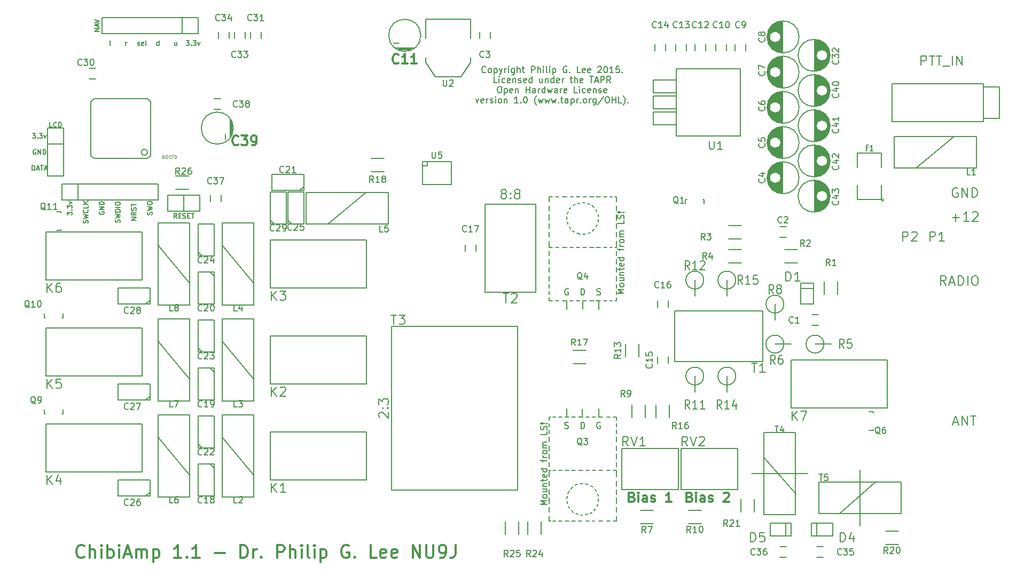
<source format=gto>
G04 #@! TF.FileFunction,Legend,Top*
%FSLAX46Y46*%
G04 Gerber Fmt 4.6, Leading zero omitted, Abs format (unit mm)*
G04 Created by KiCad (PCBNEW (2014-11-29 BZR 5307)-product) date Sat 04 Jul 2015 02:05:10 PM CDT*
%MOMM*%
G01*
G04 APERTURE LIST*
%ADD10C,0.100000*%
%ADD11C,0.300000*%
%ADD12C,0.200000*%
%ADD13C,0.152400*%
%ADD14C,0.101600*%
%ADD15C,0.355600*%
%ADD16C,0.150000*%
%ADD17C,0.304800*%
%ADD18C,0.203200*%
%ADD19C,0.127000*%
G04 APERTURE END LIST*
D10*
D11*
X188440572Y-120796857D02*
X188654858Y-120868286D01*
X188726286Y-120939714D01*
X188797715Y-121082571D01*
X188797715Y-121296857D01*
X188726286Y-121439714D01*
X188654858Y-121511143D01*
X188512000Y-121582571D01*
X187940572Y-121582571D01*
X187940572Y-120082571D01*
X188440572Y-120082571D01*
X188583429Y-120154000D01*
X188654858Y-120225429D01*
X188726286Y-120368286D01*
X188726286Y-120511143D01*
X188654858Y-120654000D01*
X188583429Y-120725429D01*
X188440572Y-120796857D01*
X187940572Y-120796857D01*
X189440572Y-121582571D02*
X189440572Y-120582571D01*
X189440572Y-120082571D02*
X189369143Y-120154000D01*
X189440572Y-120225429D01*
X189512000Y-120154000D01*
X189440572Y-120082571D01*
X189440572Y-120225429D01*
X190797715Y-121582571D02*
X190797715Y-120796857D01*
X190726286Y-120654000D01*
X190583429Y-120582571D01*
X190297715Y-120582571D01*
X190154858Y-120654000D01*
X190797715Y-121511143D02*
X190654858Y-121582571D01*
X190297715Y-121582571D01*
X190154858Y-121511143D01*
X190083429Y-121368286D01*
X190083429Y-121225429D01*
X190154858Y-121082571D01*
X190297715Y-121011143D01*
X190654858Y-121011143D01*
X190797715Y-120939714D01*
X191440572Y-121511143D02*
X191583429Y-121582571D01*
X191869144Y-121582571D01*
X192012001Y-121511143D01*
X192083429Y-121368286D01*
X192083429Y-121296857D01*
X192012001Y-121154000D01*
X191869144Y-121082571D01*
X191654858Y-121082571D01*
X191512001Y-121011143D01*
X191440572Y-120868286D01*
X191440572Y-120796857D01*
X191512001Y-120654000D01*
X191654858Y-120582571D01*
X191869144Y-120582571D01*
X192012001Y-120654000D01*
X193797715Y-120225429D02*
X193869144Y-120154000D01*
X194012001Y-120082571D01*
X194369144Y-120082571D01*
X194512001Y-120154000D01*
X194583430Y-120225429D01*
X194654858Y-120368286D01*
X194654858Y-120511143D01*
X194583430Y-120725429D01*
X193726287Y-121582571D01*
X194654858Y-121582571D01*
X179296572Y-120796857D02*
X179510858Y-120868286D01*
X179582286Y-120939714D01*
X179653715Y-121082571D01*
X179653715Y-121296857D01*
X179582286Y-121439714D01*
X179510858Y-121511143D01*
X179368000Y-121582571D01*
X178796572Y-121582571D01*
X178796572Y-120082571D01*
X179296572Y-120082571D01*
X179439429Y-120154000D01*
X179510858Y-120225429D01*
X179582286Y-120368286D01*
X179582286Y-120511143D01*
X179510858Y-120654000D01*
X179439429Y-120725429D01*
X179296572Y-120796857D01*
X178796572Y-120796857D01*
X180296572Y-121582571D02*
X180296572Y-120582571D01*
X180296572Y-120082571D02*
X180225143Y-120154000D01*
X180296572Y-120225429D01*
X180368000Y-120154000D01*
X180296572Y-120082571D01*
X180296572Y-120225429D01*
X181653715Y-121582571D02*
X181653715Y-120796857D01*
X181582286Y-120654000D01*
X181439429Y-120582571D01*
X181153715Y-120582571D01*
X181010858Y-120654000D01*
X181653715Y-121511143D02*
X181510858Y-121582571D01*
X181153715Y-121582571D01*
X181010858Y-121511143D01*
X180939429Y-121368286D01*
X180939429Y-121225429D01*
X181010858Y-121082571D01*
X181153715Y-121011143D01*
X181510858Y-121011143D01*
X181653715Y-120939714D01*
X182296572Y-121511143D02*
X182439429Y-121582571D01*
X182725144Y-121582571D01*
X182868001Y-121511143D01*
X182939429Y-121368286D01*
X182939429Y-121296857D01*
X182868001Y-121154000D01*
X182725144Y-121082571D01*
X182510858Y-121082571D01*
X182368001Y-121011143D01*
X182296572Y-120868286D01*
X182296572Y-120796857D01*
X182368001Y-120654000D01*
X182510858Y-120582571D01*
X182725144Y-120582571D01*
X182868001Y-120654000D01*
X185510858Y-121582571D02*
X184653715Y-121582571D01*
X185082287Y-121582571D02*
X185082287Y-120082571D01*
X184939430Y-120296857D01*
X184796572Y-120439714D01*
X184653715Y-120511143D01*
D12*
X156100190Y-53329143D02*
X156052571Y-53376762D01*
X155909714Y-53424381D01*
X155814476Y-53424381D01*
X155671618Y-53376762D01*
X155576380Y-53281524D01*
X155528761Y-53186286D01*
X155481142Y-52995810D01*
X155481142Y-52852952D01*
X155528761Y-52662476D01*
X155576380Y-52567238D01*
X155671618Y-52472000D01*
X155814476Y-52424381D01*
X155909714Y-52424381D01*
X156052571Y-52472000D01*
X156100190Y-52519619D01*
X156671618Y-53424381D02*
X156576380Y-53376762D01*
X156528761Y-53329143D01*
X156481142Y-53233905D01*
X156481142Y-52948190D01*
X156528761Y-52852952D01*
X156576380Y-52805333D01*
X156671618Y-52757714D01*
X156814476Y-52757714D01*
X156909714Y-52805333D01*
X156957333Y-52852952D01*
X157004952Y-52948190D01*
X157004952Y-53233905D01*
X156957333Y-53329143D01*
X156909714Y-53376762D01*
X156814476Y-53424381D01*
X156671618Y-53424381D01*
X157433523Y-52757714D02*
X157433523Y-53757714D01*
X157433523Y-52805333D02*
X157528761Y-52757714D01*
X157719238Y-52757714D01*
X157814476Y-52805333D01*
X157862095Y-52852952D01*
X157909714Y-52948190D01*
X157909714Y-53233905D01*
X157862095Y-53329143D01*
X157814476Y-53376762D01*
X157719238Y-53424381D01*
X157528761Y-53424381D01*
X157433523Y-53376762D01*
X158243047Y-52757714D02*
X158481142Y-53424381D01*
X158719238Y-52757714D02*
X158481142Y-53424381D01*
X158385904Y-53662476D01*
X158338285Y-53710095D01*
X158243047Y-53757714D01*
X159100190Y-53424381D02*
X159100190Y-52757714D01*
X159100190Y-52948190D02*
X159147809Y-52852952D01*
X159195428Y-52805333D01*
X159290666Y-52757714D01*
X159385905Y-52757714D01*
X159719238Y-53424381D02*
X159719238Y-52757714D01*
X159719238Y-52424381D02*
X159671619Y-52472000D01*
X159719238Y-52519619D01*
X159766857Y-52472000D01*
X159719238Y-52424381D01*
X159719238Y-52519619D01*
X160624000Y-52757714D02*
X160624000Y-53567238D01*
X160576381Y-53662476D01*
X160528762Y-53710095D01*
X160433523Y-53757714D01*
X160290666Y-53757714D01*
X160195428Y-53710095D01*
X160624000Y-53376762D02*
X160528762Y-53424381D01*
X160338285Y-53424381D01*
X160243047Y-53376762D01*
X160195428Y-53329143D01*
X160147809Y-53233905D01*
X160147809Y-52948190D01*
X160195428Y-52852952D01*
X160243047Y-52805333D01*
X160338285Y-52757714D01*
X160528762Y-52757714D01*
X160624000Y-52805333D01*
X161100190Y-53424381D02*
X161100190Y-52424381D01*
X161528762Y-53424381D02*
X161528762Y-52900571D01*
X161481143Y-52805333D01*
X161385905Y-52757714D01*
X161243047Y-52757714D01*
X161147809Y-52805333D01*
X161100190Y-52852952D01*
X161862095Y-52757714D02*
X162243047Y-52757714D01*
X162004952Y-52424381D02*
X162004952Y-53281524D01*
X162052571Y-53376762D01*
X162147809Y-53424381D01*
X162243047Y-53424381D01*
X163338286Y-53424381D02*
X163338286Y-52424381D01*
X163719239Y-52424381D01*
X163814477Y-52472000D01*
X163862096Y-52519619D01*
X163909715Y-52614857D01*
X163909715Y-52757714D01*
X163862096Y-52852952D01*
X163814477Y-52900571D01*
X163719239Y-52948190D01*
X163338286Y-52948190D01*
X164338286Y-53424381D02*
X164338286Y-52424381D01*
X164766858Y-53424381D02*
X164766858Y-52900571D01*
X164719239Y-52805333D01*
X164624001Y-52757714D01*
X164481143Y-52757714D01*
X164385905Y-52805333D01*
X164338286Y-52852952D01*
X165243048Y-53424381D02*
X165243048Y-52757714D01*
X165243048Y-52424381D02*
X165195429Y-52472000D01*
X165243048Y-52519619D01*
X165290667Y-52472000D01*
X165243048Y-52424381D01*
X165243048Y-52519619D01*
X165862095Y-53424381D02*
X165766857Y-53376762D01*
X165719238Y-53281524D01*
X165719238Y-52424381D01*
X166243048Y-53424381D02*
X166243048Y-52757714D01*
X166243048Y-52424381D02*
X166195429Y-52472000D01*
X166243048Y-52519619D01*
X166290667Y-52472000D01*
X166243048Y-52424381D01*
X166243048Y-52519619D01*
X166719238Y-52757714D02*
X166719238Y-53757714D01*
X166719238Y-52805333D02*
X166814476Y-52757714D01*
X167004953Y-52757714D01*
X167100191Y-52805333D01*
X167147810Y-52852952D01*
X167195429Y-52948190D01*
X167195429Y-53233905D01*
X167147810Y-53329143D01*
X167100191Y-53376762D01*
X167004953Y-53424381D01*
X166814476Y-53424381D01*
X166719238Y-53376762D01*
X168909715Y-52472000D02*
X168814477Y-52424381D01*
X168671620Y-52424381D01*
X168528762Y-52472000D01*
X168433524Y-52567238D01*
X168385905Y-52662476D01*
X168338286Y-52852952D01*
X168338286Y-52995810D01*
X168385905Y-53186286D01*
X168433524Y-53281524D01*
X168528762Y-53376762D01*
X168671620Y-53424381D01*
X168766858Y-53424381D01*
X168909715Y-53376762D01*
X168957334Y-53329143D01*
X168957334Y-52995810D01*
X168766858Y-52995810D01*
X169385905Y-53329143D02*
X169433524Y-53376762D01*
X169385905Y-53424381D01*
X169338286Y-53376762D01*
X169385905Y-53329143D01*
X169385905Y-53424381D01*
X171100191Y-53424381D02*
X170624000Y-53424381D01*
X170624000Y-52424381D01*
X171814477Y-53376762D02*
X171719239Y-53424381D01*
X171528762Y-53424381D01*
X171433524Y-53376762D01*
X171385905Y-53281524D01*
X171385905Y-52900571D01*
X171433524Y-52805333D01*
X171528762Y-52757714D01*
X171719239Y-52757714D01*
X171814477Y-52805333D01*
X171862096Y-52900571D01*
X171862096Y-52995810D01*
X171385905Y-53091048D01*
X172671620Y-53376762D02*
X172576382Y-53424381D01*
X172385905Y-53424381D01*
X172290667Y-53376762D01*
X172243048Y-53281524D01*
X172243048Y-52900571D01*
X172290667Y-52805333D01*
X172385905Y-52757714D01*
X172576382Y-52757714D01*
X172671620Y-52805333D01*
X172719239Y-52900571D01*
X172719239Y-52995810D01*
X172243048Y-53091048D01*
X173862096Y-52519619D02*
X173909715Y-52472000D01*
X174004953Y-52424381D01*
X174243049Y-52424381D01*
X174338287Y-52472000D01*
X174385906Y-52519619D01*
X174433525Y-52614857D01*
X174433525Y-52710095D01*
X174385906Y-52852952D01*
X173814477Y-53424381D01*
X174433525Y-53424381D01*
X175052572Y-52424381D02*
X175147811Y-52424381D01*
X175243049Y-52472000D01*
X175290668Y-52519619D01*
X175338287Y-52614857D01*
X175385906Y-52805333D01*
X175385906Y-53043429D01*
X175338287Y-53233905D01*
X175290668Y-53329143D01*
X175243049Y-53376762D01*
X175147811Y-53424381D01*
X175052572Y-53424381D01*
X174957334Y-53376762D01*
X174909715Y-53329143D01*
X174862096Y-53233905D01*
X174814477Y-53043429D01*
X174814477Y-52805333D01*
X174862096Y-52614857D01*
X174909715Y-52519619D01*
X174957334Y-52472000D01*
X175052572Y-52424381D01*
X176338287Y-53424381D02*
X175766858Y-53424381D01*
X176052572Y-53424381D02*
X176052572Y-52424381D01*
X175957334Y-52567238D01*
X175862096Y-52662476D01*
X175766858Y-52710095D01*
X177243049Y-52424381D02*
X176766858Y-52424381D01*
X176719239Y-52900571D01*
X176766858Y-52852952D01*
X176862096Y-52805333D01*
X177100192Y-52805333D01*
X177195430Y-52852952D01*
X177243049Y-52900571D01*
X177290668Y-52995810D01*
X177290668Y-53233905D01*
X177243049Y-53329143D01*
X177195430Y-53376762D01*
X177100192Y-53424381D01*
X176862096Y-53424381D01*
X176766858Y-53376762D01*
X176719239Y-53329143D01*
X177719239Y-53329143D02*
X177766858Y-53376762D01*
X177719239Y-53424381D01*
X177671620Y-53376762D01*
X177719239Y-53329143D01*
X177719239Y-53424381D01*
X157885904Y-55024381D02*
X157409713Y-55024381D01*
X157409713Y-54024381D01*
X158219237Y-55024381D02*
X158219237Y-54357714D01*
X158219237Y-54024381D02*
X158171618Y-54072000D01*
X158219237Y-54119619D01*
X158266856Y-54072000D01*
X158219237Y-54024381D01*
X158219237Y-54119619D01*
X159123999Y-54976762D02*
X159028761Y-55024381D01*
X158838284Y-55024381D01*
X158743046Y-54976762D01*
X158695427Y-54929143D01*
X158647808Y-54833905D01*
X158647808Y-54548190D01*
X158695427Y-54452952D01*
X158743046Y-54405333D01*
X158838284Y-54357714D01*
X159028761Y-54357714D01*
X159123999Y-54405333D01*
X159933523Y-54976762D02*
X159838285Y-55024381D01*
X159647808Y-55024381D01*
X159552570Y-54976762D01*
X159504951Y-54881524D01*
X159504951Y-54500571D01*
X159552570Y-54405333D01*
X159647808Y-54357714D01*
X159838285Y-54357714D01*
X159933523Y-54405333D01*
X159981142Y-54500571D01*
X159981142Y-54595810D01*
X159504951Y-54691048D01*
X160409713Y-54357714D02*
X160409713Y-55024381D01*
X160409713Y-54452952D02*
X160457332Y-54405333D01*
X160552570Y-54357714D01*
X160695428Y-54357714D01*
X160790666Y-54405333D01*
X160838285Y-54500571D01*
X160838285Y-55024381D01*
X161266856Y-54976762D02*
X161362094Y-55024381D01*
X161552570Y-55024381D01*
X161647809Y-54976762D01*
X161695428Y-54881524D01*
X161695428Y-54833905D01*
X161647809Y-54738667D01*
X161552570Y-54691048D01*
X161409713Y-54691048D01*
X161314475Y-54643429D01*
X161266856Y-54548190D01*
X161266856Y-54500571D01*
X161314475Y-54405333D01*
X161409713Y-54357714D01*
X161552570Y-54357714D01*
X161647809Y-54405333D01*
X162504952Y-54976762D02*
X162409714Y-55024381D01*
X162219237Y-55024381D01*
X162123999Y-54976762D01*
X162076380Y-54881524D01*
X162076380Y-54500571D01*
X162123999Y-54405333D01*
X162219237Y-54357714D01*
X162409714Y-54357714D01*
X162504952Y-54405333D01*
X162552571Y-54500571D01*
X162552571Y-54595810D01*
X162076380Y-54691048D01*
X163409714Y-55024381D02*
X163409714Y-54024381D01*
X163409714Y-54976762D02*
X163314476Y-55024381D01*
X163123999Y-55024381D01*
X163028761Y-54976762D01*
X162981142Y-54929143D01*
X162933523Y-54833905D01*
X162933523Y-54548190D01*
X162981142Y-54452952D01*
X163028761Y-54405333D01*
X163123999Y-54357714D01*
X163314476Y-54357714D01*
X163409714Y-54405333D01*
X165076381Y-54357714D02*
X165076381Y-55024381D01*
X164647809Y-54357714D02*
X164647809Y-54881524D01*
X164695428Y-54976762D01*
X164790666Y-55024381D01*
X164933524Y-55024381D01*
X165028762Y-54976762D01*
X165076381Y-54929143D01*
X165552571Y-54357714D02*
X165552571Y-55024381D01*
X165552571Y-54452952D02*
X165600190Y-54405333D01*
X165695428Y-54357714D01*
X165838286Y-54357714D01*
X165933524Y-54405333D01*
X165981143Y-54500571D01*
X165981143Y-55024381D01*
X166885905Y-55024381D02*
X166885905Y-54024381D01*
X166885905Y-54976762D02*
X166790667Y-55024381D01*
X166600190Y-55024381D01*
X166504952Y-54976762D01*
X166457333Y-54929143D01*
X166409714Y-54833905D01*
X166409714Y-54548190D01*
X166457333Y-54452952D01*
X166504952Y-54405333D01*
X166600190Y-54357714D01*
X166790667Y-54357714D01*
X166885905Y-54405333D01*
X167743048Y-54976762D02*
X167647810Y-55024381D01*
X167457333Y-55024381D01*
X167362095Y-54976762D01*
X167314476Y-54881524D01*
X167314476Y-54500571D01*
X167362095Y-54405333D01*
X167457333Y-54357714D01*
X167647810Y-54357714D01*
X167743048Y-54405333D01*
X167790667Y-54500571D01*
X167790667Y-54595810D01*
X167314476Y-54691048D01*
X168219238Y-55024381D02*
X168219238Y-54357714D01*
X168219238Y-54548190D02*
X168266857Y-54452952D01*
X168314476Y-54405333D01*
X168409714Y-54357714D01*
X168504953Y-54357714D01*
X169457334Y-54357714D02*
X169838286Y-54357714D01*
X169600191Y-54024381D02*
X169600191Y-54881524D01*
X169647810Y-54976762D01*
X169743048Y-55024381D01*
X169838286Y-55024381D01*
X170171620Y-55024381D02*
X170171620Y-54024381D01*
X170600192Y-55024381D02*
X170600192Y-54500571D01*
X170552573Y-54405333D01*
X170457335Y-54357714D01*
X170314477Y-54357714D01*
X170219239Y-54405333D01*
X170171620Y-54452952D01*
X171457335Y-54976762D02*
X171362097Y-55024381D01*
X171171620Y-55024381D01*
X171076382Y-54976762D01*
X171028763Y-54881524D01*
X171028763Y-54500571D01*
X171076382Y-54405333D01*
X171171620Y-54357714D01*
X171362097Y-54357714D01*
X171457335Y-54405333D01*
X171504954Y-54500571D01*
X171504954Y-54595810D01*
X171028763Y-54691048D01*
X172552573Y-54024381D02*
X173124002Y-54024381D01*
X172838287Y-55024381D02*
X172838287Y-54024381D01*
X173409716Y-54738667D02*
X173885907Y-54738667D01*
X173314478Y-55024381D02*
X173647811Y-54024381D01*
X173981145Y-55024381D01*
X174314478Y-55024381D02*
X174314478Y-54024381D01*
X174695431Y-54024381D01*
X174790669Y-54072000D01*
X174838288Y-54119619D01*
X174885907Y-54214857D01*
X174885907Y-54357714D01*
X174838288Y-54452952D01*
X174790669Y-54500571D01*
X174695431Y-54548190D01*
X174314478Y-54548190D01*
X175885907Y-55024381D02*
X175552573Y-54548190D01*
X175314478Y-55024381D02*
X175314478Y-54024381D01*
X175695431Y-54024381D01*
X175790669Y-54072000D01*
X175838288Y-54119619D01*
X175885907Y-54214857D01*
X175885907Y-54357714D01*
X175838288Y-54452952D01*
X175790669Y-54500571D01*
X175695431Y-54548190D01*
X175314478Y-54548190D01*
X158195427Y-55624381D02*
X158385904Y-55624381D01*
X158481142Y-55672000D01*
X158576380Y-55767238D01*
X158623999Y-55957714D01*
X158623999Y-56291048D01*
X158576380Y-56481524D01*
X158481142Y-56576762D01*
X158385904Y-56624381D01*
X158195427Y-56624381D01*
X158100189Y-56576762D01*
X158004951Y-56481524D01*
X157957332Y-56291048D01*
X157957332Y-55957714D01*
X158004951Y-55767238D01*
X158100189Y-55672000D01*
X158195427Y-55624381D01*
X159052570Y-55957714D02*
X159052570Y-56957714D01*
X159052570Y-56005333D02*
X159147808Y-55957714D01*
X159338285Y-55957714D01*
X159433523Y-56005333D01*
X159481142Y-56052952D01*
X159528761Y-56148190D01*
X159528761Y-56433905D01*
X159481142Y-56529143D01*
X159433523Y-56576762D01*
X159338285Y-56624381D01*
X159147808Y-56624381D01*
X159052570Y-56576762D01*
X160338285Y-56576762D02*
X160243047Y-56624381D01*
X160052570Y-56624381D01*
X159957332Y-56576762D01*
X159909713Y-56481524D01*
X159909713Y-56100571D01*
X159957332Y-56005333D01*
X160052570Y-55957714D01*
X160243047Y-55957714D01*
X160338285Y-56005333D01*
X160385904Y-56100571D01*
X160385904Y-56195810D01*
X159909713Y-56291048D01*
X160814475Y-55957714D02*
X160814475Y-56624381D01*
X160814475Y-56052952D02*
X160862094Y-56005333D01*
X160957332Y-55957714D01*
X161100190Y-55957714D01*
X161195428Y-56005333D01*
X161243047Y-56100571D01*
X161243047Y-56624381D01*
X162481142Y-56624381D02*
X162481142Y-55624381D01*
X162481142Y-56100571D02*
X163052571Y-56100571D01*
X163052571Y-56624381D02*
X163052571Y-55624381D01*
X163957333Y-56624381D02*
X163957333Y-56100571D01*
X163909714Y-56005333D01*
X163814476Y-55957714D01*
X163623999Y-55957714D01*
X163528761Y-56005333D01*
X163957333Y-56576762D02*
X163862095Y-56624381D01*
X163623999Y-56624381D01*
X163528761Y-56576762D01*
X163481142Y-56481524D01*
X163481142Y-56386286D01*
X163528761Y-56291048D01*
X163623999Y-56243429D01*
X163862095Y-56243429D01*
X163957333Y-56195810D01*
X164433523Y-56624381D02*
X164433523Y-55957714D01*
X164433523Y-56148190D02*
X164481142Y-56052952D01*
X164528761Y-56005333D01*
X164623999Y-55957714D01*
X164719238Y-55957714D01*
X165481143Y-56624381D02*
X165481143Y-55624381D01*
X165481143Y-56576762D02*
X165385905Y-56624381D01*
X165195428Y-56624381D01*
X165100190Y-56576762D01*
X165052571Y-56529143D01*
X165004952Y-56433905D01*
X165004952Y-56148190D01*
X165052571Y-56052952D01*
X165100190Y-56005333D01*
X165195428Y-55957714D01*
X165385905Y-55957714D01*
X165481143Y-56005333D01*
X165862095Y-55957714D02*
X166052571Y-56624381D01*
X166243048Y-56148190D01*
X166433524Y-56624381D01*
X166624000Y-55957714D01*
X167433524Y-56624381D02*
X167433524Y-56100571D01*
X167385905Y-56005333D01*
X167290667Y-55957714D01*
X167100190Y-55957714D01*
X167004952Y-56005333D01*
X167433524Y-56576762D02*
X167338286Y-56624381D01*
X167100190Y-56624381D01*
X167004952Y-56576762D01*
X166957333Y-56481524D01*
X166957333Y-56386286D01*
X167004952Y-56291048D01*
X167100190Y-56243429D01*
X167338286Y-56243429D01*
X167433524Y-56195810D01*
X167909714Y-56624381D02*
X167909714Y-55957714D01*
X167909714Y-56148190D02*
X167957333Y-56052952D01*
X168004952Y-56005333D01*
X168100190Y-55957714D01*
X168195429Y-55957714D01*
X168909715Y-56576762D02*
X168814477Y-56624381D01*
X168624000Y-56624381D01*
X168528762Y-56576762D01*
X168481143Y-56481524D01*
X168481143Y-56100571D01*
X168528762Y-56005333D01*
X168624000Y-55957714D01*
X168814477Y-55957714D01*
X168909715Y-56005333D01*
X168957334Y-56100571D01*
X168957334Y-56195810D01*
X168481143Y-56291048D01*
X170624001Y-56624381D02*
X170147810Y-56624381D01*
X170147810Y-55624381D01*
X170957334Y-56624381D02*
X170957334Y-55957714D01*
X170957334Y-55624381D02*
X170909715Y-55672000D01*
X170957334Y-55719619D01*
X171004953Y-55672000D01*
X170957334Y-55624381D01*
X170957334Y-55719619D01*
X171862096Y-56576762D02*
X171766858Y-56624381D01*
X171576381Y-56624381D01*
X171481143Y-56576762D01*
X171433524Y-56529143D01*
X171385905Y-56433905D01*
X171385905Y-56148190D01*
X171433524Y-56052952D01*
X171481143Y-56005333D01*
X171576381Y-55957714D01*
X171766858Y-55957714D01*
X171862096Y-56005333D01*
X172671620Y-56576762D02*
X172576382Y-56624381D01*
X172385905Y-56624381D01*
X172290667Y-56576762D01*
X172243048Y-56481524D01*
X172243048Y-56100571D01*
X172290667Y-56005333D01*
X172385905Y-55957714D01*
X172576382Y-55957714D01*
X172671620Y-56005333D01*
X172719239Y-56100571D01*
X172719239Y-56195810D01*
X172243048Y-56291048D01*
X173147810Y-55957714D02*
X173147810Y-56624381D01*
X173147810Y-56052952D02*
X173195429Y-56005333D01*
X173290667Y-55957714D01*
X173433525Y-55957714D01*
X173528763Y-56005333D01*
X173576382Y-56100571D01*
X173576382Y-56624381D01*
X174004953Y-56576762D02*
X174100191Y-56624381D01*
X174290667Y-56624381D01*
X174385906Y-56576762D01*
X174433525Y-56481524D01*
X174433525Y-56433905D01*
X174385906Y-56338667D01*
X174290667Y-56291048D01*
X174147810Y-56291048D01*
X174052572Y-56243429D01*
X174004953Y-56148190D01*
X174004953Y-56100571D01*
X174052572Y-56005333D01*
X174147810Y-55957714D01*
X174290667Y-55957714D01*
X174385906Y-56005333D01*
X175243049Y-56576762D02*
X175147811Y-56624381D01*
X174957334Y-56624381D01*
X174862096Y-56576762D01*
X174814477Y-56481524D01*
X174814477Y-56100571D01*
X174862096Y-56005333D01*
X174957334Y-55957714D01*
X175147811Y-55957714D01*
X175243049Y-56005333D01*
X175290668Y-56100571D01*
X175290668Y-56195810D01*
X174814477Y-56291048D01*
X154504952Y-57557714D02*
X154743047Y-58224381D01*
X154981143Y-57557714D01*
X155743048Y-58176762D02*
X155647810Y-58224381D01*
X155457333Y-58224381D01*
X155362095Y-58176762D01*
X155314476Y-58081524D01*
X155314476Y-57700571D01*
X155362095Y-57605333D01*
X155457333Y-57557714D01*
X155647810Y-57557714D01*
X155743048Y-57605333D01*
X155790667Y-57700571D01*
X155790667Y-57795810D01*
X155314476Y-57891048D01*
X156219238Y-58224381D02*
X156219238Y-57557714D01*
X156219238Y-57748190D02*
X156266857Y-57652952D01*
X156314476Y-57605333D01*
X156409714Y-57557714D01*
X156504953Y-57557714D01*
X156790667Y-58176762D02*
X156885905Y-58224381D01*
X157076381Y-58224381D01*
X157171620Y-58176762D01*
X157219239Y-58081524D01*
X157219239Y-58033905D01*
X157171620Y-57938667D01*
X157076381Y-57891048D01*
X156933524Y-57891048D01*
X156838286Y-57843429D01*
X156790667Y-57748190D01*
X156790667Y-57700571D01*
X156838286Y-57605333D01*
X156933524Y-57557714D01*
X157076381Y-57557714D01*
X157171620Y-57605333D01*
X157647810Y-58224381D02*
X157647810Y-57557714D01*
X157647810Y-57224381D02*
X157600191Y-57272000D01*
X157647810Y-57319619D01*
X157695429Y-57272000D01*
X157647810Y-57224381D01*
X157647810Y-57319619D01*
X158266857Y-58224381D02*
X158171619Y-58176762D01*
X158124000Y-58129143D01*
X158076381Y-58033905D01*
X158076381Y-57748190D01*
X158124000Y-57652952D01*
X158171619Y-57605333D01*
X158266857Y-57557714D01*
X158409715Y-57557714D01*
X158504953Y-57605333D01*
X158552572Y-57652952D01*
X158600191Y-57748190D01*
X158600191Y-58033905D01*
X158552572Y-58129143D01*
X158504953Y-58176762D01*
X158409715Y-58224381D01*
X158266857Y-58224381D01*
X159028762Y-57557714D02*
X159028762Y-58224381D01*
X159028762Y-57652952D02*
X159076381Y-57605333D01*
X159171619Y-57557714D01*
X159314477Y-57557714D01*
X159409715Y-57605333D01*
X159457334Y-57700571D01*
X159457334Y-58224381D01*
X161219239Y-58224381D02*
X160647810Y-58224381D01*
X160933524Y-58224381D02*
X160933524Y-57224381D01*
X160838286Y-57367238D01*
X160743048Y-57462476D01*
X160647810Y-57510095D01*
X161647810Y-58129143D02*
X161695429Y-58176762D01*
X161647810Y-58224381D01*
X161600191Y-58176762D01*
X161647810Y-58129143D01*
X161647810Y-58224381D01*
X162314476Y-57224381D02*
X162409715Y-57224381D01*
X162504953Y-57272000D01*
X162552572Y-57319619D01*
X162600191Y-57414857D01*
X162647810Y-57605333D01*
X162647810Y-57843429D01*
X162600191Y-58033905D01*
X162552572Y-58129143D01*
X162504953Y-58176762D01*
X162409715Y-58224381D01*
X162314476Y-58224381D01*
X162219238Y-58176762D01*
X162171619Y-58129143D01*
X162124000Y-58033905D01*
X162076381Y-57843429D01*
X162076381Y-57605333D01*
X162124000Y-57414857D01*
X162171619Y-57319619D01*
X162219238Y-57272000D01*
X162314476Y-57224381D01*
X164124001Y-58605333D02*
X164076381Y-58557714D01*
X163981143Y-58414857D01*
X163933524Y-58319619D01*
X163885905Y-58176762D01*
X163838286Y-57938667D01*
X163838286Y-57748190D01*
X163885905Y-57510095D01*
X163933524Y-57367238D01*
X163981143Y-57272000D01*
X164076381Y-57129143D01*
X164124001Y-57081524D01*
X164409715Y-57557714D02*
X164600191Y-58224381D01*
X164790668Y-57748190D01*
X164981144Y-58224381D01*
X165171620Y-57557714D01*
X165457334Y-57557714D02*
X165647810Y-58224381D01*
X165838287Y-57748190D01*
X166028763Y-58224381D01*
X166219239Y-57557714D01*
X166504953Y-57557714D02*
X166695429Y-58224381D01*
X166885906Y-57748190D01*
X167076382Y-58224381D01*
X167266858Y-57557714D01*
X167647810Y-58129143D02*
X167695429Y-58176762D01*
X167647810Y-58224381D01*
X167600191Y-58176762D01*
X167647810Y-58129143D01*
X167647810Y-58224381D01*
X167981143Y-57557714D02*
X168362095Y-57557714D01*
X168124000Y-57224381D02*
X168124000Y-58081524D01*
X168171619Y-58176762D01*
X168266857Y-58224381D01*
X168362095Y-58224381D01*
X169124001Y-58224381D02*
X169124001Y-57700571D01*
X169076382Y-57605333D01*
X168981144Y-57557714D01*
X168790667Y-57557714D01*
X168695429Y-57605333D01*
X169124001Y-58176762D02*
X169028763Y-58224381D01*
X168790667Y-58224381D01*
X168695429Y-58176762D01*
X168647810Y-58081524D01*
X168647810Y-57986286D01*
X168695429Y-57891048D01*
X168790667Y-57843429D01*
X169028763Y-57843429D01*
X169124001Y-57795810D01*
X169600191Y-57557714D02*
X169600191Y-58557714D01*
X169600191Y-57605333D02*
X169695429Y-57557714D01*
X169885906Y-57557714D01*
X169981144Y-57605333D01*
X170028763Y-57652952D01*
X170076382Y-57748190D01*
X170076382Y-58033905D01*
X170028763Y-58129143D01*
X169981144Y-58176762D01*
X169885906Y-58224381D01*
X169695429Y-58224381D01*
X169600191Y-58176762D01*
X170504953Y-58224381D02*
X170504953Y-57557714D01*
X170504953Y-57748190D02*
X170552572Y-57652952D01*
X170600191Y-57605333D01*
X170695429Y-57557714D01*
X170790668Y-57557714D01*
X171124001Y-58129143D02*
X171171620Y-58176762D01*
X171124001Y-58224381D01*
X171076382Y-58176762D01*
X171124001Y-58129143D01*
X171124001Y-58224381D01*
X171743048Y-58224381D02*
X171647810Y-58176762D01*
X171600191Y-58129143D01*
X171552572Y-58033905D01*
X171552572Y-57748190D01*
X171600191Y-57652952D01*
X171647810Y-57605333D01*
X171743048Y-57557714D01*
X171885906Y-57557714D01*
X171981144Y-57605333D01*
X172028763Y-57652952D01*
X172076382Y-57748190D01*
X172076382Y-58033905D01*
X172028763Y-58129143D01*
X171981144Y-58176762D01*
X171885906Y-58224381D01*
X171743048Y-58224381D01*
X172504953Y-58224381D02*
X172504953Y-57557714D01*
X172504953Y-57748190D02*
X172552572Y-57652952D01*
X172600191Y-57605333D01*
X172695429Y-57557714D01*
X172790668Y-57557714D01*
X173552573Y-57557714D02*
X173552573Y-58367238D01*
X173504954Y-58462476D01*
X173457335Y-58510095D01*
X173362096Y-58557714D01*
X173219239Y-58557714D01*
X173124001Y-58510095D01*
X173552573Y-58176762D02*
X173457335Y-58224381D01*
X173266858Y-58224381D01*
X173171620Y-58176762D01*
X173124001Y-58129143D01*
X173076382Y-58033905D01*
X173076382Y-57748190D01*
X173124001Y-57652952D01*
X173171620Y-57605333D01*
X173266858Y-57557714D01*
X173457335Y-57557714D01*
X173552573Y-57605333D01*
X174743049Y-57176762D02*
X173885906Y-58462476D01*
X175266858Y-57224381D02*
X175457335Y-57224381D01*
X175552573Y-57272000D01*
X175647811Y-57367238D01*
X175695430Y-57557714D01*
X175695430Y-57891048D01*
X175647811Y-58081524D01*
X175552573Y-58176762D01*
X175457335Y-58224381D01*
X175266858Y-58224381D01*
X175171620Y-58176762D01*
X175076382Y-58081524D01*
X175028763Y-57891048D01*
X175028763Y-57557714D01*
X175076382Y-57367238D01*
X175171620Y-57272000D01*
X175266858Y-57224381D01*
X176124001Y-58224381D02*
X176124001Y-57224381D01*
X176124001Y-57700571D02*
X176695430Y-57700571D01*
X176695430Y-58224381D02*
X176695430Y-57224381D01*
X177647811Y-58224381D02*
X177171620Y-58224381D01*
X177171620Y-57224381D01*
X177885906Y-58605333D02*
X177933525Y-58557714D01*
X178028763Y-58414857D01*
X178076382Y-58319619D01*
X178124001Y-58176762D01*
X178171620Y-57938667D01*
X178171620Y-57748190D01*
X178124001Y-57510095D01*
X178076382Y-57367238D01*
X178028763Y-57272000D01*
X177933525Y-57129143D01*
X177885906Y-57081524D01*
X178647811Y-58129143D02*
X178695430Y-58176762D01*
X178647811Y-58224381D01*
X178600192Y-58176762D01*
X178647811Y-58129143D01*
X178647811Y-58224381D01*
D13*
X94832714Y-46844857D02*
X94070714Y-46844857D01*
X94832714Y-46409429D01*
X94070714Y-46409429D01*
X94615000Y-46082857D02*
X94615000Y-45720000D01*
X94832714Y-46155429D02*
X94070714Y-45901429D01*
X94832714Y-45647429D01*
X94070714Y-45502286D02*
X94832714Y-45248286D01*
X94070714Y-44994286D01*
X87357858Y-62066714D02*
X86995001Y-62066714D01*
X86995001Y-61304714D01*
X88047286Y-61994143D02*
X88011000Y-62030429D01*
X87902143Y-62066714D01*
X87829572Y-62066714D01*
X87720715Y-62030429D01*
X87648143Y-61957857D01*
X87611858Y-61885286D01*
X87575572Y-61740143D01*
X87575572Y-61631286D01*
X87611858Y-61486143D01*
X87648143Y-61413571D01*
X87720715Y-61341000D01*
X87829572Y-61304714D01*
X87902143Y-61304714D01*
X88011000Y-61341000D01*
X88047286Y-61377286D01*
X88373858Y-62066714D02*
X88373858Y-61304714D01*
X88555286Y-61304714D01*
X88664143Y-61341000D01*
X88736715Y-61413571D01*
X88773000Y-61486143D01*
X88809286Y-61631286D01*
X88809286Y-61740143D01*
X88773000Y-61885286D01*
X88736715Y-61957857D01*
X88664143Y-62030429D01*
X88555286Y-62066714D01*
X88373858Y-62066714D01*
X84201001Y-68924714D02*
X84201001Y-68162714D01*
X84382429Y-68162714D01*
X84491286Y-68199000D01*
X84563858Y-68271571D01*
X84600143Y-68344143D01*
X84636429Y-68489286D01*
X84636429Y-68598143D01*
X84600143Y-68743286D01*
X84563858Y-68815857D01*
X84491286Y-68888429D01*
X84382429Y-68924714D01*
X84201001Y-68924714D01*
X84926715Y-68707000D02*
X85289572Y-68707000D01*
X84854143Y-68924714D02*
X85108143Y-68162714D01*
X85362143Y-68924714D01*
X85507286Y-68162714D02*
X85942715Y-68162714D01*
X85725001Y-68924714D02*
X85725001Y-68162714D01*
X86160429Y-68707000D02*
X86523286Y-68707000D01*
X86087857Y-68924714D02*
X86341857Y-68162714D01*
X86595857Y-68924714D01*
X84763428Y-65659000D02*
X84690857Y-65622714D01*
X84582000Y-65622714D01*
X84473143Y-65659000D01*
X84400571Y-65731571D01*
X84364286Y-65804143D01*
X84328000Y-65949286D01*
X84328000Y-66058143D01*
X84364286Y-66203286D01*
X84400571Y-66275857D01*
X84473143Y-66348429D01*
X84582000Y-66384714D01*
X84654571Y-66384714D01*
X84763428Y-66348429D01*
X84799714Y-66312143D01*
X84799714Y-66058143D01*
X84654571Y-66058143D01*
X85126286Y-66384714D02*
X85126286Y-65622714D01*
X85561714Y-66384714D01*
X85561714Y-65622714D01*
X85924572Y-66384714D02*
X85924572Y-65622714D01*
X86106000Y-65622714D01*
X86214857Y-65659000D01*
X86287429Y-65731571D01*
X86323714Y-65804143D01*
X86360000Y-65949286D01*
X86360000Y-66058143D01*
X86323714Y-66203286D01*
X86287429Y-66275857D01*
X86214857Y-66348429D01*
X86106000Y-66384714D01*
X85924572Y-66384714D01*
X84255429Y-63082714D02*
X84727143Y-63082714D01*
X84473143Y-63373000D01*
X84582001Y-63373000D01*
X84654572Y-63409286D01*
X84690858Y-63445571D01*
X84727143Y-63518143D01*
X84727143Y-63699571D01*
X84690858Y-63772143D01*
X84654572Y-63808429D01*
X84582001Y-63844714D01*
X84364286Y-63844714D01*
X84291715Y-63808429D01*
X84255429Y-63772143D01*
X85053715Y-63772143D02*
X85090000Y-63808429D01*
X85053715Y-63844714D01*
X85017429Y-63808429D01*
X85053715Y-63772143D01*
X85053715Y-63844714D01*
X85344000Y-63082714D02*
X85815714Y-63082714D01*
X85561714Y-63373000D01*
X85670572Y-63373000D01*
X85743143Y-63409286D01*
X85779429Y-63445571D01*
X85815714Y-63518143D01*
X85815714Y-63699571D01*
X85779429Y-63772143D01*
X85743143Y-63808429D01*
X85670572Y-63844714D01*
X85452857Y-63844714D01*
X85380286Y-63808429D01*
X85344000Y-63772143D01*
X86069714Y-63336714D02*
X86251143Y-63844714D01*
X86432571Y-63336714D01*
X96610715Y-49112714D02*
X96538143Y-49076429D01*
X96501858Y-49003857D01*
X96501858Y-48350714D01*
X99005572Y-49112714D02*
X99005572Y-48604714D01*
X99005572Y-48749857D02*
X99041857Y-48677286D01*
X99078143Y-48641000D01*
X99150714Y-48604714D01*
X99223286Y-48604714D01*
X100910572Y-49076429D02*
X100983143Y-49112714D01*
X101128286Y-49112714D01*
X101200858Y-49076429D01*
X101237143Y-49003857D01*
X101237143Y-48967571D01*
X101200858Y-48895000D01*
X101128286Y-48858714D01*
X101019429Y-48858714D01*
X100946858Y-48822429D01*
X100910572Y-48749857D01*
X100910572Y-48713571D01*
X100946858Y-48641000D01*
X101019429Y-48604714D01*
X101128286Y-48604714D01*
X101200858Y-48641000D01*
X101854000Y-49076429D02*
X101781429Y-49112714D01*
X101636286Y-49112714D01*
X101563715Y-49076429D01*
X101527429Y-49003857D01*
X101527429Y-48713571D01*
X101563715Y-48641000D01*
X101636286Y-48604714D01*
X101781429Y-48604714D01*
X101854000Y-48641000D01*
X101890286Y-48713571D01*
X101890286Y-48786143D01*
X101527429Y-48858714D01*
X102325715Y-49112714D02*
X102253143Y-49076429D01*
X102216858Y-49003857D01*
X102216858Y-48350714D01*
X104303286Y-49112714D02*
X104303286Y-48350714D01*
X104303286Y-49076429D02*
X104230715Y-49112714D01*
X104085572Y-49112714D01*
X104013000Y-49076429D01*
X103976715Y-49040143D01*
X103940429Y-48967571D01*
X103940429Y-48749857D01*
X103976715Y-48677286D01*
X104013000Y-48641000D01*
X104085572Y-48604714D01*
X104230715Y-48604714D01*
X104303286Y-48641000D01*
X107097286Y-48604714D02*
X107097286Y-49112714D01*
X106770715Y-48604714D02*
X106770715Y-49003857D01*
X106807000Y-49076429D01*
X106879572Y-49112714D01*
X106988429Y-49112714D01*
X107061000Y-49076429D01*
X107097286Y-49040143D01*
X108639429Y-48350714D02*
X109111143Y-48350714D01*
X108857143Y-48641000D01*
X108966001Y-48641000D01*
X109038572Y-48677286D01*
X109074858Y-48713571D01*
X109111143Y-48786143D01*
X109111143Y-48967571D01*
X109074858Y-49040143D01*
X109038572Y-49076429D01*
X108966001Y-49112714D01*
X108748286Y-49112714D01*
X108675715Y-49076429D01*
X108639429Y-49040143D01*
X109437715Y-49040143D02*
X109474000Y-49076429D01*
X109437715Y-49112714D01*
X109401429Y-49076429D01*
X109437715Y-49040143D01*
X109437715Y-49112714D01*
X109728000Y-48350714D02*
X110199714Y-48350714D01*
X109945714Y-48641000D01*
X110054572Y-48641000D01*
X110127143Y-48677286D01*
X110163429Y-48713571D01*
X110199714Y-48786143D01*
X110199714Y-48967571D01*
X110163429Y-49040143D01*
X110127143Y-49076429D01*
X110054572Y-49112714D01*
X109836857Y-49112714D01*
X109764286Y-49076429D01*
X109728000Y-49040143D01*
X110453714Y-48604714D02*
X110635143Y-49112714D01*
X110816571Y-48604714D01*
D14*
X104986667Y-66765714D02*
X105059238Y-66789905D01*
X105083429Y-66814095D01*
X105107619Y-66862476D01*
X105107619Y-66935048D01*
X105083429Y-66983429D01*
X105059238Y-67007619D01*
X105010857Y-67031810D01*
X104817333Y-67031810D01*
X104817333Y-66523810D01*
X104986667Y-66523810D01*
X105035048Y-66548000D01*
X105059238Y-66572190D01*
X105083429Y-66620571D01*
X105083429Y-66668952D01*
X105059238Y-66717333D01*
X105035048Y-66741524D01*
X104986667Y-66765714D01*
X104817333Y-66765714D01*
X105422095Y-66523810D02*
X105518857Y-66523810D01*
X105567238Y-66548000D01*
X105615619Y-66596381D01*
X105639810Y-66693143D01*
X105639810Y-66862476D01*
X105615619Y-66959238D01*
X105567238Y-67007619D01*
X105518857Y-67031810D01*
X105422095Y-67031810D01*
X105373714Y-67007619D01*
X105325333Y-66959238D01*
X105301143Y-66862476D01*
X105301143Y-66693143D01*
X105325333Y-66596381D01*
X105373714Y-66548000D01*
X105422095Y-66523810D01*
X105954285Y-66523810D02*
X106051047Y-66523810D01*
X106099428Y-66548000D01*
X106147809Y-66596381D01*
X106172000Y-66693143D01*
X106172000Y-66862476D01*
X106147809Y-66959238D01*
X106099428Y-67007619D01*
X106051047Y-67031810D01*
X105954285Y-67031810D01*
X105905904Y-67007619D01*
X105857523Y-66959238D01*
X105833333Y-66862476D01*
X105833333Y-66693143D01*
X105857523Y-66596381D01*
X105905904Y-66548000D01*
X105954285Y-66523810D01*
X106317142Y-66523810D02*
X106607428Y-66523810D01*
X106462285Y-67031810D02*
X106462285Y-66523810D01*
X106873523Y-66523810D02*
X106921904Y-66523810D01*
X106970285Y-66548000D01*
X106994476Y-66572190D01*
X107018666Y-66620571D01*
X107042857Y-66717333D01*
X107042857Y-66838286D01*
X107018666Y-66935048D01*
X106994476Y-66983429D01*
X106970285Y-67007619D01*
X106921904Y-67031810D01*
X106873523Y-67031810D01*
X106825142Y-67007619D01*
X106800952Y-66983429D01*
X106776761Y-66935048D01*
X106752571Y-66838286D01*
X106752571Y-66717333D01*
X106776761Y-66620571D01*
X106800952Y-66572190D01*
X106825142Y-66548000D01*
X106873523Y-66523810D01*
D13*
X107097286Y-76544714D02*
X106843286Y-76181857D01*
X106661858Y-76544714D02*
X106661858Y-75782714D01*
X106952143Y-75782714D01*
X107024715Y-75819000D01*
X107061000Y-75855286D01*
X107097286Y-75927857D01*
X107097286Y-76036714D01*
X107061000Y-76109286D01*
X107024715Y-76145571D01*
X106952143Y-76181857D01*
X106661858Y-76181857D01*
X107423858Y-76145571D02*
X107677858Y-76145571D01*
X107786715Y-76544714D02*
X107423858Y-76544714D01*
X107423858Y-75782714D01*
X107786715Y-75782714D01*
X108077001Y-76508429D02*
X108185858Y-76544714D01*
X108367287Y-76544714D01*
X108439858Y-76508429D01*
X108476144Y-76472143D01*
X108512429Y-76399571D01*
X108512429Y-76327000D01*
X108476144Y-76254429D01*
X108439858Y-76218143D01*
X108367287Y-76181857D01*
X108222144Y-76145571D01*
X108149572Y-76109286D01*
X108113287Y-76073000D01*
X108077001Y-76000429D01*
X108077001Y-75927857D01*
X108113287Y-75855286D01*
X108149572Y-75819000D01*
X108222144Y-75782714D01*
X108403572Y-75782714D01*
X108512429Y-75819000D01*
X108839001Y-76145571D02*
X109093001Y-76145571D01*
X109201858Y-76544714D02*
X108839001Y-76544714D01*
X108839001Y-75782714D01*
X109201858Y-75782714D01*
X109419572Y-75782714D02*
X109855001Y-75782714D01*
X109637287Y-76544714D02*
X109637287Y-75782714D01*
X103178429Y-75982285D02*
X103214714Y-75873428D01*
X103214714Y-75691999D01*
X103178429Y-75619428D01*
X103142143Y-75583142D01*
X103069571Y-75546857D01*
X102997000Y-75546857D01*
X102924429Y-75583142D01*
X102888143Y-75619428D01*
X102851857Y-75691999D01*
X102815571Y-75837142D01*
X102779286Y-75909714D01*
X102743000Y-75945999D01*
X102670429Y-75982285D01*
X102597857Y-75982285D01*
X102525286Y-75945999D01*
X102489000Y-75909714D01*
X102452714Y-75837142D01*
X102452714Y-75655714D01*
X102489000Y-75546857D01*
X102452714Y-75292857D02*
X103214714Y-75111428D01*
X102670429Y-74966285D01*
X103214714Y-74821143D01*
X102452714Y-74639714D01*
X102452714Y-74204286D02*
X102452714Y-74059143D01*
X102489000Y-73986571D01*
X102561571Y-73914000D01*
X102706714Y-73877714D01*
X102960714Y-73877714D01*
X103105857Y-73914000D01*
X103178429Y-73986571D01*
X103214714Y-74059143D01*
X103214714Y-74204286D01*
X103178429Y-74276857D01*
X103105857Y-74349428D01*
X102960714Y-74385714D01*
X102706714Y-74385714D01*
X102561571Y-74349428D01*
X102489000Y-74276857D01*
X102452714Y-74204286D01*
X100674714Y-76816856D02*
X99912714Y-76816856D01*
X100674714Y-76381428D01*
X99912714Y-76381428D01*
X100674714Y-75583142D02*
X100311857Y-75837142D01*
X100674714Y-76018570D02*
X99912714Y-76018570D01*
X99912714Y-75728285D01*
X99949000Y-75655713D01*
X99985286Y-75619428D01*
X100057857Y-75583142D01*
X100166714Y-75583142D01*
X100239286Y-75619428D01*
X100275571Y-75655713D01*
X100311857Y-75728285D01*
X100311857Y-76018570D01*
X100638429Y-75292856D02*
X100674714Y-75183999D01*
X100674714Y-75002570D01*
X100638429Y-74929999D01*
X100602143Y-74893713D01*
X100529571Y-74857428D01*
X100457000Y-74857428D01*
X100384429Y-74893713D01*
X100348143Y-74929999D01*
X100311857Y-75002570D01*
X100275571Y-75147713D01*
X100239286Y-75220285D01*
X100203000Y-75256570D01*
X100130429Y-75292856D01*
X100057857Y-75292856D01*
X99985286Y-75256570D01*
X99949000Y-75220285D01*
X99912714Y-75147713D01*
X99912714Y-74966285D01*
X99949000Y-74857428D01*
X99912714Y-74639714D02*
X99912714Y-74204285D01*
X100674714Y-74421999D02*
X99912714Y-74421999D01*
X98098429Y-77179714D02*
X98134714Y-77070857D01*
X98134714Y-76889428D01*
X98098429Y-76816857D01*
X98062143Y-76780571D01*
X97989571Y-76744286D01*
X97917000Y-76744286D01*
X97844429Y-76780571D01*
X97808143Y-76816857D01*
X97771857Y-76889428D01*
X97735571Y-77034571D01*
X97699286Y-77107143D01*
X97663000Y-77143428D01*
X97590429Y-77179714D01*
X97517857Y-77179714D01*
X97445286Y-77143428D01*
X97409000Y-77107143D01*
X97372714Y-77034571D01*
X97372714Y-76853143D01*
X97409000Y-76744286D01*
X97372714Y-76490286D02*
X98134714Y-76308857D01*
X97590429Y-76163714D01*
X98134714Y-76018572D01*
X97372714Y-75837143D01*
X98134714Y-75546857D02*
X97372714Y-75546857D01*
X97372714Y-75365429D01*
X97409000Y-75256572D01*
X97481571Y-75184000D01*
X97554143Y-75147715D01*
X97699286Y-75111429D01*
X97808143Y-75111429D01*
X97953286Y-75147715D01*
X98025857Y-75184000D01*
X98098429Y-75256572D01*
X98134714Y-75365429D01*
X98134714Y-75546857D01*
X98134714Y-74784857D02*
X97372714Y-74784857D01*
X97372714Y-74276858D02*
X97372714Y-74131715D01*
X97409000Y-74059143D01*
X97481571Y-73986572D01*
X97626714Y-73950286D01*
X97880714Y-73950286D01*
X98025857Y-73986572D01*
X98098429Y-74059143D01*
X98134714Y-74131715D01*
X98134714Y-74276858D01*
X98098429Y-74349429D01*
X98025857Y-74422000D01*
X97880714Y-74458286D01*
X97626714Y-74458286D01*
X97481571Y-74422000D01*
X97409000Y-74349429D01*
X97372714Y-74276858D01*
X94869000Y-75510572D02*
X94832714Y-75583143D01*
X94832714Y-75692000D01*
X94869000Y-75800857D01*
X94941571Y-75873429D01*
X95014143Y-75909714D01*
X95159286Y-75946000D01*
X95268143Y-75946000D01*
X95413286Y-75909714D01*
X95485857Y-75873429D01*
X95558429Y-75800857D01*
X95594714Y-75692000D01*
X95594714Y-75619429D01*
X95558429Y-75510572D01*
X95522143Y-75474286D01*
X95268143Y-75474286D01*
X95268143Y-75619429D01*
X95594714Y-75147714D02*
X94832714Y-75147714D01*
X95594714Y-74712286D01*
X94832714Y-74712286D01*
X95594714Y-74349428D02*
X94832714Y-74349428D01*
X94832714Y-74168000D01*
X94869000Y-74059143D01*
X94941571Y-73986571D01*
X95014143Y-73950286D01*
X95159286Y-73914000D01*
X95268143Y-73914000D01*
X95413286Y-73950286D01*
X95485857Y-73986571D01*
X95558429Y-74059143D01*
X95594714Y-74168000D01*
X95594714Y-74349428D01*
X93018429Y-77288571D02*
X93054714Y-77179714D01*
X93054714Y-76998285D01*
X93018429Y-76925714D01*
X92982143Y-76889428D01*
X92909571Y-76853143D01*
X92837000Y-76853143D01*
X92764429Y-76889428D01*
X92728143Y-76925714D01*
X92691857Y-76998285D01*
X92655571Y-77143428D01*
X92619286Y-77216000D01*
X92583000Y-77252285D01*
X92510429Y-77288571D01*
X92437857Y-77288571D01*
X92365286Y-77252285D01*
X92329000Y-77216000D01*
X92292714Y-77143428D01*
X92292714Y-76962000D01*
X92329000Y-76853143D01*
X92292714Y-76599143D02*
X93054714Y-76417714D01*
X92510429Y-76272571D01*
X93054714Y-76127429D01*
X92292714Y-75946000D01*
X92982143Y-75220286D02*
X93018429Y-75256572D01*
X93054714Y-75365429D01*
X93054714Y-75438000D01*
X93018429Y-75546857D01*
X92945857Y-75619429D01*
X92873286Y-75655714D01*
X92728143Y-75692000D01*
X92619286Y-75692000D01*
X92474143Y-75655714D01*
X92401571Y-75619429D01*
X92329000Y-75546857D01*
X92292714Y-75438000D01*
X92292714Y-75365429D01*
X92329000Y-75256572D01*
X92365286Y-75220286D01*
X93054714Y-74530857D02*
X93054714Y-74893714D01*
X92292714Y-74893714D01*
X93054714Y-74276857D02*
X92292714Y-74276857D01*
X93054714Y-73841429D02*
X92619286Y-74168000D01*
X92292714Y-73841429D02*
X92728143Y-74276857D01*
X89752714Y-76018571D02*
X89752714Y-75546857D01*
X90043000Y-75800857D01*
X90043000Y-75691999D01*
X90079286Y-75619428D01*
X90115571Y-75583142D01*
X90188143Y-75546857D01*
X90369571Y-75546857D01*
X90442143Y-75583142D01*
X90478429Y-75619428D01*
X90514714Y-75691999D01*
X90514714Y-75909714D01*
X90478429Y-75982285D01*
X90442143Y-76018571D01*
X90442143Y-75220285D02*
X90478429Y-75184000D01*
X90514714Y-75220285D01*
X90478429Y-75256571D01*
X90442143Y-75220285D01*
X90514714Y-75220285D01*
X89752714Y-74930000D02*
X89752714Y-74458286D01*
X90043000Y-74712286D01*
X90043000Y-74603428D01*
X90079286Y-74530857D01*
X90115571Y-74494571D01*
X90188143Y-74458286D01*
X90369571Y-74458286D01*
X90442143Y-74494571D01*
X90478429Y-74530857D01*
X90514714Y-74603428D01*
X90514714Y-74821143D01*
X90478429Y-74893714D01*
X90442143Y-74930000D01*
X90006714Y-74204286D02*
X90514714Y-74022857D01*
X90006714Y-73841429D01*
D15*
X92449955Y-130265714D02*
X92353193Y-130362476D01*
X92062908Y-130459238D01*
X91869384Y-130459238D01*
X91579098Y-130362476D01*
X91385574Y-130168952D01*
X91288813Y-129975429D01*
X91192051Y-129588381D01*
X91192051Y-129298095D01*
X91288813Y-128911048D01*
X91385574Y-128717524D01*
X91579098Y-128524000D01*
X91869384Y-128427238D01*
X92062908Y-128427238D01*
X92353193Y-128524000D01*
X92449955Y-128620762D01*
X93320813Y-130459238D02*
X93320813Y-128427238D01*
X94191670Y-130459238D02*
X94191670Y-129394857D01*
X94094908Y-129201333D01*
X93901384Y-129104571D01*
X93611098Y-129104571D01*
X93417574Y-129201333D01*
X93320813Y-129298095D01*
X95159289Y-130459238D02*
X95159289Y-129104571D01*
X95159289Y-128427238D02*
X95062527Y-128524000D01*
X95159289Y-128620762D01*
X95256050Y-128524000D01*
X95159289Y-128427238D01*
X95159289Y-128620762D01*
X96126908Y-130459238D02*
X96126908Y-128427238D01*
X96126908Y-129201333D02*
X96320431Y-129104571D01*
X96707479Y-129104571D01*
X96901003Y-129201333D01*
X96997765Y-129298095D01*
X97094527Y-129491619D01*
X97094527Y-130072190D01*
X96997765Y-130265714D01*
X96901003Y-130362476D01*
X96707479Y-130459238D01*
X96320431Y-130459238D01*
X96126908Y-130362476D01*
X97965384Y-130459238D02*
X97965384Y-129104571D01*
X97965384Y-128427238D02*
X97868622Y-128524000D01*
X97965384Y-128620762D01*
X98062145Y-128524000D01*
X97965384Y-128427238D01*
X97965384Y-128620762D01*
X98836241Y-129878667D02*
X99803860Y-129878667D01*
X98642717Y-130459238D02*
X99320050Y-128427238D01*
X99997383Y-130459238D01*
X100674717Y-130459238D02*
X100674717Y-129104571D01*
X100674717Y-129298095D02*
X100771478Y-129201333D01*
X100965002Y-129104571D01*
X101255288Y-129104571D01*
X101448812Y-129201333D01*
X101545574Y-129394857D01*
X101545574Y-130459238D01*
X101545574Y-129394857D02*
X101642336Y-129201333D01*
X101835859Y-129104571D01*
X102126145Y-129104571D01*
X102319669Y-129201333D01*
X102416431Y-129394857D01*
X102416431Y-130459238D01*
X103384050Y-129104571D02*
X103384050Y-131136571D01*
X103384050Y-129201333D02*
X103577573Y-129104571D01*
X103964621Y-129104571D01*
X104158145Y-129201333D01*
X104254907Y-129298095D01*
X104351669Y-129491619D01*
X104351669Y-130072190D01*
X104254907Y-130265714D01*
X104158145Y-130362476D01*
X103964621Y-130459238D01*
X103577573Y-130459238D01*
X103384050Y-130362476D01*
X107835096Y-130459238D02*
X106673954Y-130459238D01*
X107254525Y-130459238D02*
X107254525Y-128427238D01*
X107061001Y-128717524D01*
X106867477Y-128911048D01*
X106673954Y-129007810D01*
X108705954Y-130265714D02*
X108802715Y-130362476D01*
X108705954Y-130459238D01*
X108609192Y-130362476D01*
X108705954Y-130265714D01*
X108705954Y-130459238D01*
X110737953Y-130459238D02*
X109576811Y-130459238D01*
X110157382Y-130459238D02*
X110157382Y-128427238D01*
X109963858Y-128717524D01*
X109770334Y-128911048D01*
X109576811Y-129007810D01*
X113157001Y-129685143D02*
X114705191Y-129685143D01*
X117221001Y-130459238D02*
X117221001Y-128427238D01*
X117704810Y-128427238D01*
X117995096Y-128524000D01*
X118188620Y-128717524D01*
X118285381Y-128911048D01*
X118382143Y-129298095D01*
X118382143Y-129588381D01*
X118285381Y-129975429D01*
X118188620Y-130168952D01*
X117995096Y-130362476D01*
X117704810Y-130459238D01*
X117221001Y-130459238D01*
X119253001Y-130459238D02*
X119253001Y-129104571D01*
X119253001Y-129491619D02*
X119349762Y-129298095D01*
X119446524Y-129201333D01*
X119640048Y-129104571D01*
X119833572Y-129104571D01*
X120510906Y-130265714D02*
X120607667Y-130362476D01*
X120510906Y-130459238D01*
X120414144Y-130362476D01*
X120510906Y-130265714D01*
X120510906Y-130459238D01*
X123026715Y-130459238D02*
X123026715Y-128427238D01*
X123800810Y-128427238D01*
X123994334Y-128524000D01*
X124091095Y-128620762D01*
X124187857Y-128814286D01*
X124187857Y-129104571D01*
X124091095Y-129298095D01*
X123994334Y-129394857D01*
X123800810Y-129491619D01*
X123026715Y-129491619D01*
X125058715Y-130459238D02*
X125058715Y-128427238D01*
X125929572Y-130459238D02*
X125929572Y-129394857D01*
X125832810Y-129201333D01*
X125639286Y-129104571D01*
X125349000Y-129104571D01*
X125155476Y-129201333D01*
X125058715Y-129298095D01*
X126897191Y-130459238D02*
X126897191Y-129104571D01*
X126897191Y-128427238D02*
X126800429Y-128524000D01*
X126897191Y-128620762D01*
X126993952Y-128524000D01*
X126897191Y-128427238D01*
X126897191Y-128620762D01*
X128155095Y-130459238D02*
X127961571Y-130362476D01*
X127864810Y-130168952D01*
X127864810Y-128427238D01*
X128929191Y-130459238D02*
X128929191Y-129104571D01*
X128929191Y-128427238D02*
X128832429Y-128524000D01*
X128929191Y-128620762D01*
X129025952Y-128524000D01*
X128929191Y-128427238D01*
X128929191Y-128620762D01*
X129896810Y-129104571D02*
X129896810Y-131136571D01*
X129896810Y-129201333D02*
X130090333Y-129104571D01*
X130477381Y-129104571D01*
X130670905Y-129201333D01*
X130767667Y-129298095D01*
X130864429Y-129491619D01*
X130864429Y-130072190D01*
X130767667Y-130265714D01*
X130670905Y-130362476D01*
X130477381Y-130459238D01*
X130090333Y-130459238D01*
X129896810Y-130362476D01*
X134347856Y-128524000D02*
X134154333Y-128427238D01*
X133864047Y-128427238D01*
X133573761Y-128524000D01*
X133380237Y-128717524D01*
X133283476Y-128911048D01*
X133186714Y-129298095D01*
X133186714Y-129588381D01*
X133283476Y-129975429D01*
X133380237Y-130168952D01*
X133573761Y-130362476D01*
X133864047Y-130459238D01*
X134057571Y-130459238D01*
X134347856Y-130362476D01*
X134444618Y-130265714D01*
X134444618Y-129588381D01*
X134057571Y-129588381D01*
X135315476Y-130265714D02*
X135412237Y-130362476D01*
X135315476Y-130459238D01*
X135218714Y-130362476D01*
X135315476Y-130265714D01*
X135315476Y-130459238D01*
X138798904Y-130459238D02*
X137831285Y-130459238D01*
X137831285Y-128427238D01*
X140250332Y-130362476D02*
X140056808Y-130459238D01*
X139669760Y-130459238D01*
X139476237Y-130362476D01*
X139379475Y-130168952D01*
X139379475Y-129394857D01*
X139476237Y-129201333D01*
X139669760Y-129104571D01*
X140056808Y-129104571D01*
X140250332Y-129201333D01*
X140347094Y-129394857D01*
X140347094Y-129588381D01*
X139379475Y-129781905D01*
X141992046Y-130362476D02*
X141798522Y-130459238D01*
X141411474Y-130459238D01*
X141217951Y-130362476D01*
X141121189Y-130168952D01*
X141121189Y-129394857D01*
X141217951Y-129201333D01*
X141411474Y-129104571D01*
X141798522Y-129104571D01*
X141992046Y-129201333D01*
X142088808Y-129394857D01*
X142088808Y-129588381D01*
X141121189Y-129781905D01*
X144507855Y-130459238D02*
X144507855Y-128427238D01*
X145668997Y-130459238D01*
X145668997Y-128427238D01*
X146636617Y-128427238D02*
X146636617Y-130072190D01*
X146733378Y-130265714D01*
X146830140Y-130362476D01*
X147023664Y-130459238D01*
X147410712Y-130459238D01*
X147604236Y-130362476D01*
X147700997Y-130265714D01*
X147797759Y-130072190D01*
X147797759Y-128427238D01*
X148862140Y-130459238D02*
X149249188Y-130459238D01*
X149442712Y-130362476D01*
X149539474Y-130265714D01*
X149732998Y-129975429D01*
X149829759Y-129588381D01*
X149829759Y-128814286D01*
X149732998Y-128620762D01*
X149636236Y-128524000D01*
X149442712Y-128427238D01*
X149055664Y-128427238D01*
X148862140Y-128524000D01*
X148765379Y-128620762D01*
X148668617Y-128814286D01*
X148668617Y-129298095D01*
X148765379Y-129491619D01*
X148862140Y-129588381D01*
X149055664Y-129685143D01*
X149442712Y-129685143D01*
X149636236Y-129588381D01*
X149732998Y-129491619D01*
X149829759Y-129298095D01*
X151281188Y-128427238D02*
X151281188Y-129878667D01*
X151184426Y-130168952D01*
X150990902Y-130362476D01*
X150700617Y-130459238D01*
X150507093Y-130459238D01*
D16*
X153670000Y-48006000D02*
X153670000Y-44958000D01*
X153670000Y-44958000D02*
X146558000Y-44958000D01*
X146558000Y-44958000D02*
X146558000Y-48006000D01*
X153670000Y-51054000D02*
X153670000Y-51816000D01*
X153670000Y-51816000D02*
X152146000Y-54102000D01*
X152146000Y-54102000D02*
X148082000Y-54102000D01*
X148082000Y-54102000D02*
X146558000Y-51816000D01*
X146558000Y-51816000D02*
X146558000Y-51054000D01*
X196016000Y-113078000D02*
X187016000Y-113078000D01*
X187016000Y-113078000D02*
X187016000Y-119578000D01*
X187016000Y-119578000D02*
X196016000Y-119578000D01*
X196016000Y-119578000D02*
X196016000Y-113078000D01*
X186618000Y-113078000D02*
X177618000Y-113078000D01*
X177618000Y-113078000D02*
X177618000Y-119578000D01*
X177618000Y-119578000D02*
X186618000Y-119578000D01*
X186618000Y-119578000D02*
X186618000Y-113078000D01*
X171424600Y-108102400D02*
X171424600Y-106807000D01*
X173990000Y-108051600D02*
X173990000Y-106756200D01*
X168910000Y-108051600D02*
X168910000Y-106705400D01*
X172237400Y-123545600D02*
X171907200Y-123621800D01*
X172948600Y-123215400D02*
X172618400Y-123393200D01*
X173507400Y-122631200D02*
X173253400Y-122910600D01*
X173863000Y-121920000D02*
X173736000Y-122224800D01*
X173964600Y-121081800D02*
X173939200Y-121462800D01*
X173812200Y-120294400D02*
X173913800Y-120624600D01*
X173380400Y-119557800D02*
X173583600Y-119862600D01*
X172770800Y-119024400D02*
X173050200Y-119227600D01*
X171856400Y-118694200D02*
X172339000Y-118821200D01*
X171043600Y-118668800D02*
X171450000Y-118643400D01*
X170205400Y-118973600D02*
X170611800Y-118795800D01*
X169570400Y-119507000D02*
X169875200Y-119202200D01*
X169113200Y-120218200D02*
X169316400Y-119837200D01*
X168935400Y-121031000D02*
X169011600Y-120624600D01*
X169011600Y-121793000D02*
X168986200Y-121462800D01*
X169367200Y-122580400D02*
X169189400Y-122250200D01*
X169951400Y-123215400D02*
X169672000Y-122936000D01*
X170688000Y-123545600D02*
X170332400Y-123393200D01*
X171424600Y-123672600D02*
X171094400Y-123647200D01*
X176784000Y-108585000D02*
X176784000Y-108077000D01*
X176784000Y-109601000D02*
X176784000Y-109093000D01*
X176784000Y-110744000D02*
X176784000Y-110109000D01*
X176784000Y-112014000D02*
X176784000Y-111252000D01*
X176784000Y-113411000D02*
X176784000Y-112649000D01*
X176784000Y-114681000D02*
X176784000Y-113919000D01*
X176784000Y-115951000D02*
X176784000Y-115316000D01*
X176784000Y-117602000D02*
X176784000Y-116586000D01*
X176784000Y-118999000D02*
X176784000Y-118237000D01*
X176784000Y-120396000D02*
X176784000Y-119634000D01*
X176784000Y-121793000D02*
X176784000Y-120904000D01*
X176784000Y-123190000D02*
X176784000Y-122428000D01*
X176784000Y-124587000D02*
X176784000Y-123825000D01*
X166116000Y-108585000D02*
X166116000Y-108077000D01*
X166116000Y-109601000D02*
X166116000Y-109093000D01*
X166116000Y-110744000D02*
X166116000Y-110109000D01*
X166116000Y-112014000D02*
X166116000Y-111252000D01*
X166116000Y-113411000D02*
X166116000Y-112649000D01*
X166116000Y-114681000D02*
X166116000Y-113919000D01*
X166116000Y-115951000D02*
X166116000Y-115316000D01*
X166116000Y-117602000D02*
X166116000Y-116586000D01*
X166116000Y-118999000D02*
X166116000Y-118237000D01*
X166116000Y-120396000D02*
X166116000Y-119634000D01*
X166116000Y-121793000D02*
X166116000Y-120904000D01*
X166116000Y-123190000D02*
X166116000Y-122428000D01*
X166116000Y-124587000D02*
X166116000Y-123825000D01*
X166370000Y-124587000D02*
X166116000Y-124587000D01*
X167132000Y-124587000D02*
X166751000Y-124587000D01*
X168148000Y-124587000D02*
X167640000Y-124587000D01*
X169291000Y-124587000D02*
X168656000Y-124587000D01*
X170307000Y-124587000D02*
X169672000Y-124587000D01*
X171323000Y-124587000D02*
X170815000Y-124587000D01*
X172466000Y-124587000D02*
X171958000Y-124587000D01*
X173355000Y-124587000D02*
X172974000Y-124587000D01*
X174625000Y-124587000D02*
X173990000Y-124587000D01*
X175768000Y-124587000D02*
X175260000Y-124587000D01*
X176784000Y-124587000D02*
X176276000Y-124587000D01*
X166370000Y-116586000D02*
X166116000Y-116586000D01*
X167132000Y-116586000D02*
X166751000Y-116586000D01*
X168148000Y-116586000D02*
X167640000Y-116586000D01*
X169291000Y-116586000D02*
X168656000Y-116586000D01*
X170307000Y-116586000D02*
X169672000Y-116586000D01*
X171450000Y-116586000D02*
X170815000Y-116586000D01*
X172466000Y-116586000D02*
X171958000Y-116586000D01*
X173482000Y-116586000D02*
X172974000Y-116586000D01*
X174625000Y-116586000D02*
X173990000Y-116586000D01*
X175768000Y-116586000D02*
X175260000Y-116586000D01*
X176784000Y-116586000D02*
X176276000Y-116586000D01*
X166370000Y-108077000D02*
X166116000Y-108077000D01*
X167132000Y-108077000D02*
X166751000Y-108077000D01*
X168148000Y-108077000D02*
X167640000Y-108077000D01*
X169291000Y-108077000D02*
X168656000Y-108077000D01*
X170307000Y-108077000D02*
X169672000Y-108077000D01*
X171450000Y-108077000D02*
X170815000Y-108077000D01*
X172466000Y-108077000D02*
X171958000Y-108077000D01*
X173482000Y-108077000D02*
X172974000Y-108077000D01*
X174625000Y-108077000D02*
X173990000Y-108077000D01*
X175768000Y-108077000D02*
X175260000Y-108077000D01*
X176784000Y-108077000D02*
X176276000Y-108077000D01*
X171475400Y-89636600D02*
X171475400Y-90932000D01*
X168910000Y-89687400D02*
X168910000Y-90982800D01*
X173990000Y-89687400D02*
X173990000Y-91033600D01*
X170662600Y-74193400D02*
X170992800Y-74117200D01*
X169951400Y-74523600D02*
X170281600Y-74345800D01*
X169392600Y-75107800D02*
X169646600Y-74828400D01*
X169037000Y-75819000D02*
X169164000Y-75514200D01*
X168935400Y-76657200D02*
X168960800Y-76276200D01*
X169087800Y-77444600D02*
X168986200Y-77114400D01*
X169519600Y-78181200D02*
X169316400Y-77876400D01*
X170129200Y-78714600D02*
X169849800Y-78511400D01*
X171043600Y-79044800D02*
X170561000Y-78917800D01*
X171856400Y-79070200D02*
X171450000Y-79095600D01*
X172694600Y-78765400D02*
X172288200Y-78943200D01*
X173329600Y-78232000D02*
X173024800Y-78536800D01*
X173786800Y-77520800D02*
X173583600Y-77901800D01*
X173964600Y-76708000D02*
X173888400Y-77114400D01*
X173888400Y-75946000D02*
X173913800Y-76276200D01*
X173532800Y-75158600D02*
X173710600Y-75488800D01*
X172948600Y-74523600D02*
X173228000Y-74803000D01*
X172212000Y-74193400D02*
X172567600Y-74345800D01*
X171475400Y-74066400D02*
X171805600Y-74091800D01*
X166116000Y-89154000D02*
X166116000Y-89662000D01*
X166116000Y-88138000D02*
X166116000Y-88646000D01*
X166116000Y-86995000D02*
X166116000Y-87630000D01*
X166116000Y-85725000D02*
X166116000Y-86487000D01*
X166116000Y-84328000D02*
X166116000Y-85090000D01*
X166116000Y-83058000D02*
X166116000Y-83820000D01*
X166116000Y-81788000D02*
X166116000Y-82423000D01*
X166116000Y-80137000D02*
X166116000Y-81153000D01*
X166116000Y-78740000D02*
X166116000Y-79502000D01*
X166116000Y-77343000D02*
X166116000Y-78105000D01*
X166116000Y-75946000D02*
X166116000Y-76835000D01*
X166116000Y-74549000D02*
X166116000Y-75311000D01*
X166116000Y-73152000D02*
X166116000Y-73914000D01*
X176784000Y-89154000D02*
X176784000Y-89662000D01*
X176784000Y-88138000D02*
X176784000Y-88646000D01*
X176784000Y-86995000D02*
X176784000Y-87630000D01*
X176784000Y-85725000D02*
X176784000Y-86487000D01*
X176784000Y-84328000D02*
X176784000Y-85090000D01*
X176784000Y-83058000D02*
X176784000Y-83820000D01*
X176784000Y-81788000D02*
X176784000Y-82423000D01*
X176784000Y-80137000D02*
X176784000Y-81153000D01*
X176784000Y-78740000D02*
X176784000Y-79502000D01*
X176784000Y-77343000D02*
X176784000Y-78105000D01*
X176784000Y-75946000D02*
X176784000Y-76835000D01*
X176784000Y-74549000D02*
X176784000Y-75311000D01*
X176784000Y-73152000D02*
X176784000Y-73914000D01*
X176530000Y-73152000D02*
X176784000Y-73152000D01*
X175768000Y-73152000D02*
X176149000Y-73152000D01*
X174752000Y-73152000D02*
X175260000Y-73152000D01*
X173609000Y-73152000D02*
X174244000Y-73152000D01*
X172593000Y-73152000D02*
X173228000Y-73152000D01*
X171577000Y-73152000D02*
X172085000Y-73152000D01*
X170434000Y-73152000D02*
X170942000Y-73152000D01*
X169545000Y-73152000D02*
X169926000Y-73152000D01*
X168275000Y-73152000D02*
X168910000Y-73152000D01*
X167132000Y-73152000D02*
X167640000Y-73152000D01*
X166116000Y-73152000D02*
X166624000Y-73152000D01*
X176530000Y-81153000D02*
X176784000Y-81153000D01*
X175768000Y-81153000D02*
X176149000Y-81153000D01*
X174752000Y-81153000D02*
X175260000Y-81153000D01*
X173609000Y-81153000D02*
X174244000Y-81153000D01*
X172593000Y-81153000D02*
X173228000Y-81153000D01*
X171450000Y-81153000D02*
X172085000Y-81153000D01*
X170434000Y-81153000D02*
X170942000Y-81153000D01*
X169418000Y-81153000D02*
X169926000Y-81153000D01*
X168275000Y-81153000D02*
X168910000Y-81153000D01*
X167132000Y-81153000D02*
X167640000Y-81153000D01*
X166116000Y-81153000D02*
X166624000Y-81153000D01*
X176530000Y-89662000D02*
X176784000Y-89662000D01*
X175768000Y-89662000D02*
X176149000Y-89662000D01*
X174752000Y-89662000D02*
X175260000Y-89662000D01*
X173609000Y-89662000D02*
X174244000Y-89662000D01*
X172593000Y-89662000D02*
X173228000Y-89662000D01*
X171450000Y-89662000D02*
X172085000Y-89662000D01*
X170434000Y-89662000D02*
X170942000Y-89662000D01*
X169418000Y-89662000D02*
X169926000Y-89662000D01*
X168275000Y-89662000D02*
X168910000Y-89662000D01*
X167132000Y-89662000D02*
X167640000Y-89662000D01*
X166116000Y-89662000D02*
X166624000Y-89662000D01*
X146834860Y-67541140D02*
X146834860Y-68242180D01*
X146834860Y-68242180D02*
X146034760Y-68242180D01*
X150637240Y-67541140D02*
X146034760Y-67541140D01*
X146034760Y-67541140D02*
X146034760Y-71142860D01*
X146034760Y-71142860D02*
X150637240Y-71142860D01*
X150637240Y-71142860D02*
X150637240Y-67541140D01*
X102484000Y-67068143D02*
X102984000Y-66568143D01*
X102984000Y-66568143D02*
X102984000Y-58068143D01*
X102984000Y-58068143D02*
X102484000Y-57568143D01*
X102484000Y-57568143D02*
X93984000Y-57568143D01*
X93984000Y-57568143D02*
X93484000Y-58068143D01*
X93484000Y-58068143D02*
X93484000Y-66568143D01*
X93484000Y-66568143D02*
X93984000Y-67068143D01*
X93984000Y-67068143D02*
X102484000Y-67068143D01*
X102484000Y-66068143D02*
G75*
G03X102484000Y-66068143I-500000J0D01*
G01*
X224330000Y-68540000D02*
X230330000Y-63540000D01*
X220830000Y-68540000D02*
X220830000Y-63540000D01*
X220830000Y-63540000D02*
X233830000Y-63540000D01*
X233830000Y-63540000D02*
X233830000Y-68540000D01*
X233830000Y-68540000D02*
X220830000Y-68540000D01*
X207010000Y-99060000D02*
X204470000Y-99060000D01*
X204470000Y-99060000D02*
X204470000Y-106680000D01*
X204470000Y-106680000D02*
X207010000Y-106680000D01*
X219710000Y-106680000D02*
X219710000Y-99060000D01*
X219710000Y-99060000D02*
X207010000Y-99060000D01*
X207010000Y-106680000D02*
X219710000Y-106680000D01*
X99060000Y-101600000D02*
X101600000Y-101600000D01*
X101600000Y-101600000D02*
X101600000Y-93980000D01*
X101600000Y-93980000D02*
X99060000Y-93980000D01*
X86360000Y-93980000D02*
X86360000Y-101600000D01*
X86360000Y-101600000D02*
X99060000Y-101600000D01*
X99060000Y-93980000D02*
X86360000Y-93980000D01*
X99060000Y-116840000D02*
X101600000Y-116840000D01*
X101600000Y-116840000D02*
X101600000Y-109220000D01*
X101600000Y-109220000D02*
X99060000Y-109220000D01*
X86360000Y-109220000D02*
X86360000Y-116840000D01*
X86360000Y-116840000D02*
X99060000Y-116840000D01*
X99060000Y-109220000D02*
X86360000Y-109220000D01*
X124460000Y-110490000D02*
X121920000Y-110490000D01*
X121920000Y-110490000D02*
X121920000Y-118110000D01*
X121920000Y-118110000D02*
X124460000Y-118110000D01*
X137160000Y-118110000D02*
X137160000Y-110490000D01*
X137160000Y-110490000D02*
X124460000Y-110490000D01*
X124460000Y-118110000D02*
X137160000Y-118110000D01*
X124460000Y-95250000D02*
X121920000Y-95250000D01*
X121920000Y-95250000D02*
X121920000Y-102870000D01*
X121920000Y-102870000D02*
X124460000Y-102870000D01*
X137160000Y-102870000D02*
X137160000Y-95250000D01*
X137160000Y-95250000D02*
X124460000Y-95250000D01*
X124460000Y-102870000D02*
X137160000Y-102870000D01*
X124460000Y-80010000D02*
X121920000Y-80010000D01*
X121920000Y-80010000D02*
X121920000Y-87630000D01*
X121920000Y-87630000D02*
X124460000Y-87630000D01*
X137160000Y-87630000D02*
X137160000Y-80010000D01*
X137160000Y-80010000D02*
X124460000Y-80010000D01*
X124460000Y-87630000D02*
X137160000Y-87630000D01*
X99060000Y-86360000D02*
X101600000Y-86360000D01*
X101600000Y-86360000D02*
X101600000Y-78740000D01*
X101600000Y-78740000D02*
X99060000Y-78740000D01*
X86360000Y-78740000D02*
X86360000Y-86360000D01*
X86360000Y-86360000D02*
X99060000Y-86360000D01*
X99060000Y-78740000D02*
X86360000Y-78740000D01*
X206010000Y-87670000D02*
X208010000Y-87670000D01*
X208010000Y-90170000D02*
X206010000Y-90170000D01*
X206010000Y-90170000D02*
X206010000Y-86820000D01*
X206010000Y-86820000D02*
X208010000Y-86820000D01*
X208010000Y-86820000D02*
X208010000Y-90170000D01*
X208574000Y-126984000D02*
X208574000Y-124984000D01*
X211074000Y-124984000D02*
X211074000Y-126984000D01*
X211074000Y-126984000D02*
X207724000Y-126984000D01*
X207724000Y-126984000D02*
X207724000Y-124984000D01*
X207724000Y-124984000D02*
X211074000Y-124984000D01*
X203668000Y-124984000D02*
X203668000Y-126984000D01*
X201168000Y-126984000D02*
X201168000Y-124984000D01*
X201168000Y-124984000D02*
X204518000Y-124984000D01*
X204518000Y-124984000D02*
X204518000Y-126984000D01*
X204518000Y-126984000D02*
X201168000Y-126984000D01*
X200152000Y-114554000D02*
X205232000Y-120269000D01*
X198247000Y-117094000D02*
X207137000Y-117094000D01*
X200192000Y-110594000D02*
X205192000Y-110594000D01*
X205192000Y-110594000D02*
X205192000Y-123594000D01*
X205192000Y-123594000D02*
X200192000Y-123594000D01*
X200192000Y-123594000D02*
X200192000Y-110594000D01*
X217932000Y-118364000D02*
X212217000Y-123444000D01*
X215392000Y-116459000D02*
X215392000Y-125349000D01*
X221892000Y-118404000D02*
X221892000Y-123404000D01*
X221892000Y-123404000D02*
X208892000Y-123404000D01*
X208892000Y-123404000D02*
X208892000Y-118404000D01*
X208892000Y-118404000D02*
X221892000Y-118404000D01*
X119340000Y-86820000D02*
X114340000Y-80820000D01*
X119340000Y-90320000D02*
X114340000Y-90320000D01*
X114340000Y-90320000D02*
X114340000Y-77320000D01*
X114340000Y-77320000D02*
X119340000Y-77320000D01*
X119340000Y-77320000D02*
X119340000Y-90320000D01*
X119340000Y-102060000D02*
X114340000Y-96060000D01*
X119340000Y-105560000D02*
X114340000Y-105560000D01*
X114340000Y-105560000D02*
X114340000Y-92560000D01*
X114340000Y-92560000D02*
X119340000Y-92560000D01*
X119340000Y-92560000D02*
X119340000Y-105560000D01*
X109180000Y-86820000D02*
X104180000Y-80820000D01*
X109180000Y-90320000D02*
X104180000Y-90320000D01*
X104180000Y-90320000D02*
X104180000Y-77320000D01*
X104180000Y-77320000D02*
X109180000Y-77320000D01*
X109180000Y-77320000D02*
X109180000Y-90320000D01*
X131112000Y-77430000D02*
X137112000Y-72430000D01*
X127612000Y-77430000D02*
X127612000Y-72430000D01*
X127612000Y-72430000D02*
X140612000Y-72430000D01*
X140612000Y-72430000D02*
X140612000Y-77430000D01*
X140612000Y-77430000D02*
X127612000Y-77430000D01*
X109180000Y-102060000D02*
X104180000Y-96060000D01*
X109180000Y-105560000D02*
X104180000Y-105560000D01*
X104180000Y-105560000D02*
X104180000Y-92560000D01*
X104180000Y-92560000D02*
X109180000Y-92560000D01*
X109180000Y-92560000D02*
X109180000Y-105560000D01*
X109180000Y-117300000D02*
X104180000Y-111300000D01*
X109180000Y-120800000D02*
X104180000Y-120800000D01*
X104180000Y-120800000D02*
X104180000Y-107800000D01*
X104180000Y-107800000D02*
X109180000Y-107800000D01*
X109180000Y-107800000D02*
X109180000Y-120800000D01*
X119340000Y-117300000D02*
X114340000Y-111300000D01*
X119340000Y-120800000D02*
X114340000Y-120800000D01*
X114340000Y-120800000D02*
X114340000Y-107800000D01*
X114340000Y-107800000D02*
X119340000Y-107800000D01*
X119340000Y-107800000D02*
X119340000Y-120800000D01*
X208780000Y-91860000D02*
X207780000Y-91860000D01*
X207780000Y-93560000D02*
X208780000Y-93560000D01*
X202700000Y-79590000D02*
X203700000Y-79590000D01*
X203700000Y-77890000D02*
X202700000Y-77890000D01*
X156806000Y-47998000D02*
X156806000Y-46998000D01*
X155106000Y-46998000D02*
X155106000Y-47998000D01*
X197319000Y-49903000D02*
X197319000Y-48903000D01*
X195619000Y-48903000D02*
X195619000Y-49903000D01*
X194271000Y-49903000D02*
X194271000Y-48903000D01*
X192571000Y-48903000D02*
X192571000Y-49903000D01*
X142367000Y-48768000D02*
X141478000Y-48768000D01*
X142240000Y-49784000D02*
X144272000Y-49784000D01*
X144272000Y-49784000D02*
X144272000Y-49657000D01*
X144272000Y-49657000D02*
X142240000Y-49657000D01*
X144780000Y-49530000D02*
X141732000Y-49530000D01*
X145796000Y-47498000D02*
G75*
G03X145796000Y-47498000I-2540000J0D01*
G01*
X190969000Y-49903000D02*
X190969000Y-48903000D01*
X189269000Y-48903000D02*
X189269000Y-49903000D01*
X187921000Y-49903000D02*
X187921000Y-48903000D01*
X186221000Y-48903000D02*
X186221000Y-49903000D01*
X184619000Y-49903000D02*
X184619000Y-48903000D01*
X182919000Y-48903000D02*
X182919000Y-49903000D01*
X183300000Y-98560000D02*
X183300000Y-99560000D01*
X185000000Y-99560000D02*
X185000000Y-98560000D01*
X183300000Y-89670000D02*
X183300000Y-90670000D01*
X185000000Y-90670000D02*
X185000000Y-89670000D01*
X152820000Y-80780000D02*
X152820000Y-81780000D01*
X154520000Y-81780000D02*
X154520000Y-80780000D01*
X113030000Y-115620800D02*
X113030000Y-120650000D01*
X113030000Y-120650000D02*
X110490000Y-120650000D01*
X110490000Y-120650000D02*
X110490000Y-115570000D01*
X110490000Y-115570000D02*
X113030000Y-115570000D01*
X112395000Y-115570000D02*
X113030000Y-116205000D01*
X113030000Y-100380800D02*
X113030000Y-105410000D01*
X113030000Y-105410000D02*
X110490000Y-105410000D01*
X110490000Y-105410000D02*
X110490000Y-100330000D01*
X110490000Y-100330000D02*
X113030000Y-100330000D01*
X112395000Y-100330000D02*
X113030000Y-100965000D01*
X113030000Y-85140800D02*
X113030000Y-90170000D01*
X113030000Y-90170000D02*
X110490000Y-90170000D01*
X110490000Y-90170000D02*
X110490000Y-85090000D01*
X110490000Y-85090000D02*
X113030000Y-85090000D01*
X112395000Y-85090000D02*
X113030000Y-85725000D01*
X127203200Y-72136000D02*
X122174000Y-72136000D01*
X122174000Y-72136000D02*
X122174000Y-69596000D01*
X122174000Y-69596000D02*
X127254000Y-69596000D01*
X127254000Y-69596000D02*
X127254000Y-72136000D01*
X127254000Y-71501000D02*
X126619000Y-72136000D01*
X110490000Y-112979200D02*
X110490000Y-107950000D01*
X110490000Y-107950000D02*
X113030000Y-107950000D01*
X113030000Y-107950000D02*
X113030000Y-113030000D01*
X113030000Y-113030000D02*
X110490000Y-113030000D01*
X111125000Y-113030000D02*
X110490000Y-112395000D01*
X110490000Y-97739200D02*
X110490000Y-92710000D01*
X110490000Y-92710000D02*
X113030000Y-92710000D01*
X113030000Y-92710000D02*
X113030000Y-97790000D01*
X113030000Y-97790000D02*
X110490000Y-97790000D01*
X111125000Y-97790000D02*
X110490000Y-97155000D01*
X110490000Y-82499200D02*
X110490000Y-77470000D01*
X110490000Y-77470000D02*
X113030000Y-77470000D01*
X113030000Y-77470000D02*
X113030000Y-82550000D01*
X113030000Y-82550000D02*
X110490000Y-82550000D01*
X111125000Y-82550000D02*
X110490000Y-81915000D01*
X124714000Y-77419200D02*
X124714000Y-72390000D01*
X124714000Y-72390000D02*
X127254000Y-72390000D01*
X127254000Y-72390000D02*
X127254000Y-77470000D01*
X127254000Y-77470000D02*
X124714000Y-77470000D01*
X125349000Y-77470000D02*
X124714000Y-76835000D01*
X102819200Y-120650000D02*
X97790000Y-120650000D01*
X97790000Y-120650000D02*
X97790000Y-118110000D01*
X97790000Y-118110000D02*
X102870000Y-118110000D01*
X102870000Y-118110000D02*
X102870000Y-120650000D01*
X102870000Y-120015000D02*
X102235000Y-120650000D01*
X102819200Y-105410000D02*
X97790000Y-105410000D01*
X97790000Y-105410000D02*
X97790000Y-102870000D01*
X97790000Y-102870000D02*
X102870000Y-102870000D01*
X102870000Y-102870000D02*
X102870000Y-105410000D01*
X102870000Y-104775000D02*
X102235000Y-105410000D01*
X102819200Y-90170000D02*
X97790000Y-90170000D01*
X97790000Y-90170000D02*
X97790000Y-87630000D01*
X97790000Y-87630000D02*
X102870000Y-87630000D01*
X102870000Y-87630000D02*
X102870000Y-90170000D01*
X102870000Y-89535000D02*
X102235000Y-90170000D01*
X121920000Y-77419200D02*
X121920000Y-72390000D01*
X121920000Y-72390000D02*
X124460000Y-72390000D01*
X124460000Y-72390000D02*
X124460000Y-77470000D01*
X124460000Y-77470000D02*
X121920000Y-77470000D01*
X122555000Y-77470000D02*
X121920000Y-76835000D01*
X117944000Y-47998000D02*
X117944000Y-46998000D01*
X116244000Y-46998000D02*
X116244000Y-47998000D01*
X115404000Y-47998000D02*
X115404000Y-46998000D01*
X113704000Y-46998000D02*
X113704000Y-47998000D01*
X209542000Y-128690000D02*
X208542000Y-128690000D01*
X208542000Y-130390000D02*
X209542000Y-130390000D01*
X202700000Y-130390000D02*
X203700000Y-130390000D01*
X203700000Y-128690000D02*
X202700000Y-128690000D01*
X219127605Y-73660000D02*
G75*
G03X219127605Y-73660000I-179605J0D01*
G01*
X218821000Y-68453000D02*
X218821000Y-66167000D01*
X218821000Y-66167000D02*
X215011000Y-66167000D01*
X215011000Y-66167000D02*
X215011000Y-68453000D01*
X215011000Y-71247000D02*
X215011000Y-73533000D01*
X215011000Y-73533000D02*
X218821000Y-73533000D01*
X218821000Y-73533000D02*
X218821000Y-71247000D01*
X237494000Y-55666000D02*
X234994000Y-55666000D01*
X237494000Y-60666000D02*
X234994000Y-60666000D01*
X234994000Y-61166000D02*
X220494000Y-61166000D01*
X220494000Y-61166000D02*
X220494000Y-55166000D01*
X220494000Y-55166000D02*
X234994000Y-55166000D01*
X237494000Y-60666000D02*
X237494000Y-55666000D01*
X234994000Y-55166000D02*
X234994000Y-61166000D01*
X211895000Y-86630000D02*
X211895000Y-88630000D01*
X209745000Y-88630000D02*
X209745000Y-86630000D01*
X205470000Y-83625000D02*
X203470000Y-83625000D01*
X203470000Y-81475000D02*
X205470000Y-81475000D01*
X196580000Y-79815000D02*
X194580000Y-79815000D01*
X194580000Y-77665000D02*
X196580000Y-77665000D01*
X196580000Y-83625000D02*
X194580000Y-83625000D01*
X194580000Y-81475000D02*
X196580000Y-81475000D01*
X208280000Y-96520000D02*
X210820000Y-96520000D01*
X209699903Y-96520000D02*
G75*
G03X209699903Y-96520000I-1419903J0D01*
G01*
X201930000Y-96520000D02*
X204470000Y-96520000D01*
X203349903Y-96520000D02*
G75*
G03X203349903Y-96520000I-1419903J0D01*
G01*
X182610000Y-125027000D02*
X180610000Y-125027000D01*
X180610000Y-122877000D02*
X182610000Y-122877000D01*
X201930000Y-90170000D02*
X201930000Y-92710000D01*
X203349903Y-90170000D02*
G75*
G03X203349903Y-90170000I-1419903J0D01*
G01*
X179265000Y-108188000D02*
X179265000Y-106188000D01*
X181415000Y-106188000D02*
X181415000Y-108188000D01*
X188230000Y-122877000D02*
X190230000Y-122877000D01*
X190230000Y-125027000D02*
X188230000Y-125027000D01*
X189230000Y-101600000D02*
X189230000Y-104140000D01*
X190649903Y-101600000D02*
G75*
G03X190649903Y-101600000I-1419903J0D01*
G01*
X189230000Y-86360000D02*
X189230000Y-88900000D01*
X190649903Y-86360000D02*
G75*
G03X190649903Y-86360000I-1419903J0D01*
G01*
X180399000Y-96536000D02*
X180399000Y-98536000D01*
X178249000Y-98536000D02*
X178249000Y-96536000D01*
X194310000Y-101600000D02*
X194310000Y-104140000D01*
X195729903Y-101600000D02*
G75*
G03X195729903Y-101600000I-1419903J0D01*
G01*
X194310000Y-86360000D02*
X194310000Y-88900000D01*
X195729903Y-86360000D02*
G75*
G03X195729903Y-86360000I-1419903J0D01*
G01*
X185225000Y-106188000D02*
X185225000Y-108188000D01*
X183075000Y-108188000D02*
X183075000Y-106188000D01*
X171942000Y-99627000D02*
X169942000Y-99627000D01*
X169942000Y-97477000D02*
X171942000Y-97477000D01*
X221472000Y-128329000D02*
X219472000Y-128329000D01*
X219472000Y-126179000D02*
X221472000Y-126179000D01*
X196537000Y-123174000D02*
X196537000Y-121174000D01*
X198687000Y-121174000D02*
X198687000Y-123174000D01*
X200040000Y-99250000D02*
X200040000Y-91250000D01*
X200040000Y-91250000D02*
X186040000Y-91250000D01*
X186040000Y-91250000D02*
X186040000Y-99250000D01*
X186040000Y-99250000D02*
X200040000Y-99250000D01*
X156020000Y-88280000D02*
X164020000Y-88280000D01*
X164020000Y-88280000D02*
X164020000Y-74280000D01*
X164020000Y-74280000D02*
X156020000Y-74280000D01*
X156020000Y-74280000D02*
X156020000Y-88280000D01*
X161130000Y-93680000D02*
X161130000Y-119680000D01*
X161130000Y-119680000D02*
X141130000Y-119680000D01*
X141130000Y-119680000D02*
X141130000Y-93680000D01*
X141130000Y-93680000D02*
X161130000Y-93680000D01*
X86614000Y-64770000D02*
X86614000Y-69850000D01*
X86614000Y-69850000D02*
X89154000Y-69850000D01*
X89154000Y-69850000D02*
X89154000Y-64770000D01*
X89154000Y-62230000D02*
X89154000Y-64770000D01*
X89154000Y-64770000D02*
X86614000Y-64770000D01*
X89154000Y-62230000D02*
X86614000Y-62230000D01*
X86614000Y-62230000D02*
X86614000Y-64770000D01*
X186309000Y-59690000D02*
X182626000Y-59690000D01*
X182626000Y-59690000D02*
X182626000Y-61722000D01*
X182626000Y-61722000D02*
X186309000Y-61722000D01*
X186309000Y-57150000D02*
X182626000Y-57150000D01*
X182626000Y-57150000D02*
X182626000Y-59182000D01*
X182626000Y-59182000D02*
X186309000Y-59182000D01*
X186309000Y-54610000D02*
X182626000Y-54610000D01*
X182626000Y-54610000D02*
X182626000Y-56642000D01*
X182626000Y-56642000D02*
X186309000Y-56642000D01*
X186309000Y-52832000D02*
X186309000Y-63500000D01*
X186309000Y-63500000D02*
X196469000Y-63500000D01*
X196469000Y-63500000D02*
X196469000Y-52832000D01*
X196469000Y-52832000D02*
X186309000Y-52832000D01*
X112434000Y-72906000D02*
X112434000Y-73906000D01*
X114134000Y-73906000D02*
X114134000Y-72906000D01*
X114038000Y-57570000D02*
X113038000Y-57570000D01*
X113038000Y-59270000D02*
X114038000Y-59270000D01*
X114808000Y-63119000D02*
X114808000Y-64008000D01*
X115824000Y-63246000D02*
X115824000Y-61214000D01*
X115824000Y-61214000D02*
X115697000Y-61214000D01*
X115697000Y-61214000D02*
X115697000Y-63246000D01*
X115570000Y-60706000D02*
X115570000Y-63754000D01*
X116078000Y-62230000D02*
G75*
G03X116078000Y-62230000I-2540000J0D01*
G01*
X94226000Y-52744000D02*
X93226000Y-52744000D01*
X93226000Y-54444000D02*
X94226000Y-54444000D01*
X120484000Y-47998000D02*
X120484000Y-46998000D01*
X118784000Y-46998000D02*
X118784000Y-47998000D01*
X91440000Y-71120000D02*
X104140000Y-71120000D01*
X104140000Y-71120000D02*
X104140000Y-73660000D01*
X104140000Y-73660000D02*
X91440000Y-73660000D01*
X88900000Y-71120000D02*
X91440000Y-71120000D01*
X91440000Y-71120000D02*
X91440000Y-73660000D01*
X88900000Y-71120000D02*
X88900000Y-73660000D01*
X88900000Y-73660000D02*
X91440000Y-73660000D01*
X159199000Y-126730000D02*
X159199000Y-124730000D01*
X161349000Y-124730000D02*
X161349000Y-126730000D01*
X164905000Y-124730000D02*
X164905000Y-126730000D01*
X162755000Y-126730000D02*
X162755000Y-124730000D01*
X108204000Y-72898000D02*
X108204000Y-75438000D01*
X105664000Y-72898000D02*
X105664000Y-75438000D01*
X105664000Y-75438000D02*
X108204000Y-75438000D01*
X108204000Y-75438000D02*
X110744000Y-75438000D01*
X110744000Y-75438000D02*
X110744000Y-72898000D01*
X110744000Y-72898000D02*
X105664000Y-72898000D01*
X107950000Y-47244000D02*
X95250000Y-47244000D01*
X95250000Y-47244000D02*
X95250000Y-44704000D01*
X95250000Y-44704000D02*
X107950000Y-44704000D01*
X110490000Y-47244000D02*
X107950000Y-47244000D01*
X107950000Y-47244000D02*
X107950000Y-44704000D01*
X110490000Y-47244000D02*
X110490000Y-44704000D01*
X110490000Y-44704000D02*
X107950000Y-44704000D01*
X106950000Y-69791000D02*
X108950000Y-69791000D01*
X108950000Y-71941000D02*
X106950000Y-71941000D01*
X187730180Y-74218800D02*
X187730180Y-73517760D01*
X187730180Y-73517760D02*
X187979100Y-73517760D01*
X190529160Y-73517760D02*
X190729820Y-73517760D01*
X190729820Y-73517760D02*
X190729820Y-74218800D01*
X216865200Y-107212180D02*
X217566240Y-107212180D01*
X217566240Y-107212180D02*
X217566240Y-107461100D01*
X217566240Y-110011160D02*
X217566240Y-110211820D01*
X217566240Y-110211820D02*
X216865200Y-110211820D01*
X89129820Y-106883200D02*
X89129820Y-107584240D01*
X89129820Y-107584240D02*
X88880900Y-107584240D01*
X86330840Y-107584240D02*
X86130180Y-107584240D01*
X86130180Y-107584240D02*
X86130180Y-106883200D01*
X89129820Y-91643200D02*
X89129820Y-92344240D01*
X89129820Y-92344240D02*
X88880900Y-92344240D01*
X86330840Y-92344240D02*
X86130180Y-92344240D01*
X86130180Y-92344240D02*
X86130180Y-91643200D01*
X88087200Y-75462180D02*
X88788240Y-75462180D01*
X88788240Y-75462180D02*
X88788240Y-75711100D01*
X88788240Y-78261160D02*
X88788240Y-78461820D01*
X88788240Y-78461820D02*
X88087200Y-78461820D01*
X137938000Y-66997000D02*
X139938000Y-66997000D01*
X139938000Y-69147000D02*
X137938000Y-69147000D01*
X208208000Y-48174000D02*
X208208000Y-53172000D01*
X208348000Y-48182000D02*
X208348000Y-53164000D01*
X208488000Y-48198000D02*
X208488000Y-50578000D01*
X208488000Y-50768000D02*
X208488000Y-53148000D01*
X208628000Y-48222000D02*
X208628000Y-50183000D01*
X208628000Y-51163000D02*
X208628000Y-53124000D01*
X208768000Y-48255000D02*
X208768000Y-50016000D01*
X208768000Y-51330000D02*
X208768000Y-53091000D01*
X208908000Y-48296000D02*
X208908000Y-49909000D01*
X208908000Y-51437000D02*
X208908000Y-53050000D01*
X209048000Y-48346000D02*
X209048000Y-49838000D01*
X209048000Y-51508000D02*
X209048000Y-53000000D01*
X209188000Y-48407000D02*
X209188000Y-49794000D01*
X209188000Y-51552000D02*
X209188000Y-52939000D01*
X209328000Y-48477000D02*
X209328000Y-49775000D01*
X209328000Y-51571000D02*
X209328000Y-52869000D01*
X209468000Y-48559000D02*
X209468000Y-49777000D01*
X209468000Y-51569000D02*
X209468000Y-52787000D01*
X209608000Y-48654000D02*
X209608000Y-49802000D01*
X209608000Y-51544000D02*
X209608000Y-52692000D01*
X209748000Y-48765000D02*
X209748000Y-49850000D01*
X209748000Y-51496000D02*
X209748000Y-52581000D01*
X209888000Y-48893000D02*
X209888000Y-49928000D01*
X209888000Y-51418000D02*
X209888000Y-52453000D01*
X210028000Y-49042000D02*
X210028000Y-50045000D01*
X210028000Y-51301000D02*
X210028000Y-52304000D01*
X210168000Y-49221000D02*
X210168000Y-50233000D01*
X210168000Y-51113000D02*
X210168000Y-52125000D01*
X210308000Y-49440000D02*
X210308000Y-51906000D01*
X210448000Y-49729000D02*
X210448000Y-51617000D01*
X210588000Y-50201000D02*
X210588000Y-51145000D01*
X210283000Y-50673000D02*
G75*
G03X210283000Y-50673000I-900000J0D01*
G01*
X210670500Y-50673000D02*
G75*
G03X210670500Y-50673000I-2537500J0D01*
G01*
X208208000Y-53762000D02*
X208208000Y-58760000D01*
X208348000Y-53770000D02*
X208348000Y-58752000D01*
X208488000Y-53786000D02*
X208488000Y-56166000D01*
X208488000Y-56356000D02*
X208488000Y-58736000D01*
X208628000Y-53810000D02*
X208628000Y-55771000D01*
X208628000Y-56751000D02*
X208628000Y-58712000D01*
X208768000Y-53843000D02*
X208768000Y-55604000D01*
X208768000Y-56918000D02*
X208768000Y-58679000D01*
X208908000Y-53884000D02*
X208908000Y-55497000D01*
X208908000Y-57025000D02*
X208908000Y-58638000D01*
X209048000Y-53934000D02*
X209048000Y-55426000D01*
X209048000Y-57096000D02*
X209048000Y-58588000D01*
X209188000Y-53995000D02*
X209188000Y-55382000D01*
X209188000Y-57140000D02*
X209188000Y-58527000D01*
X209328000Y-54065000D02*
X209328000Y-55363000D01*
X209328000Y-57159000D02*
X209328000Y-58457000D01*
X209468000Y-54147000D02*
X209468000Y-55365000D01*
X209468000Y-57157000D02*
X209468000Y-58375000D01*
X209608000Y-54242000D02*
X209608000Y-55390000D01*
X209608000Y-57132000D02*
X209608000Y-58280000D01*
X209748000Y-54353000D02*
X209748000Y-55438000D01*
X209748000Y-57084000D02*
X209748000Y-58169000D01*
X209888000Y-54481000D02*
X209888000Y-55516000D01*
X209888000Y-57006000D02*
X209888000Y-58041000D01*
X210028000Y-54630000D02*
X210028000Y-55633000D01*
X210028000Y-56889000D02*
X210028000Y-57892000D01*
X210168000Y-54809000D02*
X210168000Y-55821000D01*
X210168000Y-56701000D02*
X210168000Y-57713000D01*
X210308000Y-55028000D02*
X210308000Y-57494000D01*
X210448000Y-55317000D02*
X210448000Y-57205000D01*
X210588000Y-55789000D02*
X210588000Y-56733000D01*
X210283000Y-56261000D02*
G75*
G03X210283000Y-56261000I-900000J0D01*
G01*
X210670500Y-56261000D02*
G75*
G03X210670500Y-56261000I-2537500J0D01*
G01*
X208208000Y-59350000D02*
X208208000Y-64348000D01*
X208348000Y-59358000D02*
X208348000Y-64340000D01*
X208488000Y-59374000D02*
X208488000Y-61754000D01*
X208488000Y-61944000D02*
X208488000Y-64324000D01*
X208628000Y-59398000D02*
X208628000Y-61359000D01*
X208628000Y-62339000D02*
X208628000Y-64300000D01*
X208768000Y-59431000D02*
X208768000Y-61192000D01*
X208768000Y-62506000D02*
X208768000Y-64267000D01*
X208908000Y-59472000D02*
X208908000Y-61085000D01*
X208908000Y-62613000D02*
X208908000Y-64226000D01*
X209048000Y-59522000D02*
X209048000Y-61014000D01*
X209048000Y-62684000D02*
X209048000Y-64176000D01*
X209188000Y-59583000D02*
X209188000Y-60970000D01*
X209188000Y-62728000D02*
X209188000Y-64115000D01*
X209328000Y-59653000D02*
X209328000Y-60951000D01*
X209328000Y-62747000D02*
X209328000Y-64045000D01*
X209468000Y-59735000D02*
X209468000Y-60953000D01*
X209468000Y-62745000D02*
X209468000Y-63963000D01*
X209608000Y-59830000D02*
X209608000Y-60978000D01*
X209608000Y-62720000D02*
X209608000Y-63868000D01*
X209748000Y-59941000D02*
X209748000Y-61026000D01*
X209748000Y-62672000D02*
X209748000Y-63757000D01*
X209888000Y-60069000D02*
X209888000Y-61104000D01*
X209888000Y-62594000D02*
X209888000Y-63629000D01*
X210028000Y-60218000D02*
X210028000Y-61221000D01*
X210028000Y-62477000D02*
X210028000Y-63480000D01*
X210168000Y-60397000D02*
X210168000Y-61409000D01*
X210168000Y-62289000D02*
X210168000Y-63301000D01*
X210308000Y-60616000D02*
X210308000Y-63082000D01*
X210448000Y-60905000D02*
X210448000Y-62793000D01*
X210588000Y-61377000D02*
X210588000Y-62321000D01*
X210283000Y-61849000D02*
G75*
G03X210283000Y-61849000I-900000J0D01*
G01*
X210670500Y-61849000D02*
G75*
G03X210670500Y-61849000I-2537500J0D01*
G01*
X208208000Y-64938000D02*
X208208000Y-69936000D01*
X208348000Y-64946000D02*
X208348000Y-69928000D01*
X208488000Y-64962000D02*
X208488000Y-67342000D01*
X208488000Y-67532000D02*
X208488000Y-69912000D01*
X208628000Y-64986000D02*
X208628000Y-66947000D01*
X208628000Y-67927000D02*
X208628000Y-69888000D01*
X208768000Y-65019000D02*
X208768000Y-66780000D01*
X208768000Y-68094000D02*
X208768000Y-69855000D01*
X208908000Y-65060000D02*
X208908000Y-66673000D01*
X208908000Y-68201000D02*
X208908000Y-69814000D01*
X209048000Y-65110000D02*
X209048000Y-66602000D01*
X209048000Y-68272000D02*
X209048000Y-69764000D01*
X209188000Y-65171000D02*
X209188000Y-66558000D01*
X209188000Y-68316000D02*
X209188000Y-69703000D01*
X209328000Y-65241000D02*
X209328000Y-66539000D01*
X209328000Y-68335000D02*
X209328000Y-69633000D01*
X209468000Y-65323000D02*
X209468000Y-66541000D01*
X209468000Y-68333000D02*
X209468000Y-69551000D01*
X209608000Y-65418000D02*
X209608000Y-66566000D01*
X209608000Y-68308000D02*
X209608000Y-69456000D01*
X209748000Y-65529000D02*
X209748000Y-66614000D01*
X209748000Y-68260000D02*
X209748000Y-69345000D01*
X209888000Y-65657000D02*
X209888000Y-66692000D01*
X209888000Y-68182000D02*
X209888000Y-69217000D01*
X210028000Y-65806000D02*
X210028000Y-66809000D01*
X210028000Y-68065000D02*
X210028000Y-69068000D01*
X210168000Y-65985000D02*
X210168000Y-66997000D01*
X210168000Y-67877000D02*
X210168000Y-68889000D01*
X210308000Y-66204000D02*
X210308000Y-68670000D01*
X210448000Y-66493000D02*
X210448000Y-68381000D01*
X210588000Y-66965000D02*
X210588000Y-67909000D01*
X210283000Y-67437000D02*
G75*
G03X210283000Y-67437000I-900000J0D01*
G01*
X210670500Y-67437000D02*
G75*
G03X210670500Y-67437000I-2537500J0D01*
G01*
X208208000Y-70526000D02*
X208208000Y-75524000D01*
X208348000Y-70534000D02*
X208348000Y-75516000D01*
X208488000Y-70550000D02*
X208488000Y-72930000D01*
X208488000Y-73120000D02*
X208488000Y-75500000D01*
X208628000Y-70574000D02*
X208628000Y-72535000D01*
X208628000Y-73515000D02*
X208628000Y-75476000D01*
X208768000Y-70607000D02*
X208768000Y-72368000D01*
X208768000Y-73682000D02*
X208768000Y-75443000D01*
X208908000Y-70648000D02*
X208908000Y-72261000D01*
X208908000Y-73789000D02*
X208908000Y-75402000D01*
X209048000Y-70698000D02*
X209048000Y-72190000D01*
X209048000Y-73860000D02*
X209048000Y-75352000D01*
X209188000Y-70759000D02*
X209188000Y-72146000D01*
X209188000Y-73904000D02*
X209188000Y-75291000D01*
X209328000Y-70829000D02*
X209328000Y-72127000D01*
X209328000Y-73923000D02*
X209328000Y-75221000D01*
X209468000Y-70911000D02*
X209468000Y-72129000D01*
X209468000Y-73921000D02*
X209468000Y-75139000D01*
X209608000Y-71006000D02*
X209608000Y-72154000D01*
X209608000Y-73896000D02*
X209608000Y-75044000D01*
X209748000Y-71117000D02*
X209748000Y-72202000D01*
X209748000Y-73848000D02*
X209748000Y-74933000D01*
X209888000Y-71245000D02*
X209888000Y-72280000D01*
X209888000Y-73770000D02*
X209888000Y-74805000D01*
X210028000Y-71394000D02*
X210028000Y-72397000D01*
X210028000Y-73653000D02*
X210028000Y-74656000D01*
X210168000Y-71573000D02*
X210168000Y-72585000D01*
X210168000Y-73465000D02*
X210168000Y-74477000D01*
X210308000Y-71792000D02*
X210308000Y-74258000D01*
X210448000Y-72081000D02*
X210448000Y-73969000D01*
X210588000Y-72553000D02*
X210588000Y-73497000D01*
X210283000Y-73025000D02*
G75*
G03X210283000Y-73025000I-900000J0D01*
G01*
X210670500Y-73025000D02*
G75*
G03X210670500Y-73025000I-2537500J0D01*
G01*
X203145000Y-72603000D02*
X203145000Y-67605000D01*
X203005000Y-72595000D02*
X203005000Y-67613000D01*
X202865000Y-72579000D02*
X202865000Y-70199000D01*
X202865000Y-70009000D02*
X202865000Y-67629000D01*
X202725000Y-72555000D02*
X202725000Y-70594000D01*
X202725000Y-69614000D02*
X202725000Y-67653000D01*
X202585000Y-72522000D02*
X202585000Y-70761000D01*
X202585000Y-69447000D02*
X202585000Y-67686000D01*
X202445000Y-72481000D02*
X202445000Y-70868000D01*
X202445000Y-69340000D02*
X202445000Y-67727000D01*
X202305000Y-72431000D02*
X202305000Y-70939000D01*
X202305000Y-69269000D02*
X202305000Y-67777000D01*
X202165000Y-72370000D02*
X202165000Y-70983000D01*
X202165000Y-69225000D02*
X202165000Y-67838000D01*
X202025000Y-72300000D02*
X202025000Y-71002000D01*
X202025000Y-69206000D02*
X202025000Y-67908000D01*
X201885000Y-72218000D02*
X201885000Y-71000000D01*
X201885000Y-69208000D02*
X201885000Y-67990000D01*
X201745000Y-72123000D02*
X201745000Y-70975000D01*
X201745000Y-69233000D02*
X201745000Y-68085000D01*
X201605000Y-72012000D02*
X201605000Y-70927000D01*
X201605000Y-69281000D02*
X201605000Y-68196000D01*
X201465000Y-71884000D02*
X201465000Y-70849000D01*
X201465000Y-69359000D02*
X201465000Y-68324000D01*
X201325000Y-71735000D02*
X201325000Y-70732000D01*
X201325000Y-69476000D02*
X201325000Y-68473000D01*
X201185000Y-71556000D02*
X201185000Y-70544000D01*
X201185000Y-69664000D02*
X201185000Y-68652000D01*
X201045000Y-71337000D02*
X201045000Y-68871000D01*
X200905000Y-71048000D02*
X200905000Y-69160000D01*
X200765000Y-70576000D02*
X200765000Y-69632000D01*
X202870000Y-70104000D02*
G75*
G03X202870000Y-70104000I-900000J0D01*
G01*
X205757500Y-70104000D02*
G75*
G03X205757500Y-70104000I-2537500J0D01*
G01*
X203145000Y-67015000D02*
X203145000Y-62017000D01*
X203005000Y-67007000D02*
X203005000Y-62025000D01*
X202865000Y-66991000D02*
X202865000Y-64611000D01*
X202865000Y-64421000D02*
X202865000Y-62041000D01*
X202725000Y-66967000D02*
X202725000Y-65006000D01*
X202725000Y-64026000D02*
X202725000Y-62065000D01*
X202585000Y-66934000D02*
X202585000Y-65173000D01*
X202585000Y-63859000D02*
X202585000Y-62098000D01*
X202445000Y-66893000D02*
X202445000Y-65280000D01*
X202445000Y-63752000D02*
X202445000Y-62139000D01*
X202305000Y-66843000D02*
X202305000Y-65351000D01*
X202305000Y-63681000D02*
X202305000Y-62189000D01*
X202165000Y-66782000D02*
X202165000Y-65395000D01*
X202165000Y-63637000D02*
X202165000Y-62250000D01*
X202025000Y-66712000D02*
X202025000Y-65414000D01*
X202025000Y-63618000D02*
X202025000Y-62320000D01*
X201885000Y-66630000D02*
X201885000Y-65412000D01*
X201885000Y-63620000D02*
X201885000Y-62402000D01*
X201745000Y-66535000D02*
X201745000Y-65387000D01*
X201745000Y-63645000D02*
X201745000Y-62497000D01*
X201605000Y-66424000D02*
X201605000Y-65339000D01*
X201605000Y-63693000D02*
X201605000Y-62608000D01*
X201465000Y-66296000D02*
X201465000Y-65261000D01*
X201465000Y-63771000D02*
X201465000Y-62736000D01*
X201325000Y-66147000D02*
X201325000Y-65144000D01*
X201325000Y-63888000D02*
X201325000Y-62885000D01*
X201185000Y-65968000D02*
X201185000Y-64956000D01*
X201185000Y-64076000D02*
X201185000Y-63064000D01*
X201045000Y-65749000D02*
X201045000Y-63283000D01*
X200905000Y-65460000D02*
X200905000Y-63572000D01*
X200765000Y-64988000D02*
X200765000Y-64044000D01*
X202870000Y-64516000D02*
G75*
G03X202870000Y-64516000I-900000J0D01*
G01*
X205757500Y-64516000D02*
G75*
G03X205757500Y-64516000I-2537500J0D01*
G01*
X203145000Y-61427000D02*
X203145000Y-56429000D01*
X203005000Y-61419000D02*
X203005000Y-56437000D01*
X202865000Y-61403000D02*
X202865000Y-59023000D01*
X202865000Y-58833000D02*
X202865000Y-56453000D01*
X202725000Y-61379000D02*
X202725000Y-59418000D01*
X202725000Y-58438000D02*
X202725000Y-56477000D01*
X202585000Y-61346000D02*
X202585000Y-59585000D01*
X202585000Y-58271000D02*
X202585000Y-56510000D01*
X202445000Y-61305000D02*
X202445000Y-59692000D01*
X202445000Y-58164000D02*
X202445000Y-56551000D01*
X202305000Y-61255000D02*
X202305000Y-59763000D01*
X202305000Y-58093000D02*
X202305000Y-56601000D01*
X202165000Y-61194000D02*
X202165000Y-59807000D01*
X202165000Y-58049000D02*
X202165000Y-56662000D01*
X202025000Y-61124000D02*
X202025000Y-59826000D01*
X202025000Y-58030000D02*
X202025000Y-56732000D01*
X201885000Y-61042000D02*
X201885000Y-59824000D01*
X201885000Y-58032000D02*
X201885000Y-56814000D01*
X201745000Y-60947000D02*
X201745000Y-59799000D01*
X201745000Y-58057000D02*
X201745000Y-56909000D01*
X201605000Y-60836000D02*
X201605000Y-59751000D01*
X201605000Y-58105000D02*
X201605000Y-57020000D01*
X201465000Y-60708000D02*
X201465000Y-59673000D01*
X201465000Y-58183000D02*
X201465000Y-57148000D01*
X201325000Y-60559000D02*
X201325000Y-59556000D01*
X201325000Y-58300000D02*
X201325000Y-57297000D01*
X201185000Y-60380000D02*
X201185000Y-59368000D01*
X201185000Y-58488000D02*
X201185000Y-57476000D01*
X201045000Y-60161000D02*
X201045000Y-57695000D01*
X200905000Y-59872000D02*
X200905000Y-57984000D01*
X200765000Y-59400000D02*
X200765000Y-58456000D01*
X202870000Y-58928000D02*
G75*
G03X202870000Y-58928000I-900000J0D01*
G01*
X205757500Y-58928000D02*
G75*
G03X205757500Y-58928000I-2537500J0D01*
G01*
X203145000Y-55839000D02*
X203145000Y-50841000D01*
X203005000Y-55831000D02*
X203005000Y-50849000D01*
X202865000Y-55815000D02*
X202865000Y-53435000D01*
X202865000Y-53245000D02*
X202865000Y-50865000D01*
X202725000Y-55791000D02*
X202725000Y-53830000D01*
X202725000Y-52850000D02*
X202725000Y-50889000D01*
X202585000Y-55758000D02*
X202585000Y-53997000D01*
X202585000Y-52683000D02*
X202585000Y-50922000D01*
X202445000Y-55717000D02*
X202445000Y-54104000D01*
X202445000Y-52576000D02*
X202445000Y-50963000D01*
X202305000Y-55667000D02*
X202305000Y-54175000D01*
X202305000Y-52505000D02*
X202305000Y-51013000D01*
X202165000Y-55606000D02*
X202165000Y-54219000D01*
X202165000Y-52461000D02*
X202165000Y-51074000D01*
X202025000Y-55536000D02*
X202025000Y-54238000D01*
X202025000Y-52442000D02*
X202025000Y-51144000D01*
X201885000Y-55454000D02*
X201885000Y-54236000D01*
X201885000Y-52444000D02*
X201885000Y-51226000D01*
X201745000Y-55359000D02*
X201745000Y-54211000D01*
X201745000Y-52469000D02*
X201745000Y-51321000D01*
X201605000Y-55248000D02*
X201605000Y-54163000D01*
X201605000Y-52517000D02*
X201605000Y-51432000D01*
X201465000Y-55120000D02*
X201465000Y-54085000D01*
X201465000Y-52595000D02*
X201465000Y-51560000D01*
X201325000Y-54971000D02*
X201325000Y-53968000D01*
X201325000Y-52712000D02*
X201325000Y-51709000D01*
X201185000Y-54792000D02*
X201185000Y-53780000D01*
X201185000Y-52900000D02*
X201185000Y-51888000D01*
X201045000Y-54573000D02*
X201045000Y-52107000D01*
X200905000Y-54284000D02*
X200905000Y-52396000D01*
X200765000Y-53812000D02*
X200765000Y-52868000D01*
X202870000Y-53340000D02*
G75*
G03X202870000Y-53340000I-900000J0D01*
G01*
X205757500Y-53340000D02*
G75*
G03X205757500Y-53340000I-2537500J0D01*
G01*
X203145000Y-50251000D02*
X203145000Y-45253000D01*
X203005000Y-50243000D02*
X203005000Y-45261000D01*
X202865000Y-50227000D02*
X202865000Y-47847000D01*
X202865000Y-47657000D02*
X202865000Y-45277000D01*
X202725000Y-50203000D02*
X202725000Y-48242000D01*
X202725000Y-47262000D02*
X202725000Y-45301000D01*
X202585000Y-50170000D02*
X202585000Y-48409000D01*
X202585000Y-47095000D02*
X202585000Y-45334000D01*
X202445000Y-50129000D02*
X202445000Y-48516000D01*
X202445000Y-46988000D02*
X202445000Y-45375000D01*
X202305000Y-50079000D02*
X202305000Y-48587000D01*
X202305000Y-46917000D02*
X202305000Y-45425000D01*
X202165000Y-50018000D02*
X202165000Y-48631000D01*
X202165000Y-46873000D02*
X202165000Y-45486000D01*
X202025000Y-49948000D02*
X202025000Y-48650000D01*
X202025000Y-46854000D02*
X202025000Y-45556000D01*
X201885000Y-49866000D02*
X201885000Y-48648000D01*
X201885000Y-46856000D02*
X201885000Y-45638000D01*
X201745000Y-49771000D02*
X201745000Y-48623000D01*
X201745000Y-46881000D02*
X201745000Y-45733000D01*
X201605000Y-49660000D02*
X201605000Y-48575000D01*
X201605000Y-46929000D02*
X201605000Y-45844000D01*
X201465000Y-49532000D02*
X201465000Y-48497000D01*
X201465000Y-47007000D02*
X201465000Y-45972000D01*
X201325000Y-49383000D02*
X201325000Y-48380000D01*
X201325000Y-47124000D02*
X201325000Y-46121000D01*
X201185000Y-49204000D02*
X201185000Y-48192000D01*
X201185000Y-47312000D02*
X201185000Y-46300000D01*
X201045000Y-48985000D02*
X201045000Y-46519000D01*
X200905000Y-48696000D02*
X200905000Y-46808000D01*
X200765000Y-48224000D02*
X200765000Y-47280000D01*
X202870000Y-47752000D02*
G75*
G03X202870000Y-47752000I-900000J0D01*
G01*
X205757500Y-47752000D02*
G75*
G03X205757500Y-47752000I-2537500J0D01*
G01*
X149352095Y-54570381D02*
X149352095Y-55379905D01*
X149399714Y-55475143D01*
X149447333Y-55522762D01*
X149542571Y-55570381D01*
X149733048Y-55570381D01*
X149828286Y-55522762D01*
X149875905Y-55475143D01*
X149923524Y-55379905D01*
X149923524Y-54570381D01*
X150352095Y-54665619D02*
X150399714Y-54618000D01*
X150494952Y-54570381D01*
X150733048Y-54570381D01*
X150828286Y-54618000D01*
X150875905Y-54665619D01*
X150923524Y-54760857D01*
X150923524Y-54856095D01*
X150875905Y-54998952D01*
X150304476Y-55570381D01*
X150923524Y-55570381D01*
X188083144Y-112692571D02*
X187583144Y-111978286D01*
X187226001Y-112692571D02*
X187226001Y-111192571D01*
X187797429Y-111192571D01*
X187940287Y-111264000D01*
X188011715Y-111335429D01*
X188083144Y-111478286D01*
X188083144Y-111692571D01*
X188011715Y-111835429D01*
X187940287Y-111906857D01*
X187797429Y-111978286D01*
X187226001Y-111978286D01*
X188511715Y-111192571D02*
X189011715Y-112692571D01*
X189511715Y-111192571D01*
X189940286Y-111335429D02*
X190011715Y-111264000D01*
X190154572Y-111192571D01*
X190511715Y-111192571D01*
X190654572Y-111264000D01*
X190726001Y-111335429D01*
X190797429Y-111478286D01*
X190797429Y-111621143D01*
X190726001Y-111835429D01*
X189868858Y-112692571D01*
X190797429Y-112692571D01*
X178685144Y-112692571D02*
X178185144Y-111978286D01*
X177828001Y-112692571D02*
X177828001Y-111192571D01*
X178399429Y-111192571D01*
X178542287Y-111264000D01*
X178613715Y-111335429D01*
X178685144Y-111478286D01*
X178685144Y-111692571D01*
X178613715Y-111835429D01*
X178542287Y-111906857D01*
X178399429Y-111978286D01*
X177828001Y-111978286D01*
X179113715Y-111192571D02*
X179613715Y-112692571D01*
X180113715Y-111192571D01*
X181399429Y-112692571D02*
X180542286Y-112692571D01*
X180970858Y-112692571D02*
X180970858Y-111192571D01*
X180828001Y-111406857D01*
X180685143Y-111549714D01*
X180542286Y-111621143D01*
X171354762Y-112561619D02*
X171259524Y-112514000D01*
X171164286Y-112418762D01*
X171021429Y-112275905D01*
X170926190Y-112228286D01*
X170830952Y-112228286D01*
X170878571Y-112466381D02*
X170783333Y-112418762D01*
X170688095Y-112323524D01*
X170640476Y-112133048D01*
X170640476Y-111799714D01*
X170688095Y-111609238D01*
X170783333Y-111514000D01*
X170878571Y-111466381D01*
X171069048Y-111466381D01*
X171164286Y-111514000D01*
X171259524Y-111609238D01*
X171307143Y-111799714D01*
X171307143Y-112133048D01*
X171259524Y-112323524D01*
X171164286Y-112418762D01*
X171069048Y-112466381D01*
X170878571Y-112466381D01*
X171640476Y-111466381D02*
X172259524Y-111466381D01*
X171926190Y-111847333D01*
X172069048Y-111847333D01*
X172164286Y-111894952D01*
X172211905Y-111942571D01*
X172259524Y-112037810D01*
X172259524Y-112275905D01*
X172211905Y-112371143D01*
X172164286Y-112418762D01*
X172069048Y-112466381D01*
X171783333Y-112466381D01*
X171688095Y-112418762D01*
X171640476Y-112371143D01*
X174251905Y-108974000D02*
X174156667Y-108926381D01*
X174013810Y-108926381D01*
X173870952Y-108974000D01*
X173775714Y-109069238D01*
X173728095Y-109164476D01*
X173680476Y-109354952D01*
X173680476Y-109497810D01*
X173728095Y-109688286D01*
X173775714Y-109783524D01*
X173870952Y-109878762D01*
X174013810Y-109926381D01*
X174109048Y-109926381D01*
X174251905Y-109878762D01*
X174299524Y-109831143D01*
X174299524Y-109497810D01*
X174109048Y-109497810D01*
X171188095Y-109926381D02*
X171188095Y-108926381D01*
X171426190Y-108926381D01*
X171569048Y-108974000D01*
X171664286Y-109069238D01*
X171711905Y-109164476D01*
X171759524Y-109354952D01*
X171759524Y-109497810D01*
X171711905Y-109688286D01*
X171664286Y-109783524D01*
X171569048Y-109878762D01*
X171426190Y-109926381D01*
X171188095Y-109926381D01*
X168624286Y-109878762D02*
X168767143Y-109926381D01*
X169005239Y-109926381D01*
X169100477Y-109878762D01*
X169148096Y-109831143D01*
X169195715Y-109735905D01*
X169195715Y-109640667D01*
X169148096Y-109545429D01*
X169100477Y-109497810D01*
X169005239Y-109450190D01*
X168814762Y-109402571D01*
X168719524Y-109354952D01*
X168671905Y-109307333D01*
X168624286Y-109212095D01*
X168624286Y-109116857D01*
X168671905Y-109021619D01*
X168719524Y-108974000D01*
X168814762Y-108926381D01*
X169052858Y-108926381D01*
X169195715Y-108974000D01*
X165806381Y-122022382D02*
X164806381Y-122022382D01*
X165520667Y-121689048D01*
X164806381Y-121355715D01*
X165806381Y-121355715D01*
X165806381Y-120736668D02*
X165758762Y-120831906D01*
X165711143Y-120879525D01*
X165615905Y-120927144D01*
X165330190Y-120927144D01*
X165234952Y-120879525D01*
X165187333Y-120831906D01*
X165139714Y-120736668D01*
X165139714Y-120593810D01*
X165187333Y-120498572D01*
X165234952Y-120450953D01*
X165330190Y-120403334D01*
X165615905Y-120403334D01*
X165711143Y-120450953D01*
X165758762Y-120498572D01*
X165806381Y-120593810D01*
X165806381Y-120736668D01*
X165139714Y-119546191D02*
X165806381Y-119546191D01*
X165139714Y-119974763D02*
X165663524Y-119974763D01*
X165758762Y-119927144D01*
X165806381Y-119831906D01*
X165806381Y-119689048D01*
X165758762Y-119593810D01*
X165711143Y-119546191D01*
X165139714Y-119070001D02*
X165806381Y-119070001D01*
X165234952Y-119070001D02*
X165187333Y-119022382D01*
X165139714Y-118927144D01*
X165139714Y-118784286D01*
X165187333Y-118689048D01*
X165282571Y-118641429D01*
X165806381Y-118641429D01*
X165139714Y-118308096D02*
X165139714Y-117927144D01*
X164806381Y-118165239D02*
X165663524Y-118165239D01*
X165758762Y-118117620D01*
X165806381Y-118022382D01*
X165806381Y-117927144D01*
X165758762Y-117212857D02*
X165806381Y-117308095D01*
X165806381Y-117498572D01*
X165758762Y-117593810D01*
X165663524Y-117641429D01*
X165282571Y-117641429D01*
X165187333Y-117593810D01*
X165139714Y-117498572D01*
X165139714Y-117308095D01*
X165187333Y-117212857D01*
X165282571Y-117165238D01*
X165377810Y-117165238D01*
X165473048Y-117641429D01*
X165806381Y-116308095D02*
X164806381Y-116308095D01*
X165758762Y-116308095D02*
X165806381Y-116403333D01*
X165806381Y-116593810D01*
X165758762Y-116689048D01*
X165711143Y-116736667D01*
X165615905Y-116784286D01*
X165330190Y-116784286D01*
X165234952Y-116736667D01*
X165187333Y-116689048D01*
X165139714Y-116593810D01*
X165139714Y-116403333D01*
X165187333Y-116308095D01*
X165139714Y-115212857D02*
X165139714Y-114831905D01*
X165806381Y-115070000D02*
X164949238Y-115070000D01*
X164854000Y-115022381D01*
X164806381Y-114927143D01*
X164806381Y-114831905D01*
X165806381Y-114498571D02*
X165139714Y-114498571D01*
X165330190Y-114498571D02*
X165234952Y-114450952D01*
X165187333Y-114403333D01*
X165139714Y-114308095D01*
X165139714Y-114212856D01*
X165806381Y-113736666D02*
X165758762Y-113831904D01*
X165711143Y-113879523D01*
X165615905Y-113927142D01*
X165330190Y-113927142D01*
X165234952Y-113879523D01*
X165187333Y-113831904D01*
X165139714Y-113736666D01*
X165139714Y-113593808D01*
X165187333Y-113498570D01*
X165234952Y-113450951D01*
X165330190Y-113403332D01*
X165615905Y-113403332D01*
X165711143Y-113450951D01*
X165758762Y-113498570D01*
X165806381Y-113593808D01*
X165806381Y-113736666D01*
X165806381Y-112974761D02*
X165139714Y-112974761D01*
X165234952Y-112974761D02*
X165187333Y-112927142D01*
X165139714Y-112831904D01*
X165139714Y-112689046D01*
X165187333Y-112593808D01*
X165282571Y-112546189D01*
X165806381Y-112546189D01*
X165282571Y-112546189D02*
X165187333Y-112498570D01*
X165139714Y-112403332D01*
X165139714Y-112260475D01*
X165187333Y-112165237D01*
X165282571Y-112117618D01*
X165806381Y-112117618D01*
X165806381Y-110403332D02*
X165806381Y-110879523D01*
X164806381Y-110879523D01*
X165758762Y-110117618D02*
X165806381Y-109974761D01*
X165806381Y-109736665D01*
X165758762Y-109641427D01*
X165711143Y-109593808D01*
X165615905Y-109546189D01*
X165520667Y-109546189D01*
X165425429Y-109593808D01*
X165377810Y-109641427D01*
X165330190Y-109736665D01*
X165282571Y-109927142D01*
X165234952Y-110022380D01*
X165187333Y-110069999D01*
X165092095Y-110117618D01*
X164996857Y-110117618D01*
X164901619Y-110069999D01*
X164854000Y-110022380D01*
X164806381Y-109927142D01*
X164806381Y-109689046D01*
X164854000Y-109546189D01*
X165711143Y-109117618D02*
X165758762Y-109069999D01*
X165806381Y-109117618D01*
X165758762Y-109165237D01*
X165711143Y-109117618D01*
X165806381Y-109117618D01*
X165425429Y-109117618D02*
X164854000Y-109165237D01*
X164806381Y-109117618D01*
X164854000Y-109069999D01*
X165425429Y-109117618D01*
X164806381Y-109117618D01*
X171354762Y-86272619D02*
X171259524Y-86225000D01*
X171164286Y-86129762D01*
X171021429Y-85986905D01*
X170926190Y-85939286D01*
X170830952Y-85939286D01*
X170878571Y-86177381D02*
X170783333Y-86129762D01*
X170688095Y-86034524D01*
X170640476Y-85844048D01*
X170640476Y-85510714D01*
X170688095Y-85320238D01*
X170783333Y-85225000D01*
X170878571Y-85177381D01*
X171069048Y-85177381D01*
X171164286Y-85225000D01*
X171259524Y-85320238D01*
X171307143Y-85510714D01*
X171307143Y-85844048D01*
X171259524Y-86034524D01*
X171164286Y-86129762D01*
X171069048Y-86177381D01*
X170878571Y-86177381D01*
X172164286Y-85510714D02*
X172164286Y-86177381D01*
X171926190Y-85129762D02*
X171688095Y-85844048D01*
X172307143Y-85844048D01*
X169171905Y-87765000D02*
X169076667Y-87717381D01*
X168933810Y-87717381D01*
X168790952Y-87765000D01*
X168695714Y-87860238D01*
X168648095Y-87955476D01*
X168600476Y-88145952D01*
X168600476Y-88288810D01*
X168648095Y-88479286D01*
X168695714Y-88574524D01*
X168790952Y-88669762D01*
X168933810Y-88717381D01*
X169029048Y-88717381D01*
X169171905Y-88669762D01*
X169219524Y-88622143D01*
X169219524Y-88288810D01*
X169029048Y-88288810D01*
X171188095Y-88717381D02*
X171188095Y-87717381D01*
X171426190Y-87717381D01*
X171569048Y-87765000D01*
X171664286Y-87860238D01*
X171711905Y-87955476D01*
X171759524Y-88145952D01*
X171759524Y-88288810D01*
X171711905Y-88479286D01*
X171664286Y-88574524D01*
X171569048Y-88669762D01*
X171426190Y-88717381D01*
X171188095Y-88717381D01*
X173704286Y-88669762D02*
X173847143Y-88717381D01*
X174085239Y-88717381D01*
X174180477Y-88669762D01*
X174228096Y-88622143D01*
X174275715Y-88526905D01*
X174275715Y-88431667D01*
X174228096Y-88336429D01*
X174180477Y-88288810D01*
X174085239Y-88241190D01*
X173894762Y-88193571D01*
X173799524Y-88145952D01*
X173751905Y-88098333D01*
X173704286Y-88003095D01*
X173704286Y-87907857D01*
X173751905Y-87812619D01*
X173799524Y-87765000D01*
X173894762Y-87717381D01*
X174132858Y-87717381D01*
X174275715Y-87765000D01*
X177998381Y-88494382D02*
X176998381Y-88494382D01*
X177712667Y-88161048D01*
X176998381Y-87827715D01*
X177998381Y-87827715D01*
X177998381Y-87208668D02*
X177950762Y-87303906D01*
X177903143Y-87351525D01*
X177807905Y-87399144D01*
X177522190Y-87399144D01*
X177426952Y-87351525D01*
X177379333Y-87303906D01*
X177331714Y-87208668D01*
X177331714Y-87065810D01*
X177379333Y-86970572D01*
X177426952Y-86922953D01*
X177522190Y-86875334D01*
X177807905Y-86875334D01*
X177903143Y-86922953D01*
X177950762Y-86970572D01*
X177998381Y-87065810D01*
X177998381Y-87208668D01*
X177331714Y-86018191D02*
X177998381Y-86018191D01*
X177331714Y-86446763D02*
X177855524Y-86446763D01*
X177950762Y-86399144D01*
X177998381Y-86303906D01*
X177998381Y-86161048D01*
X177950762Y-86065810D01*
X177903143Y-86018191D01*
X177331714Y-85542001D02*
X177998381Y-85542001D01*
X177426952Y-85542001D02*
X177379333Y-85494382D01*
X177331714Y-85399144D01*
X177331714Y-85256286D01*
X177379333Y-85161048D01*
X177474571Y-85113429D01*
X177998381Y-85113429D01*
X177331714Y-84780096D02*
X177331714Y-84399144D01*
X176998381Y-84637239D02*
X177855524Y-84637239D01*
X177950762Y-84589620D01*
X177998381Y-84494382D01*
X177998381Y-84399144D01*
X177950762Y-83684857D02*
X177998381Y-83780095D01*
X177998381Y-83970572D01*
X177950762Y-84065810D01*
X177855524Y-84113429D01*
X177474571Y-84113429D01*
X177379333Y-84065810D01*
X177331714Y-83970572D01*
X177331714Y-83780095D01*
X177379333Y-83684857D01*
X177474571Y-83637238D01*
X177569810Y-83637238D01*
X177665048Y-84113429D01*
X177998381Y-82780095D02*
X176998381Y-82780095D01*
X177950762Y-82780095D02*
X177998381Y-82875333D01*
X177998381Y-83065810D01*
X177950762Y-83161048D01*
X177903143Y-83208667D01*
X177807905Y-83256286D01*
X177522190Y-83256286D01*
X177426952Y-83208667D01*
X177379333Y-83161048D01*
X177331714Y-83065810D01*
X177331714Y-82875333D01*
X177379333Y-82780095D01*
X177331714Y-81684857D02*
X177331714Y-81303905D01*
X177998381Y-81542000D02*
X177141238Y-81542000D01*
X177046000Y-81494381D01*
X176998381Y-81399143D01*
X176998381Y-81303905D01*
X177998381Y-80970571D02*
X177331714Y-80970571D01*
X177522190Y-80970571D02*
X177426952Y-80922952D01*
X177379333Y-80875333D01*
X177331714Y-80780095D01*
X177331714Y-80684856D01*
X177998381Y-80208666D02*
X177950762Y-80303904D01*
X177903143Y-80351523D01*
X177807905Y-80399142D01*
X177522190Y-80399142D01*
X177426952Y-80351523D01*
X177379333Y-80303904D01*
X177331714Y-80208666D01*
X177331714Y-80065808D01*
X177379333Y-79970570D01*
X177426952Y-79922951D01*
X177522190Y-79875332D01*
X177807905Y-79875332D01*
X177903143Y-79922951D01*
X177950762Y-79970570D01*
X177998381Y-80065808D01*
X177998381Y-80208666D01*
X177998381Y-79446761D02*
X177331714Y-79446761D01*
X177426952Y-79446761D02*
X177379333Y-79399142D01*
X177331714Y-79303904D01*
X177331714Y-79161046D01*
X177379333Y-79065808D01*
X177474571Y-79018189D01*
X177998381Y-79018189D01*
X177474571Y-79018189D02*
X177379333Y-78970570D01*
X177331714Y-78875332D01*
X177331714Y-78732475D01*
X177379333Y-78637237D01*
X177474571Y-78589618D01*
X177998381Y-78589618D01*
X177998381Y-76875332D02*
X177998381Y-77351523D01*
X176998381Y-77351523D01*
X177950762Y-76589618D02*
X177998381Y-76446761D01*
X177998381Y-76208665D01*
X177950762Y-76113427D01*
X177903143Y-76065808D01*
X177807905Y-76018189D01*
X177712667Y-76018189D01*
X177617429Y-76065808D01*
X177569810Y-76113427D01*
X177522190Y-76208665D01*
X177474571Y-76399142D01*
X177426952Y-76494380D01*
X177379333Y-76541999D01*
X177284095Y-76589618D01*
X177188857Y-76589618D01*
X177093619Y-76541999D01*
X177046000Y-76494380D01*
X176998381Y-76399142D01*
X176998381Y-76161046D01*
X177046000Y-76018189D01*
X177903143Y-75589618D02*
X177950762Y-75541999D01*
X177998381Y-75589618D01*
X177950762Y-75637237D01*
X177903143Y-75589618D01*
X177998381Y-75589618D01*
X177617429Y-75589618D02*
X177046000Y-75637237D01*
X176998381Y-75589618D01*
X177046000Y-75541999D01*
X177617429Y-75589618D01*
X176998381Y-75589618D01*
X226476858Y-80180571D02*
X226476858Y-78680571D01*
X227048286Y-78680571D01*
X227191144Y-78752000D01*
X227262572Y-78823429D01*
X227334001Y-78966286D01*
X227334001Y-79180571D01*
X227262572Y-79323429D01*
X227191144Y-79394857D01*
X227048286Y-79466286D01*
X226476858Y-79466286D01*
X228762572Y-80180571D02*
X227905429Y-80180571D01*
X228334001Y-80180571D02*
X228334001Y-78680571D01*
X228191144Y-78894857D01*
X228048286Y-79037714D01*
X227905429Y-79109143D01*
X230886143Y-71767000D02*
X230743286Y-71695571D01*
X230529000Y-71695571D01*
X230314715Y-71767000D01*
X230171857Y-71909857D01*
X230100429Y-72052714D01*
X230029000Y-72338429D01*
X230029000Y-72552714D01*
X230100429Y-72838429D01*
X230171857Y-72981286D01*
X230314715Y-73124143D01*
X230529000Y-73195571D01*
X230671857Y-73195571D01*
X230886143Y-73124143D01*
X230957572Y-73052714D01*
X230957572Y-72552714D01*
X230671857Y-72552714D01*
X231600429Y-73195571D02*
X231600429Y-71695571D01*
X232457572Y-73195571D01*
X232457572Y-71695571D01*
X233171858Y-73195571D02*
X233171858Y-71695571D01*
X233529001Y-71695571D01*
X233743286Y-71767000D01*
X233886144Y-71909857D01*
X233957572Y-72052714D01*
X234029001Y-72338429D01*
X234029001Y-72552714D01*
X233957572Y-72838429D01*
X233886144Y-72981286D01*
X233743286Y-73124143D01*
X233529001Y-73195571D01*
X233171858Y-73195571D01*
X230029001Y-76434143D02*
X231171858Y-76434143D01*
X230600429Y-77005571D02*
X230600429Y-75862714D01*
X232671858Y-77005571D02*
X231814715Y-77005571D01*
X232243287Y-77005571D02*
X232243287Y-75505571D01*
X232100430Y-75719857D01*
X231957572Y-75862714D01*
X231814715Y-75934143D01*
X233243286Y-75648429D02*
X233314715Y-75577000D01*
X233457572Y-75505571D01*
X233814715Y-75505571D01*
X233957572Y-75577000D01*
X234029001Y-75648429D01*
X234100429Y-75791286D01*
X234100429Y-75934143D01*
X234029001Y-76148429D01*
X233171858Y-77005571D01*
X234100429Y-77005571D01*
X147574095Y-66000381D02*
X147574095Y-66809905D01*
X147621714Y-66905143D01*
X147669333Y-66952762D01*
X147764571Y-67000381D01*
X147955048Y-67000381D01*
X148050286Y-66952762D01*
X148097905Y-66905143D01*
X148145524Y-66809905D01*
X148145524Y-66000381D01*
X149097905Y-66000381D02*
X148621714Y-66000381D01*
X148574095Y-66476571D01*
X148621714Y-66428952D01*
X148716952Y-66381333D01*
X148955048Y-66381333D01*
X149050286Y-66428952D01*
X149097905Y-66476571D01*
X149145524Y-66571810D01*
X149145524Y-66809905D01*
X149097905Y-66905143D01*
X149050286Y-66952762D01*
X148955048Y-67000381D01*
X148716952Y-67000381D01*
X148621714Y-66952762D01*
X148574095Y-66905143D01*
X232878334Y-69667381D02*
X232402143Y-69667381D01*
X232402143Y-68667381D01*
X233735477Y-69667381D02*
X233164048Y-69667381D01*
X233449762Y-69667381D02*
X233449762Y-68667381D01*
X233354524Y-68810238D01*
X233259286Y-68905476D01*
X233164048Y-68953095D01*
X204632858Y-108628571D02*
X204632858Y-107128571D01*
X205490001Y-108628571D02*
X204847144Y-107771429D01*
X205490001Y-107128571D02*
X204632858Y-107985714D01*
X205990001Y-107128571D02*
X206990001Y-107128571D01*
X206347144Y-108628571D01*
X86522858Y-103548571D02*
X86522858Y-102048571D01*
X87380001Y-103548571D02*
X86737144Y-102691429D01*
X87380001Y-102048571D02*
X86522858Y-102905714D01*
X88737144Y-102048571D02*
X88022858Y-102048571D01*
X87951429Y-102762857D01*
X88022858Y-102691429D01*
X88165715Y-102620000D01*
X88522858Y-102620000D01*
X88665715Y-102691429D01*
X88737144Y-102762857D01*
X88808572Y-102905714D01*
X88808572Y-103262857D01*
X88737144Y-103405714D01*
X88665715Y-103477143D01*
X88522858Y-103548571D01*
X88165715Y-103548571D01*
X88022858Y-103477143D01*
X87951429Y-103405714D01*
X86522858Y-118788571D02*
X86522858Y-117288571D01*
X87380001Y-118788571D02*
X86737144Y-117931429D01*
X87380001Y-117288571D02*
X86522858Y-118145714D01*
X88665715Y-117788571D02*
X88665715Y-118788571D01*
X88308572Y-117217143D02*
X87951429Y-118288571D01*
X88880001Y-118288571D01*
X122082858Y-120058571D02*
X122082858Y-118558571D01*
X122940001Y-120058571D02*
X122297144Y-119201429D01*
X122940001Y-118558571D02*
X122082858Y-119415714D01*
X124368572Y-120058571D02*
X123511429Y-120058571D01*
X123940001Y-120058571D02*
X123940001Y-118558571D01*
X123797144Y-118772857D01*
X123654286Y-118915714D01*
X123511429Y-118987143D01*
X122082858Y-104818571D02*
X122082858Y-103318571D01*
X122940001Y-104818571D02*
X122297144Y-103961429D01*
X122940001Y-103318571D02*
X122082858Y-104175714D01*
X123511429Y-103461429D02*
X123582858Y-103390000D01*
X123725715Y-103318571D01*
X124082858Y-103318571D01*
X124225715Y-103390000D01*
X124297144Y-103461429D01*
X124368572Y-103604286D01*
X124368572Y-103747143D01*
X124297144Y-103961429D01*
X123440001Y-104818571D01*
X124368572Y-104818571D01*
X122082858Y-89578571D02*
X122082858Y-88078571D01*
X122940001Y-89578571D02*
X122297144Y-88721429D01*
X122940001Y-88078571D02*
X122082858Y-88935714D01*
X123440001Y-88078571D02*
X124368572Y-88078571D01*
X123868572Y-88650000D01*
X124082858Y-88650000D01*
X124225715Y-88721429D01*
X124297144Y-88792857D01*
X124368572Y-88935714D01*
X124368572Y-89292857D01*
X124297144Y-89435714D01*
X124225715Y-89507143D01*
X124082858Y-89578571D01*
X123654286Y-89578571D01*
X123511429Y-89507143D01*
X123440001Y-89435714D01*
X86522858Y-88308571D02*
X86522858Y-86808571D01*
X87380001Y-88308571D02*
X86737144Y-87451429D01*
X87380001Y-86808571D02*
X86522858Y-87665714D01*
X88665715Y-86808571D02*
X88380001Y-86808571D01*
X88237144Y-86880000D01*
X88165715Y-86951429D01*
X88022858Y-87165714D01*
X87951429Y-87451429D01*
X87951429Y-88022857D01*
X88022858Y-88165714D01*
X88094286Y-88237143D01*
X88237144Y-88308571D01*
X88522858Y-88308571D01*
X88665715Y-88237143D01*
X88737144Y-88165714D01*
X88808572Y-88022857D01*
X88808572Y-87665714D01*
X88737144Y-87522857D01*
X88665715Y-87451429D01*
X88522858Y-87380000D01*
X88237144Y-87380000D01*
X88094286Y-87451429D01*
X88022858Y-87522857D01*
X87951429Y-87665714D01*
X230187714Y-108962000D02*
X230902000Y-108962000D01*
X230044857Y-109390571D02*
X230544857Y-107890571D01*
X231044857Y-109390571D01*
X231544857Y-109390571D02*
X231544857Y-107890571D01*
X232402000Y-109390571D01*
X232402000Y-107890571D01*
X232902000Y-107890571D02*
X233759143Y-107890571D01*
X233330572Y-109390571D02*
X233330572Y-107890571D01*
X229068572Y-87165571D02*
X228568572Y-86451286D01*
X228211429Y-87165571D02*
X228211429Y-85665571D01*
X228782857Y-85665571D01*
X228925715Y-85737000D01*
X228997143Y-85808429D01*
X229068572Y-85951286D01*
X229068572Y-86165571D01*
X228997143Y-86308429D01*
X228925715Y-86379857D01*
X228782857Y-86451286D01*
X228211429Y-86451286D01*
X229640000Y-86737000D02*
X230354286Y-86737000D01*
X229497143Y-87165571D02*
X229997143Y-85665571D01*
X230497143Y-87165571D01*
X230997143Y-87165571D02*
X230997143Y-85665571D01*
X231354286Y-85665571D01*
X231568571Y-85737000D01*
X231711429Y-85879857D01*
X231782857Y-86022714D01*
X231854286Y-86308429D01*
X231854286Y-86522714D01*
X231782857Y-86808429D01*
X231711429Y-86951286D01*
X231568571Y-87094143D01*
X231354286Y-87165571D01*
X230997143Y-87165571D01*
X232497143Y-87165571D02*
X232497143Y-85665571D01*
X233497143Y-85665571D02*
X233782857Y-85665571D01*
X233925715Y-85737000D01*
X234068572Y-85879857D01*
X234140000Y-86165571D01*
X234140000Y-86665571D01*
X234068572Y-86951286D01*
X233925715Y-87094143D01*
X233782857Y-87165571D01*
X233497143Y-87165571D01*
X233354286Y-87094143D01*
X233211429Y-86951286D01*
X233140000Y-86665571D01*
X233140000Y-86165571D01*
X233211429Y-85879857D01*
X233354286Y-85737000D01*
X233497143Y-85665571D01*
X203616858Y-86530571D02*
X203616858Y-85030571D01*
X203974001Y-85030571D01*
X204188286Y-85102000D01*
X204331144Y-85244857D01*
X204402572Y-85387714D01*
X204474001Y-85673429D01*
X204474001Y-85887714D01*
X204402572Y-86173429D01*
X204331144Y-86316286D01*
X204188286Y-86459143D01*
X203974001Y-86530571D01*
X203616858Y-86530571D01*
X205902572Y-86530571D02*
X205045429Y-86530571D01*
X205474001Y-86530571D02*
X205474001Y-85030571D01*
X205331144Y-85244857D01*
X205188286Y-85387714D01*
X205045429Y-85459143D01*
X212252858Y-127932571D02*
X212252858Y-126432571D01*
X212610001Y-126432571D01*
X212824286Y-126504000D01*
X212967144Y-126646857D01*
X213038572Y-126789714D01*
X213110001Y-127075429D01*
X213110001Y-127289714D01*
X213038572Y-127575429D01*
X212967144Y-127718286D01*
X212824286Y-127861143D01*
X212610001Y-127932571D01*
X212252858Y-127932571D01*
X214395715Y-126932571D02*
X214395715Y-127932571D01*
X214038572Y-126361143D02*
X213681429Y-127432571D01*
X214610001Y-127432571D01*
X198028858Y-127932571D02*
X198028858Y-126432571D01*
X198386001Y-126432571D01*
X198600286Y-126504000D01*
X198743144Y-126646857D01*
X198814572Y-126789714D01*
X198886001Y-127075429D01*
X198886001Y-127289714D01*
X198814572Y-127575429D01*
X198743144Y-127718286D01*
X198600286Y-127861143D01*
X198386001Y-127932571D01*
X198028858Y-127932571D01*
X200243144Y-126432571D02*
X199528858Y-126432571D01*
X199457429Y-127146857D01*
X199528858Y-127075429D01*
X199671715Y-127004000D01*
X200028858Y-127004000D01*
X200171715Y-127075429D01*
X200243144Y-127146857D01*
X200314572Y-127289714D01*
X200314572Y-127646857D01*
X200243144Y-127789714D01*
X200171715Y-127861143D01*
X200028858Y-127932571D01*
X199671715Y-127932571D01*
X199528858Y-127861143D01*
X199457429Y-127789714D01*
X201930095Y-109546381D02*
X202501524Y-109546381D01*
X202215809Y-110546381D02*
X202215809Y-109546381D01*
X203263429Y-109879714D02*
X203263429Y-110546381D01*
X203025333Y-109498762D02*
X202787238Y-110213048D01*
X203406286Y-110213048D01*
X208915095Y-117181381D02*
X209486524Y-117181381D01*
X209200809Y-118181381D02*
X209200809Y-117181381D01*
X210296048Y-117181381D02*
X209819857Y-117181381D01*
X209772238Y-117657571D01*
X209819857Y-117609952D01*
X209915095Y-117562333D01*
X210153191Y-117562333D01*
X210248429Y-117609952D01*
X210296048Y-117657571D01*
X210343667Y-117752810D01*
X210343667Y-117990905D01*
X210296048Y-118086143D01*
X210248429Y-118133762D01*
X210153191Y-118181381D01*
X209915095Y-118181381D01*
X209819857Y-118133762D01*
X209772238Y-118086143D01*
X116673334Y-91272381D02*
X116197143Y-91272381D01*
X116197143Y-90272381D01*
X117435239Y-90605714D02*
X117435239Y-91272381D01*
X117197143Y-90224762D02*
X116959048Y-90939048D01*
X117578096Y-90939048D01*
X116673334Y-106512381D02*
X116197143Y-106512381D01*
X116197143Y-105512381D01*
X116911429Y-105512381D02*
X117530477Y-105512381D01*
X117197143Y-105893333D01*
X117340001Y-105893333D01*
X117435239Y-105940952D01*
X117482858Y-105988571D01*
X117530477Y-106083810D01*
X117530477Y-106321905D01*
X117482858Y-106417143D01*
X117435239Y-106464762D01*
X117340001Y-106512381D01*
X117054286Y-106512381D01*
X116959048Y-106464762D01*
X116911429Y-106417143D01*
X106513334Y-91272381D02*
X106037143Y-91272381D01*
X106037143Y-90272381D01*
X106989524Y-90700952D02*
X106894286Y-90653333D01*
X106846667Y-90605714D01*
X106799048Y-90510476D01*
X106799048Y-90462857D01*
X106846667Y-90367619D01*
X106894286Y-90320000D01*
X106989524Y-90272381D01*
X107180001Y-90272381D01*
X107275239Y-90320000D01*
X107322858Y-90367619D01*
X107370477Y-90462857D01*
X107370477Y-90510476D01*
X107322858Y-90605714D01*
X107275239Y-90653333D01*
X107180001Y-90700952D01*
X106989524Y-90700952D01*
X106894286Y-90748571D01*
X106846667Y-90796190D01*
X106799048Y-90891429D01*
X106799048Y-91081905D01*
X106846667Y-91177143D01*
X106894286Y-91224762D01*
X106989524Y-91272381D01*
X107180001Y-91272381D01*
X107275239Y-91224762D01*
X107322858Y-91177143D01*
X107370477Y-91081905D01*
X107370477Y-90891429D01*
X107322858Y-90796190D01*
X107275239Y-90748571D01*
X107180001Y-90700952D01*
X139787334Y-78684381D02*
X139311143Y-78684381D01*
X139311143Y-77684381D01*
X140596858Y-77684381D02*
X140120667Y-77684381D01*
X140073048Y-78160571D01*
X140120667Y-78112952D01*
X140215905Y-78065333D01*
X140454001Y-78065333D01*
X140549239Y-78112952D01*
X140596858Y-78160571D01*
X140644477Y-78255810D01*
X140644477Y-78493905D01*
X140596858Y-78589143D01*
X140549239Y-78636762D01*
X140454001Y-78684381D01*
X140215905Y-78684381D01*
X140120667Y-78636762D01*
X140073048Y-78589143D01*
X106513334Y-106512381D02*
X106037143Y-106512381D01*
X106037143Y-105512381D01*
X106751429Y-105512381D02*
X107418096Y-105512381D01*
X106989524Y-106512381D01*
X106513334Y-121752381D02*
X106037143Y-121752381D01*
X106037143Y-120752381D01*
X107275239Y-120752381D02*
X107084762Y-120752381D01*
X106989524Y-120800000D01*
X106941905Y-120847619D01*
X106846667Y-120990476D01*
X106799048Y-121180952D01*
X106799048Y-121561905D01*
X106846667Y-121657143D01*
X106894286Y-121704762D01*
X106989524Y-121752381D01*
X107180001Y-121752381D01*
X107275239Y-121704762D01*
X107322858Y-121657143D01*
X107370477Y-121561905D01*
X107370477Y-121323810D01*
X107322858Y-121228571D01*
X107275239Y-121180952D01*
X107180001Y-121133333D01*
X106989524Y-121133333D01*
X106894286Y-121180952D01*
X106846667Y-121228571D01*
X106799048Y-121323810D01*
X116673334Y-121752381D02*
X116197143Y-121752381D01*
X116197143Y-120752381D01*
X116959048Y-120847619D02*
X117006667Y-120800000D01*
X117101905Y-120752381D01*
X117340001Y-120752381D01*
X117435239Y-120800000D01*
X117482858Y-120847619D01*
X117530477Y-120942857D01*
X117530477Y-121038095D01*
X117482858Y-121180952D01*
X116911429Y-121752381D01*
X117530477Y-121752381D01*
X204811334Y-93067143D02*
X204763715Y-93114762D01*
X204620858Y-93162381D01*
X204525620Y-93162381D01*
X204382762Y-93114762D01*
X204287524Y-93019524D01*
X204239905Y-92924286D01*
X204192286Y-92733810D01*
X204192286Y-92590952D01*
X204239905Y-92400476D01*
X204287524Y-92305238D01*
X204382762Y-92210000D01*
X204525620Y-92162381D01*
X204620858Y-92162381D01*
X204763715Y-92210000D01*
X204811334Y-92257619D01*
X205763715Y-93162381D02*
X205192286Y-93162381D01*
X205478000Y-93162381D02*
X205478000Y-92162381D01*
X205382762Y-92305238D01*
X205287524Y-92400476D01*
X205192286Y-92448095D01*
X203033334Y-77192143D02*
X202985715Y-77239762D01*
X202842858Y-77287381D01*
X202747620Y-77287381D01*
X202604762Y-77239762D01*
X202509524Y-77144524D01*
X202461905Y-77049286D01*
X202414286Y-76858810D01*
X202414286Y-76715952D01*
X202461905Y-76525476D01*
X202509524Y-76430238D01*
X202604762Y-76335000D01*
X202747620Y-76287381D01*
X202842858Y-76287381D01*
X202985715Y-76335000D01*
X203033334Y-76382619D01*
X203414286Y-76382619D02*
X203461905Y-76335000D01*
X203557143Y-76287381D01*
X203795239Y-76287381D01*
X203890477Y-76335000D01*
X203938096Y-76382619D01*
X203985715Y-76477857D01*
X203985715Y-76573095D01*
X203938096Y-76715952D01*
X203366667Y-77287381D01*
X203985715Y-77287381D01*
X155789334Y-50903143D02*
X155741715Y-50950762D01*
X155598858Y-50998381D01*
X155503620Y-50998381D01*
X155360762Y-50950762D01*
X155265524Y-50855524D01*
X155217905Y-50760286D01*
X155170286Y-50569810D01*
X155170286Y-50426952D01*
X155217905Y-50236476D01*
X155265524Y-50141238D01*
X155360762Y-50046000D01*
X155503620Y-49998381D01*
X155598858Y-49998381D01*
X155741715Y-50046000D01*
X155789334Y-50093619D01*
X156122667Y-49998381D02*
X156741715Y-49998381D01*
X156408381Y-50379333D01*
X156551239Y-50379333D01*
X156646477Y-50426952D01*
X156694096Y-50474571D01*
X156741715Y-50569810D01*
X156741715Y-50807905D01*
X156694096Y-50903143D01*
X156646477Y-50950762D01*
X156551239Y-50998381D01*
X156265524Y-50998381D01*
X156170286Y-50950762D01*
X156122667Y-50903143D01*
X196302334Y-46204143D02*
X196254715Y-46251762D01*
X196111858Y-46299381D01*
X196016620Y-46299381D01*
X195873762Y-46251762D01*
X195778524Y-46156524D01*
X195730905Y-46061286D01*
X195683286Y-45870810D01*
X195683286Y-45727952D01*
X195730905Y-45537476D01*
X195778524Y-45442238D01*
X195873762Y-45347000D01*
X196016620Y-45299381D01*
X196111858Y-45299381D01*
X196254715Y-45347000D01*
X196302334Y-45394619D01*
X196778524Y-46299381D02*
X196969000Y-46299381D01*
X197064239Y-46251762D01*
X197111858Y-46204143D01*
X197207096Y-46061286D01*
X197254715Y-45870810D01*
X197254715Y-45489857D01*
X197207096Y-45394619D01*
X197159477Y-45347000D01*
X197064239Y-45299381D01*
X196873762Y-45299381D01*
X196778524Y-45347000D01*
X196730905Y-45394619D01*
X196683286Y-45489857D01*
X196683286Y-45727952D01*
X196730905Y-45823190D01*
X196778524Y-45870810D01*
X196873762Y-45918429D01*
X197064239Y-45918429D01*
X197159477Y-45870810D01*
X197207096Y-45823190D01*
X197254715Y-45727952D01*
X192778143Y-46204143D02*
X192730524Y-46251762D01*
X192587667Y-46299381D01*
X192492429Y-46299381D01*
X192349571Y-46251762D01*
X192254333Y-46156524D01*
X192206714Y-46061286D01*
X192159095Y-45870810D01*
X192159095Y-45727952D01*
X192206714Y-45537476D01*
X192254333Y-45442238D01*
X192349571Y-45347000D01*
X192492429Y-45299381D01*
X192587667Y-45299381D01*
X192730524Y-45347000D01*
X192778143Y-45394619D01*
X193730524Y-46299381D02*
X193159095Y-46299381D01*
X193444809Y-46299381D02*
X193444809Y-45299381D01*
X193349571Y-45442238D01*
X193254333Y-45537476D01*
X193159095Y-45585095D01*
X194349571Y-45299381D02*
X194444810Y-45299381D01*
X194540048Y-45347000D01*
X194587667Y-45394619D01*
X194635286Y-45489857D01*
X194682905Y-45680333D01*
X194682905Y-45918429D01*
X194635286Y-46108905D01*
X194587667Y-46204143D01*
X194540048Y-46251762D01*
X194444810Y-46299381D01*
X194349571Y-46299381D01*
X194254333Y-46251762D01*
X194206714Y-46204143D01*
X194159095Y-46108905D01*
X194111476Y-45918429D01*
X194111476Y-45680333D01*
X194159095Y-45489857D01*
X194206714Y-45394619D01*
X194254333Y-45347000D01*
X194349571Y-45299381D01*
D17*
X142276285Y-51852286D02*
X142203714Y-51924857D01*
X141986000Y-51997429D01*
X141840857Y-51997429D01*
X141623142Y-51924857D01*
X141478000Y-51779714D01*
X141405428Y-51634571D01*
X141332857Y-51344286D01*
X141332857Y-51126571D01*
X141405428Y-50836286D01*
X141478000Y-50691143D01*
X141623142Y-50546000D01*
X141840857Y-50473429D01*
X141986000Y-50473429D01*
X142203714Y-50546000D01*
X142276285Y-50618571D01*
X143727714Y-51997429D02*
X142856857Y-51997429D01*
X143292285Y-51997429D02*
X143292285Y-50473429D01*
X143147142Y-50691143D01*
X143002000Y-50836286D01*
X142856857Y-50908857D01*
X145179143Y-51997429D02*
X144308286Y-51997429D01*
X144743714Y-51997429D02*
X144743714Y-50473429D01*
X144598571Y-50691143D01*
X144453429Y-50836286D01*
X144308286Y-50908857D01*
D16*
X189476143Y-46204143D02*
X189428524Y-46251762D01*
X189285667Y-46299381D01*
X189190429Y-46299381D01*
X189047571Y-46251762D01*
X188952333Y-46156524D01*
X188904714Y-46061286D01*
X188857095Y-45870810D01*
X188857095Y-45727952D01*
X188904714Y-45537476D01*
X188952333Y-45442238D01*
X189047571Y-45347000D01*
X189190429Y-45299381D01*
X189285667Y-45299381D01*
X189428524Y-45347000D01*
X189476143Y-45394619D01*
X190428524Y-46299381D02*
X189857095Y-46299381D01*
X190142809Y-46299381D02*
X190142809Y-45299381D01*
X190047571Y-45442238D01*
X189952333Y-45537476D01*
X189857095Y-45585095D01*
X190809476Y-45394619D02*
X190857095Y-45347000D01*
X190952333Y-45299381D01*
X191190429Y-45299381D01*
X191285667Y-45347000D01*
X191333286Y-45394619D01*
X191380905Y-45489857D01*
X191380905Y-45585095D01*
X191333286Y-45727952D01*
X190761857Y-46299381D01*
X191380905Y-46299381D01*
X186428143Y-46204143D02*
X186380524Y-46251762D01*
X186237667Y-46299381D01*
X186142429Y-46299381D01*
X185999571Y-46251762D01*
X185904333Y-46156524D01*
X185856714Y-46061286D01*
X185809095Y-45870810D01*
X185809095Y-45727952D01*
X185856714Y-45537476D01*
X185904333Y-45442238D01*
X185999571Y-45347000D01*
X186142429Y-45299381D01*
X186237667Y-45299381D01*
X186380524Y-45347000D01*
X186428143Y-45394619D01*
X187380524Y-46299381D02*
X186809095Y-46299381D01*
X187094809Y-46299381D02*
X187094809Y-45299381D01*
X186999571Y-45442238D01*
X186904333Y-45537476D01*
X186809095Y-45585095D01*
X187713857Y-45299381D02*
X188332905Y-45299381D01*
X187999571Y-45680333D01*
X188142429Y-45680333D01*
X188237667Y-45727952D01*
X188285286Y-45775571D01*
X188332905Y-45870810D01*
X188332905Y-46108905D01*
X188285286Y-46204143D01*
X188237667Y-46251762D01*
X188142429Y-46299381D01*
X187856714Y-46299381D01*
X187761476Y-46251762D01*
X187713857Y-46204143D01*
X183126143Y-46204143D02*
X183078524Y-46251762D01*
X182935667Y-46299381D01*
X182840429Y-46299381D01*
X182697571Y-46251762D01*
X182602333Y-46156524D01*
X182554714Y-46061286D01*
X182507095Y-45870810D01*
X182507095Y-45727952D01*
X182554714Y-45537476D01*
X182602333Y-45442238D01*
X182697571Y-45347000D01*
X182840429Y-45299381D01*
X182935667Y-45299381D01*
X183078524Y-45347000D01*
X183126143Y-45394619D01*
X184078524Y-46299381D02*
X183507095Y-46299381D01*
X183792809Y-46299381D02*
X183792809Y-45299381D01*
X183697571Y-45442238D01*
X183602333Y-45537476D01*
X183507095Y-45585095D01*
X184935667Y-45632714D02*
X184935667Y-46299381D01*
X184697571Y-45251762D02*
X184459476Y-45966048D01*
X185078524Y-45966048D01*
X182407143Y-99702857D02*
X182454762Y-99750476D01*
X182502381Y-99893333D01*
X182502381Y-99988571D01*
X182454762Y-100131429D01*
X182359524Y-100226667D01*
X182264286Y-100274286D01*
X182073810Y-100321905D01*
X181930952Y-100321905D01*
X181740476Y-100274286D01*
X181645238Y-100226667D01*
X181550000Y-100131429D01*
X181502381Y-99988571D01*
X181502381Y-99893333D01*
X181550000Y-99750476D01*
X181597619Y-99702857D01*
X182502381Y-98750476D02*
X182502381Y-99321905D01*
X182502381Y-99036191D02*
X181502381Y-99036191D01*
X181645238Y-99131429D01*
X181740476Y-99226667D01*
X181788095Y-99321905D01*
X181502381Y-97845714D02*
X181502381Y-98321905D01*
X181978571Y-98369524D01*
X181930952Y-98321905D01*
X181883333Y-98226667D01*
X181883333Y-97988571D01*
X181930952Y-97893333D01*
X181978571Y-97845714D01*
X182073810Y-97798095D01*
X182311905Y-97798095D01*
X182407143Y-97845714D01*
X182454762Y-97893333D01*
X182502381Y-97988571D01*
X182502381Y-98226667D01*
X182454762Y-98321905D01*
X182407143Y-98369524D01*
X183507143Y-87479143D02*
X183459524Y-87526762D01*
X183316667Y-87574381D01*
X183221429Y-87574381D01*
X183078571Y-87526762D01*
X182983333Y-87431524D01*
X182935714Y-87336286D01*
X182888095Y-87145810D01*
X182888095Y-87002952D01*
X182935714Y-86812476D01*
X182983333Y-86717238D01*
X183078571Y-86622000D01*
X183221429Y-86574381D01*
X183316667Y-86574381D01*
X183459524Y-86622000D01*
X183507143Y-86669619D01*
X184459524Y-87574381D02*
X183888095Y-87574381D01*
X184173809Y-87574381D02*
X184173809Y-86574381D01*
X184078571Y-86717238D01*
X183983333Y-86812476D01*
X183888095Y-86860095D01*
X185316667Y-86574381D02*
X185126190Y-86574381D01*
X185030952Y-86622000D01*
X184983333Y-86669619D01*
X184888095Y-86812476D01*
X184840476Y-87002952D01*
X184840476Y-87383905D01*
X184888095Y-87479143D01*
X184935714Y-87526762D01*
X185030952Y-87574381D01*
X185221429Y-87574381D01*
X185316667Y-87526762D01*
X185364286Y-87479143D01*
X185411905Y-87383905D01*
X185411905Y-87145810D01*
X185364286Y-87050571D01*
X185316667Y-87002952D01*
X185221429Y-86955333D01*
X185030952Y-86955333D01*
X184935714Y-87002952D01*
X184888095Y-87050571D01*
X184840476Y-87145810D01*
X153027143Y-78589143D02*
X152979524Y-78636762D01*
X152836667Y-78684381D01*
X152741429Y-78684381D01*
X152598571Y-78636762D01*
X152503333Y-78541524D01*
X152455714Y-78446286D01*
X152408095Y-78255810D01*
X152408095Y-78112952D01*
X152455714Y-77922476D01*
X152503333Y-77827238D01*
X152598571Y-77732000D01*
X152741429Y-77684381D01*
X152836667Y-77684381D01*
X152979524Y-77732000D01*
X153027143Y-77779619D01*
X153979524Y-78684381D02*
X153408095Y-78684381D01*
X153693809Y-78684381D02*
X153693809Y-77684381D01*
X153598571Y-77827238D01*
X153503333Y-77922476D01*
X153408095Y-77970095D01*
X154312857Y-77684381D02*
X154979524Y-77684381D01*
X154550952Y-78684381D01*
D18*
X111106857Y-121647857D02*
X111058476Y-121696238D01*
X110913333Y-121744619D01*
X110816571Y-121744619D01*
X110671429Y-121696238D01*
X110574667Y-121599476D01*
X110526286Y-121502714D01*
X110477905Y-121309190D01*
X110477905Y-121164048D01*
X110526286Y-120970524D01*
X110574667Y-120873762D01*
X110671429Y-120777000D01*
X110816571Y-120728619D01*
X110913333Y-120728619D01*
X111058476Y-120777000D01*
X111106857Y-120825381D01*
X112074476Y-121744619D02*
X111493905Y-121744619D01*
X111784191Y-121744619D02*
X111784191Y-120728619D01*
X111687429Y-120873762D01*
X111590667Y-120970524D01*
X111493905Y-121018905D01*
X112655048Y-121164048D02*
X112558286Y-121115667D01*
X112509905Y-121067286D01*
X112461524Y-120970524D01*
X112461524Y-120922143D01*
X112509905Y-120825381D01*
X112558286Y-120777000D01*
X112655048Y-120728619D01*
X112848571Y-120728619D01*
X112945333Y-120777000D01*
X112993714Y-120825381D01*
X113042095Y-120922143D01*
X113042095Y-120970524D01*
X112993714Y-121067286D01*
X112945333Y-121115667D01*
X112848571Y-121164048D01*
X112655048Y-121164048D01*
X112558286Y-121212429D01*
X112509905Y-121260810D01*
X112461524Y-121357571D01*
X112461524Y-121551095D01*
X112509905Y-121647857D01*
X112558286Y-121696238D01*
X112655048Y-121744619D01*
X112848571Y-121744619D01*
X112945333Y-121696238D01*
X112993714Y-121647857D01*
X113042095Y-121551095D01*
X113042095Y-121357571D01*
X112993714Y-121260810D01*
X112945333Y-121212429D01*
X112848571Y-121164048D01*
X111106857Y-106407857D02*
X111058476Y-106456238D01*
X110913333Y-106504619D01*
X110816571Y-106504619D01*
X110671429Y-106456238D01*
X110574667Y-106359476D01*
X110526286Y-106262714D01*
X110477905Y-106069190D01*
X110477905Y-105924048D01*
X110526286Y-105730524D01*
X110574667Y-105633762D01*
X110671429Y-105537000D01*
X110816571Y-105488619D01*
X110913333Y-105488619D01*
X111058476Y-105537000D01*
X111106857Y-105585381D01*
X112074476Y-106504619D02*
X111493905Y-106504619D01*
X111784191Y-106504619D02*
X111784191Y-105488619D01*
X111687429Y-105633762D01*
X111590667Y-105730524D01*
X111493905Y-105778905D01*
X112558286Y-106504619D02*
X112751810Y-106504619D01*
X112848571Y-106456238D01*
X112896952Y-106407857D01*
X112993714Y-106262714D01*
X113042095Y-106069190D01*
X113042095Y-105682143D01*
X112993714Y-105585381D01*
X112945333Y-105537000D01*
X112848571Y-105488619D01*
X112655048Y-105488619D01*
X112558286Y-105537000D01*
X112509905Y-105585381D01*
X112461524Y-105682143D01*
X112461524Y-105924048D01*
X112509905Y-106020810D01*
X112558286Y-106069190D01*
X112655048Y-106117571D01*
X112848571Y-106117571D01*
X112945333Y-106069190D01*
X112993714Y-106020810D01*
X113042095Y-105924048D01*
X111106857Y-91167857D02*
X111058476Y-91216238D01*
X110913333Y-91264619D01*
X110816571Y-91264619D01*
X110671429Y-91216238D01*
X110574667Y-91119476D01*
X110526286Y-91022714D01*
X110477905Y-90829190D01*
X110477905Y-90684048D01*
X110526286Y-90490524D01*
X110574667Y-90393762D01*
X110671429Y-90297000D01*
X110816571Y-90248619D01*
X110913333Y-90248619D01*
X111058476Y-90297000D01*
X111106857Y-90345381D01*
X111493905Y-90345381D02*
X111542286Y-90297000D01*
X111639048Y-90248619D01*
X111880952Y-90248619D01*
X111977714Y-90297000D01*
X112026095Y-90345381D01*
X112074476Y-90442143D01*
X112074476Y-90538905D01*
X112026095Y-90684048D01*
X111445524Y-91264619D01*
X112074476Y-91264619D01*
X112703429Y-90248619D02*
X112800190Y-90248619D01*
X112896952Y-90297000D01*
X112945333Y-90345381D01*
X112993714Y-90442143D01*
X113042095Y-90635667D01*
X113042095Y-90877571D01*
X112993714Y-91071095D01*
X112945333Y-91167857D01*
X112896952Y-91216238D01*
X112800190Y-91264619D01*
X112703429Y-91264619D01*
X112606667Y-91216238D01*
X112558286Y-91167857D01*
X112509905Y-91071095D01*
X112461524Y-90877571D01*
X112461524Y-90635667D01*
X112509905Y-90442143D01*
X112558286Y-90345381D01*
X112606667Y-90297000D01*
X112703429Y-90248619D01*
X124060857Y-69196857D02*
X124012476Y-69245238D01*
X123867333Y-69293619D01*
X123770571Y-69293619D01*
X123625429Y-69245238D01*
X123528667Y-69148476D01*
X123480286Y-69051714D01*
X123431905Y-68858190D01*
X123431905Y-68713048D01*
X123480286Y-68519524D01*
X123528667Y-68422762D01*
X123625429Y-68326000D01*
X123770571Y-68277619D01*
X123867333Y-68277619D01*
X124012476Y-68326000D01*
X124060857Y-68374381D01*
X124447905Y-68374381D02*
X124496286Y-68326000D01*
X124593048Y-68277619D01*
X124834952Y-68277619D01*
X124931714Y-68326000D01*
X124980095Y-68374381D01*
X125028476Y-68471143D01*
X125028476Y-68567905D01*
X124980095Y-68713048D01*
X124399524Y-69293619D01*
X125028476Y-69293619D01*
X125996095Y-69293619D02*
X125415524Y-69293619D01*
X125705810Y-69293619D02*
X125705810Y-68277619D01*
X125609048Y-68422762D01*
X125512286Y-68519524D01*
X125415524Y-68567905D01*
X111106857Y-114027857D02*
X111058476Y-114076238D01*
X110913333Y-114124619D01*
X110816571Y-114124619D01*
X110671429Y-114076238D01*
X110574667Y-113979476D01*
X110526286Y-113882714D01*
X110477905Y-113689190D01*
X110477905Y-113544048D01*
X110526286Y-113350524D01*
X110574667Y-113253762D01*
X110671429Y-113157000D01*
X110816571Y-113108619D01*
X110913333Y-113108619D01*
X111058476Y-113157000D01*
X111106857Y-113205381D01*
X111493905Y-113205381D02*
X111542286Y-113157000D01*
X111639048Y-113108619D01*
X111880952Y-113108619D01*
X111977714Y-113157000D01*
X112026095Y-113205381D01*
X112074476Y-113302143D01*
X112074476Y-113398905D01*
X112026095Y-113544048D01*
X111445524Y-114124619D01*
X112074476Y-114124619D01*
X112461524Y-113205381D02*
X112509905Y-113157000D01*
X112606667Y-113108619D01*
X112848571Y-113108619D01*
X112945333Y-113157000D01*
X112993714Y-113205381D01*
X113042095Y-113302143D01*
X113042095Y-113398905D01*
X112993714Y-113544048D01*
X112413143Y-114124619D01*
X113042095Y-114124619D01*
X111106857Y-98787857D02*
X111058476Y-98836238D01*
X110913333Y-98884619D01*
X110816571Y-98884619D01*
X110671429Y-98836238D01*
X110574667Y-98739476D01*
X110526286Y-98642714D01*
X110477905Y-98449190D01*
X110477905Y-98304048D01*
X110526286Y-98110524D01*
X110574667Y-98013762D01*
X110671429Y-97917000D01*
X110816571Y-97868619D01*
X110913333Y-97868619D01*
X111058476Y-97917000D01*
X111106857Y-97965381D01*
X111493905Y-97965381D02*
X111542286Y-97917000D01*
X111639048Y-97868619D01*
X111880952Y-97868619D01*
X111977714Y-97917000D01*
X112026095Y-97965381D01*
X112074476Y-98062143D01*
X112074476Y-98158905D01*
X112026095Y-98304048D01*
X111445524Y-98884619D01*
X112074476Y-98884619D01*
X112413143Y-97868619D02*
X113042095Y-97868619D01*
X112703429Y-98255667D01*
X112848571Y-98255667D01*
X112945333Y-98304048D01*
X112993714Y-98352429D01*
X113042095Y-98449190D01*
X113042095Y-98691095D01*
X112993714Y-98787857D01*
X112945333Y-98836238D01*
X112848571Y-98884619D01*
X112558286Y-98884619D01*
X112461524Y-98836238D01*
X112413143Y-98787857D01*
X111106857Y-83547857D02*
X111058476Y-83596238D01*
X110913333Y-83644619D01*
X110816571Y-83644619D01*
X110671429Y-83596238D01*
X110574667Y-83499476D01*
X110526286Y-83402714D01*
X110477905Y-83209190D01*
X110477905Y-83064048D01*
X110526286Y-82870524D01*
X110574667Y-82773762D01*
X110671429Y-82677000D01*
X110816571Y-82628619D01*
X110913333Y-82628619D01*
X111058476Y-82677000D01*
X111106857Y-82725381D01*
X111493905Y-82725381D02*
X111542286Y-82677000D01*
X111639048Y-82628619D01*
X111880952Y-82628619D01*
X111977714Y-82677000D01*
X112026095Y-82725381D01*
X112074476Y-82822143D01*
X112074476Y-82918905D01*
X112026095Y-83064048D01*
X111445524Y-83644619D01*
X112074476Y-83644619D01*
X112945333Y-82967286D02*
X112945333Y-83644619D01*
X112703429Y-82580238D02*
X112461524Y-83305952D01*
X113090476Y-83305952D01*
X125330857Y-78340857D02*
X125282476Y-78389238D01*
X125137333Y-78437619D01*
X125040571Y-78437619D01*
X124895429Y-78389238D01*
X124798667Y-78292476D01*
X124750286Y-78195714D01*
X124701905Y-78002190D01*
X124701905Y-77857048D01*
X124750286Y-77663524D01*
X124798667Y-77566762D01*
X124895429Y-77470000D01*
X125040571Y-77421619D01*
X125137333Y-77421619D01*
X125282476Y-77470000D01*
X125330857Y-77518381D01*
X125717905Y-77518381D02*
X125766286Y-77470000D01*
X125863048Y-77421619D01*
X126104952Y-77421619D01*
X126201714Y-77470000D01*
X126250095Y-77518381D01*
X126298476Y-77615143D01*
X126298476Y-77711905D01*
X126250095Y-77857048D01*
X125669524Y-78437619D01*
X126298476Y-78437619D01*
X127217714Y-77421619D02*
X126733905Y-77421619D01*
X126685524Y-77905429D01*
X126733905Y-77857048D01*
X126830667Y-77808667D01*
X127072571Y-77808667D01*
X127169333Y-77857048D01*
X127217714Y-77905429D01*
X127266095Y-78002190D01*
X127266095Y-78244095D01*
X127217714Y-78340857D01*
X127169333Y-78389238D01*
X127072571Y-78437619D01*
X126830667Y-78437619D01*
X126733905Y-78389238D01*
X126685524Y-78340857D01*
X99422857Y-122028857D02*
X99374476Y-122077238D01*
X99229333Y-122125619D01*
X99132571Y-122125619D01*
X98987429Y-122077238D01*
X98890667Y-121980476D01*
X98842286Y-121883714D01*
X98793905Y-121690190D01*
X98793905Y-121545048D01*
X98842286Y-121351524D01*
X98890667Y-121254762D01*
X98987429Y-121158000D01*
X99132571Y-121109619D01*
X99229333Y-121109619D01*
X99374476Y-121158000D01*
X99422857Y-121206381D01*
X99809905Y-121206381D02*
X99858286Y-121158000D01*
X99955048Y-121109619D01*
X100196952Y-121109619D01*
X100293714Y-121158000D01*
X100342095Y-121206381D01*
X100390476Y-121303143D01*
X100390476Y-121399905D01*
X100342095Y-121545048D01*
X99761524Y-122125619D01*
X100390476Y-122125619D01*
X101261333Y-121109619D02*
X101067810Y-121109619D01*
X100971048Y-121158000D01*
X100922667Y-121206381D01*
X100825905Y-121351524D01*
X100777524Y-121545048D01*
X100777524Y-121932095D01*
X100825905Y-122028857D01*
X100874286Y-122077238D01*
X100971048Y-122125619D01*
X101164571Y-122125619D01*
X101261333Y-122077238D01*
X101309714Y-122028857D01*
X101358095Y-121932095D01*
X101358095Y-121690190D01*
X101309714Y-121593429D01*
X101261333Y-121545048D01*
X101164571Y-121496667D01*
X100971048Y-121496667D01*
X100874286Y-121545048D01*
X100825905Y-121593429D01*
X100777524Y-121690190D01*
X99422857Y-106788857D02*
X99374476Y-106837238D01*
X99229333Y-106885619D01*
X99132571Y-106885619D01*
X98987429Y-106837238D01*
X98890667Y-106740476D01*
X98842286Y-106643714D01*
X98793905Y-106450190D01*
X98793905Y-106305048D01*
X98842286Y-106111524D01*
X98890667Y-106014762D01*
X98987429Y-105918000D01*
X99132571Y-105869619D01*
X99229333Y-105869619D01*
X99374476Y-105918000D01*
X99422857Y-105966381D01*
X99809905Y-105966381D02*
X99858286Y-105918000D01*
X99955048Y-105869619D01*
X100196952Y-105869619D01*
X100293714Y-105918000D01*
X100342095Y-105966381D01*
X100390476Y-106063143D01*
X100390476Y-106159905D01*
X100342095Y-106305048D01*
X99761524Y-106885619D01*
X100390476Y-106885619D01*
X100729143Y-105869619D02*
X101406476Y-105869619D01*
X100971048Y-106885619D01*
X99422857Y-91548857D02*
X99374476Y-91597238D01*
X99229333Y-91645619D01*
X99132571Y-91645619D01*
X98987429Y-91597238D01*
X98890667Y-91500476D01*
X98842286Y-91403714D01*
X98793905Y-91210190D01*
X98793905Y-91065048D01*
X98842286Y-90871524D01*
X98890667Y-90774762D01*
X98987429Y-90678000D01*
X99132571Y-90629619D01*
X99229333Y-90629619D01*
X99374476Y-90678000D01*
X99422857Y-90726381D01*
X99809905Y-90726381D02*
X99858286Y-90678000D01*
X99955048Y-90629619D01*
X100196952Y-90629619D01*
X100293714Y-90678000D01*
X100342095Y-90726381D01*
X100390476Y-90823143D01*
X100390476Y-90919905D01*
X100342095Y-91065048D01*
X99761524Y-91645619D01*
X100390476Y-91645619D01*
X100971048Y-91065048D02*
X100874286Y-91016667D01*
X100825905Y-90968286D01*
X100777524Y-90871524D01*
X100777524Y-90823143D01*
X100825905Y-90726381D01*
X100874286Y-90678000D01*
X100971048Y-90629619D01*
X101164571Y-90629619D01*
X101261333Y-90678000D01*
X101309714Y-90726381D01*
X101358095Y-90823143D01*
X101358095Y-90871524D01*
X101309714Y-90968286D01*
X101261333Y-91016667D01*
X101164571Y-91065048D01*
X100971048Y-91065048D01*
X100874286Y-91113429D01*
X100825905Y-91161810D01*
X100777524Y-91258571D01*
X100777524Y-91452095D01*
X100825905Y-91548857D01*
X100874286Y-91597238D01*
X100971048Y-91645619D01*
X101164571Y-91645619D01*
X101261333Y-91597238D01*
X101309714Y-91548857D01*
X101358095Y-91452095D01*
X101358095Y-91258571D01*
X101309714Y-91161810D01*
X101261333Y-91113429D01*
X101164571Y-91065048D01*
X122536857Y-78467857D02*
X122488476Y-78516238D01*
X122343333Y-78564619D01*
X122246571Y-78564619D01*
X122101429Y-78516238D01*
X122004667Y-78419476D01*
X121956286Y-78322714D01*
X121907905Y-78129190D01*
X121907905Y-77984048D01*
X121956286Y-77790524D01*
X122004667Y-77693762D01*
X122101429Y-77597000D01*
X122246571Y-77548619D01*
X122343333Y-77548619D01*
X122488476Y-77597000D01*
X122536857Y-77645381D01*
X122923905Y-77645381D02*
X122972286Y-77597000D01*
X123069048Y-77548619D01*
X123310952Y-77548619D01*
X123407714Y-77597000D01*
X123456095Y-77645381D01*
X123504476Y-77742143D01*
X123504476Y-77838905D01*
X123456095Y-77984048D01*
X122875524Y-78564619D01*
X123504476Y-78564619D01*
X123988286Y-78564619D02*
X124181810Y-78564619D01*
X124278571Y-78516238D01*
X124326952Y-78467857D01*
X124423714Y-78322714D01*
X124472095Y-78129190D01*
X124472095Y-77742143D01*
X124423714Y-77645381D01*
X124375333Y-77597000D01*
X124278571Y-77548619D01*
X124085048Y-77548619D01*
X123988286Y-77597000D01*
X123939905Y-77645381D01*
X123891524Y-77742143D01*
X123891524Y-77984048D01*
X123939905Y-78080810D01*
X123988286Y-78129190D01*
X124085048Y-78177571D01*
X124278571Y-78177571D01*
X124375333Y-78129190D01*
X124423714Y-78080810D01*
X124472095Y-77984048D01*
D16*
X116451143Y-50903143D02*
X116403524Y-50950762D01*
X116260667Y-50998381D01*
X116165429Y-50998381D01*
X116022571Y-50950762D01*
X115927333Y-50855524D01*
X115879714Y-50760286D01*
X115832095Y-50569810D01*
X115832095Y-50426952D01*
X115879714Y-50236476D01*
X115927333Y-50141238D01*
X116022571Y-50046000D01*
X116165429Y-49998381D01*
X116260667Y-49998381D01*
X116403524Y-50046000D01*
X116451143Y-50093619D01*
X116784476Y-49998381D02*
X117403524Y-49998381D01*
X117070190Y-50379333D01*
X117213048Y-50379333D01*
X117308286Y-50426952D01*
X117355905Y-50474571D01*
X117403524Y-50569810D01*
X117403524Y-50807905D01*
X117355905Y-50903143D01*
X117308286Y-50950762D01*
X117213048Y-50998381D01*
X116927333Y-50998381D01*
X116832095Y-50950762D01*
X116784476Y-50903143D01*
X117736857Y-49998381D02*
X118355905Y-49998381D01*
X118022571Y-50379333D01*
X118165429Y-50379333D01*
X118260667Y-50426952D01*
X118308286Y-50474571D01*
X118355905Y-50569810D01*
X118355905Y-50807905D01*
X118308286Y-50903143D01*
X118260667Y-50950762D01*
X118165429Y-50998381D01*
X117879714Y-50998381D01*
X117784476Y-50950762D01*
X117736857Y-50903143D01*
X113911143Y-45061143D02*
X113863524Y-45108762D01*
X113720667Y-45156381D01*
X113625429Y-45156381D01*
X113482571Y-45108762D01*
X113387333Y-45013524D01*
X113339714Y-44918286D01*
X113292095Y-44727810D01*
X113292095Y-44584952D01*
X113339714Y-44394476D01*
X113387333Y-44299238D01*
X113482571Y-44204000D01*
X113625429Y-44156381D01*
X113720667Y-44156381D01*
X113863524Y-44204000D01*
X113911143Y-44251619D01*
X114244476Y-44156381D02*
X114863524Y-44156381D01*
X114530190Y-44537333D01*
X114673048Y-44537333D01*
X114768286Y-44584952D01*
X114815905Y-44632571D01*
X114863524Y-44727810D01*
X114863524Y-44965905D01*
X114815905Y-45061143D01*
X114768286Y-45108762D01*
X114673048Y-45156381D01*
X114387333Y-45156381D01*
X114292095Y-45108762D01*
X114244476Y-45061143D01*
X115720667Y-44489714D02*
X115720667Y-45156381D01*
X115482571Y-44108762D02*
X115244476Y-44823048D01*
X115863524Y-44823048D01*
X212463143Y-129897143D02*
X212415524Y-129944762D01*
X212272667Y-129992381D01*
X212177429Y-129992381D01*
X212034571Y-129944762D01*
X211939333Y-129849524D01*
X211891714Y-129754286D01*
X211844095Y-129563810D01*
X211844095Y-129420952D01*
X211891714Y-129230476D01*
X211939333Y-129135238D01*
X212034571Y-129040000D01*
X212177429Y-128992381D01*
X212272667Y-128992381D01*
X212415524Y-129040000D01*
X212463143Y-129087619D01*
X212796476Y-128992381D02*
X213415524Y-128992381D01*
X213082190Y-129373333D01*
X213225048Y-129373333D01*
X213320286Y-129420952D01*
X213367905Y-129468571D01*
X213415524Y-129563810D01*
X213415524Y-129801905D01*
X213367905Y-129897143D01*
X213320286Y-129944762D01*
X213225048Y-129992381D01*
X212939333Y-129992381D01*
X212844095Y-129944762D01*
X212796476Y-129897143D01*
X214320286Y-128992381D02*
X213844095Y-128992381D01*
X213796476Y-129468571D01*
X213844095Y-129420952D01*
X213939333Y-129373333D01*
X214177429Y-129373333D01*
X214272667Y-129420952D01*
X214320286Y-129468571D01*
X214367905Y-129563810D01*
X214367905Y-129801905D01*
X214320286Y-129897143D01*
X214272667Y-129944762D01*
X214177429Y-129992381D01*
X213939333Y-129992381D01*
X213844095Y-129944762D01*
X213796476Y-129897143D01*
X198747143Y-129897143D02*
X198699524Y-129944762D01*
X198556667Y-129992381D01*
X198461429Y-129992381D01*
X198318571Y-129944762D01*
X198223333Y-129849524D01*
X198175714Y-129754286D01*
X198128095Y-129563810D01*
X198128095Y-129420952D01*
X198175714Y-129230476D01*
X198223333Y-129135238D01*
X198318571Y-129040000D01*
X198461429Y-128992381D01*
X198556667Y-128992381D01*
X198699524Y-129040000D01*
X198747143Y-129087619D01*
X199080476Y-128992381D02*
X199699524Y-128992381D01*
X199366190Y-129373333D01*
X199509048Y-129373333D01*
X199604286Y-129420952D01*
X199651905Y-129468571D01*
X199699524Y-129563810D01*
X199699524Y-129801905D01*
X199651905Y-129897143D01*
X199604286Y-129944762D01*
X199509048Y-129992381D01*
X199223333Y-129992381D01*
X199128095Y-129944762D01*
X199080476Y-129897143D01*
X200556667Y-128992381D02*
X200366190Y-128992381D01*
X200270952Y-129040000D01*
X200223333Y-129087619D01*
X200128095Y-129230476D01*
X200080476Y-129420952D01*
X200080476Y-129801905D01*
X200128095Y-129897143D01*
X200175714Y-129944762D01*
X200270952Y-129992381D01*
X200461429Y-129992381D01*
X200556667Y-129944762D01*
X200604286Y-129897143D01*
X200651905Y-129801905D01*
X200651905Y-129563810D01*
X200604286Y-129468571D01*
X200556667Y-129420952D01*
X200461429Y-129373333D01*
X200270952Y-129373333D01*
X200175714Y-129420952D01*
X200128095Y-129468571D01*
X200080476Y-129563810D01*
D19*
X216662001Y-65341500D02*
X216408001Y-65341500D01*
X216408001Y-65807167D02*
X216408001Y-64918167D01*
X216770858Y-64918167D01*
X217460286Y-65807167D02*
X217024858Y-65807167D01*
X217242572Y-65807167D02*
X217242572Y-64918167D01*
X217170001Y-65045167D01*
X217097429Y-65129833D01*
X217024858Y-65172167D01*
D16*
X222158858Y-80180571D02*
X222158858Y-78680571D01*
X222730286Y-78680571D01*
X222873144Y-78752000D01*
X222944572Y-78823429D01*
X223016001Y-78966286D01*
X223016001Y-79180571D01*
X222944572Y-79323429D01*
X222873144Y-79394857D01*
X222730286Y-79466286D01*
X222158858Y-79466286D01*
X223587429Y-78823429D02*
X223658858Y-78752000D01*
X223801715Y-78680571D01*
X224158858Y-78680571D01*
X224301715Y-78752000D01*
X224373144Y-78823429D01*
X224444572Y-78966286D01*
X224444572Y-79109143D01*
X224373144Y-79323429D01*
X223516001Y-80180571D01*
X224444572Y-80180571D01*
X225096000Y-52240571D02*
X225096000Y-50740571D01*
X225667428Y-50740571D01*
X225810286Y-50812000D01*
X225881714Y-50883429D01*
X225953143Y-51026286D01*
X225953143Y-51240571D01*
X225881714Y-51383429D01*
X225810286Y-51454857D01*
X225667428Y-51526286D01*
X225096000Y-51526286D01*
X226381714Y-50740571D02*
X227238857Y-50740571D01*
X226810286Y-52240571D02*
X226810286Y-50740571D01*
X227524571Y-50740571D02*
X228381714Y-50740571D01*
X227953143Y-52240571D02*
X227953143Y-50740571D01*
X228524571Y-52383429D02*
X229667428Y-52383429D01*
X230024571Y-52240571D02*
X230024571Y-50740571D01*
X230738857Y-52240571D02*
X230738857Y-50740571D01*
X231596000Y-52240571D01*
X231596000Y-50740571D01*
X210653334Y-84018381D02*
X210320000Y-83542190D01*
X210081905Y-84018381D02*
X210081905Y-83018381D01*
X210462858Y-83018381D01*
X210558096Y-83066000D01*
X210605715Y-83113619D01*
X210653334Y-83208857D01*
X210653334Y-83351714D01*
X210605715Y-83446952D01*
X210558096Y-83494571D01*
X210462858Y-83542190D01*
X210081905Y-83542190D01*
X211605715Y-84018381D02*
X211034286Y-84018381D01*
X211320000Y-84018381D02*
X211320000Y-83018381D01*
X211224762Y-83161238D01*
X211129524Y-83256476D01*
X211034286Y-83304095D01*
X206589334Y-80970381D02*
X206256000Y-80494190D01*
X206017905Y-80970381D02*
X206017905Y-79970381D01*
X206398858Y-79970381D01*
X206494096Y-80018000D01*
X206541715Y-80065619D01*
X206589334Y-80160857D01*
X206589334Y-80303714D01*
X206541715Y-80398952D01*
X206494096Y-80446571D01*
X206398858Y-80494190D01*
X206017905Y-80494190D01*
X206970286Y-80065619D02*
X207017905Y-80018000D01*
X207113143Y-79970381D01*
X207351239Y-79970381D01*
X207446477Y-80018000D01*
X207494096Y-80065619D01*
X207541715Y-80160857D01*
X207541715Y-80256095D01*
X207494096Y-80398952D01*
X206922667Y-80970381D01*
X207541715Y-80970381D01*
X190841334Y-79954381D02*
X190508000Y-79478190D01*
X190269905Y-79954381D02*
X190269905Y-78954381D01*
X190650858Y-78954381D01*
X190746096Y-79002000D01*
X190793715Y-79049619D01*
X190841334Y-79144857D01*
X190841334Y-79287714D01*
X190793715Y-79382952D01*
X190746096Y-79430571D01*
X190650858Y-79478190D01*
X190269905Y-79478190D01*
X191174667Y-78954381D02*
X191793715Y-78954381D01*
X191460381Y-79335333D01*
X191603239Y-79335333D01*
X191698477Y-79382952D01*
X191746096Y-79430571D01*
X191793715Y-79525810D01*
X191793715Y-79763905D01*
X191746096Y-79859143D01*
X191698477Y-79906762D01*
X191603239Y-79954381D01*
X191317524Y-79954381D01*
X191222286Y-79906762D01*
X191174667Y-79859143D01*
X191095334Y-83002381D02*
X190762000Y-82526190D01*
X190523905Y-83002381D02*
X190523905Y-82002381D01*
X190904858Y-82002381D01*
X191000096Y-82050000D01*
X191047715Y-82097619D01*
X191095334Y-82192857D01*
X191095334Y-82335714D01*
X191047715Y-82430952D01*
X191000096Y-82478571D01*
X190904858Y-82526190D01*
X190523905Y-82526190D01*
X191952477Y-82335714D02*
X191952477Y-83002381D01*
X191714381Y-81954762D02*
X191476286Y-82669048D01*
X192095334Y-82669048D01*
D18*
X212894333Y-97151976D02*
X212471000Y-96486738D01*
X212168619Y-97151976D02*
X212168619Y-95754976D01*
X212652428Y-95754976D01*
X212773381Y-95821500D01*
X212833857Y-95888024D01*
X212894333Y-96021071D01*
X212894333Y-96220643D01*
X212833857Y-96353690D01*
X212773381Y-96420214D01*
X212652428Y-96486738D01*
X212168619Y-96486738D01*
X214043381Y-95754976D02*
X213438619Y-95754976D01*
X213378143Y-96420214D01*
X213438619Y-96353690D01*
X213559571Y-96287167D01*
X213861952Y-96287167D01*
X213982905Y-96353690D01*
X214043381Y-96420214D01*
X214103857Y-96553262D01*
X214103857Y-96885881D01*
X214043381Y-97018929D01*
X213982905Y-97085452D01*
X213861952Y-97151976D01*
X213559571Y-97151976D01*
X213438619Y-97085452D01*
X213378143Y-97018929D01*
X201972333Y-99691976D02*
X201549000Y-99026738D01*
X201246619Y-99691976D02*
X201246619Y-98294976D01*
X201730428Y-98294976D01*
X201851381Y-98361500D01*
X201911857Y-98428024D01*
X201972333Y-98561071D01*
X201972333Y-98760643D01*
X201911857Y-98893690D01*
X201851381Y-98960214D01*
X201730428Y-99026738D01*
X201246619Y-99026738D01*
X203060905Y-98294976D02*
X202819000Y-98294976D01*
X202698048Y-98361500D01*
X202637571Y-98428024D01*
X202516619Y-98627595D01*
X202456143Y-98893690D01*
X202456143Y-99425881D01*
X202516619Y-99558929D01*
X202577095Y-99625452D01*
X202698048Y-99691976D01*
X202939952Y-99691976D01*
X203060905Y-99625452D01*
X203121381Y-99558929D01*
X203181857Y-99425881D01*
X203181857Y-99093262D01*
X203121381Y-98960214D01*
X203060905Y-98893690D01*
X202939952Y-98827167D01*
X202698048Y-98827167D01*
X202577095Y-98893690D01*
X202516619Y-98960214D01*
X202456143Y-99093262D01*
D16*
X181443334Y-126436381D02*
X181110000Y-125960190D01*
X180871905Y-126436381D02*
X180871905Y-125436381D01*
X181252858Y-125436381D01*
X181348096Y-125484000D01*
X181395715Y-125531619D01*
X181443334Y-125626857D01*
X181443334Y-125769714D01*
X181395715Y-125864952D01*
X181348096Y-125912571D01*
X181252858Y-125960190D01*
X180871905Y-125960190D01*
X181776667Y-125436381D02*
X182443334Y-125436381D01*
X182014762Y-126436381D01*
D18*
X201718333Y-88515976D02*
X201295000Y-87850738D01*
X200992619Y-88515976D02*
X200992619Y-87118976D01*
X201476428Y-87118976D01*
X201597381Y-87185500D01*
X201657857Y-87252024D01*
X201718333Y-87385071D01*
X201718333Y-87584643D01*
X201657857Y-87717690D01*
X201597381Y-87784214D01*
X201476428Y-87850738D01*
X200992619Y-87850738D01*
X202444048Y-87717690D02*
X202323095Y-87651167D01*
X202262619Y-87584643D01*
X202202143Y-87451595D01*
X202202143Y-87385071D01*
X202262619Y-87252024D01*
X202323095Y-87185500D01*
X202444048Y-87118976D01*
X202685952Y-87118976D01*
X202806905Y-87185500D01*
X202867381Y-87252024D01*
X202927857Y-87385071D01*
X202927857Y-87451595D01*
X202867381Y-87584643D01*
X202806905Y-87651167D01*
X202685952Y-87717690D01*
X202444048Y-87717690D01*
X202323095Y-87784214D01*
X202262619Y-87850738D01*
X202202143Y-87983786D01*
X202202143Y-88249881D01*
X202262619Y-88382929D01*
X202323095Y-88449452D01*
X202444048Y-88515976D01*
X202685952Y-88515976D01*
X202806905Y-88449452D01*
X202867381Y-88382929D01*
X202927857Y-88249881D01*
X202927857Y-87983786D01*
X202867381Y-87850738D01*
X202806905Y-87784214D01*
X202685952Y-87717690D01*
D16*
X178141334Y-104846381D02*
X177808000Y-104370190D01*
X177569905Y-104846381D02*
X177569905Y-103846381D01*
X177950858Y-103846381D01*
X178046096Y-103894000D01*
X178093715Y-103941619D01*
X178141334Y-104036857D01*
X178141334Y-104179714D01*
X178093715Y-104274952D01*
X178046096Y-104322571D01*
X177950858Y-104370190D01*
X177569905Y-104370190D01*
X178617524Y-104846381D02*
X178808000Y-104846381D01*
X178903239Y-104798762D01*
X178950858Y-104751143D01*
X179046096Y-104608286D01*
X179093715Y-104417810D01*
X179093715Y-104036857D01*
X179046096Y-103941619D01*
X178998477Y-103894000D01*
X178903239Y-103846381D01*
X178712762Y-103846381D01*
X178617524Y-103894000D01*
X178569905Y-103941619D01*
X178522286Y-104036857D01*
X178522286Y-104274952D01*
X178569905Y-104370190D01*
X178617524Y-104417810D01*
X178712762Y-104465429D01*
X178903239Y-104465429D01*
X178998477Y-104417810D01*
X179046096Y-104370190D01*
X179093715Y-104274952D01*
X188587143Y-126436381D02*
X188253809Y-125960190D01*
X188015714Y-126436381D02*
X188015714Y-125436381D01*
X188396667Y-125436381D01*
X188491905Y-125484000D01*
X188539524Y-125531619D01*
X188587143Y-125626857D01*
X188587143Y-125769714D01*
X188539524Y-125864952D01*
X188491905Y-125912571D01*
X188396667Y-125960190D01*
X188015714Y-125960190D01*
X189539524Y-126436381D02*
X188968095Y-126436381D01*
X189253809Y-126436381D02*
X189253809Y-125436381D01*
X189158571Y-125579238D01*
X189063333Y-125674476D01*
X188968095Y-125722095D01*
X190158571Y-125436381D02*
X190253810Y-125436381D01*
X190349048Y-125484000D01*
X190396667Y-125531619D01*
X190444286Y-125626857D01*
X190491905Y-125817333D01*
X190491905Y-126055429D01*
X190444286Y-126245905D01*
X190396667Y-126341143D01*
X190349048Y-126388762D01*
X190253810Y-126436381D01*
X190158571Y-126436381D01*
X190063333Y-126388762D01*
X190015714Y-126341143D01*
X189968095Y-126245905D01*
X189920476Y-126055429D01*
X189920476Y-125817333D01*
X189968095Y-125626857D01*
X190015714Y-125531619D01*
X190063333Y-125484000D01*
X190158571Y-125436381D01*
D18*
X188413571Y-106803976D02*
X187990238Y-106138738D01*
X187687857Y-106803976D02*
X187687857Y-105406976D01*
X188171666Y-105406976D01*
X188292619Y-105473500D01*
X188353095Y-105540024D01*
X188413571Y-105673071D01*
X188413571Y-105872643D01*
X188353095Y-106005690D01*
X188292619Y-106072214D01*
X188171666Y-106138738D01*
X187687857Y-106138738D01*
X189623095Y-106803976D02*
X188897381Y-106803976D01*
X189260238Y-106803976D02*
X189260238Y-105406976D01*
X189139286Y-105606548D01*
X189018333Y-105739595D01*
X188897381Y-105806119D01*
X190832619Y-106803976D02*
X190106905Y-106803976D01*
X190469762Y-106803976D02*
X190469762Y-105406976D01*
X190348810Y-105606548D01*
X190227857Y-105739595D01*
X190106905Y-105806119D01*
X188413571Y-84705976D02*
X187990238Y-84040738D01*
X187687857Y-84705976D02*
X187687857Y-83308976D01*
X188171666Y-83308976D01*
X188292619Y-83375500D01*
X188353095Y-83442024D01*
X188413571Y-83575071D01*
X188413571Y-83774643D01*
X188353095Y-83907690D01*
X188292619Y-83974214D01*
X188171666Y-84040738D01*
X187687857Y-84040738D01*
X189623095Y-84705976D02*
X188897381Y-84705976D01*
X189260238Y-84705976D02*
X189260238Y-83308976D01*
X189139286Y-83508548D01*
X189018333Y-83641595D01*
X188897381Y-83708119D01*
X190106905Y-83442024D02*
X190167381Y-83375500D01*
X190288333Y-83308976D01*
X190590714Y-83308976D01*
X190711667Y-83375500D01*
X190772143Y-83442024D01*
X190832619Y-83575071D01*
X190832619Y-83708119D01*
X190772143Y-83907690D01*
X190046429Y-84705976D01*
X190832619Y-84705976D01*
D16*
X177476381Y-98178857D02*
X177000190Y-98512191D01*
X177476381Y-98750286D02*
X176476381Y-98750286D01*
X176476381Y-98369333D01*
X176524000Y-98274095D01*
X176571619Y-98226476D01*
X176666857Y-98178857D01*
X176809714Y-98178857D01*
X176904952Y-98226476D01*
X176952571Y-98274095D01*
X177000190Y-98369333D01*
X177000190Y-98750286D01*
X177476381Y-97226476D02*
X177476381Y-97797905D01*
X177476381Y-97512191D02*
X176476381Y-97512191D01*
X176619238Y-97607429D01*
X176714476Y-97702667D01*
X176762095Y-97797905D01*
X176476381Y-96893143D02*
X176476381Y-96274095D01*
X176857333Y-96607429D01*
X176857333Y-96464571D01*
X176904952Y-96369333D01*
X176952571Y-96321714D01*
X177047810Y-96274095D01*
X177285905Y-96274095D01*
X177381143Y-96321714D01*
X177428762Y-96369333D01*
X177476381Y-96464571D01*
X177476381Y-96750286D01*
X177428762Y-96845524D01*
X177381143Y-96893143D01*
D18*
X193493571Y-106803976D02*
X193070238Y-106138738D01*
X192767857Y-106803976D02*
X192767857Y-105406976D01*
X193251666Y-105406976D01*
X193372619Y-105473500D01*
X193433095Y-105540024D01*
X193493571Y-105673071D01*
X193493571Y-105872643D01*
X193433095Y-106005690D01*
X193372619Y-106072214D01*
X193251666Y-106138738D01*
X192767857Y-106138738D01*
X194703095Y-106803976D02*
X193977381Y-106803976D01*
X194340238Y-106803976D02*
X194340238Y-105406976D01*
X194219286Y-105606548D01*
X194098333Y-105739595D01*
X193977381Y-105806119D01*
X195791667Y-105872643D02*
X195791667Y-106803976D01*
X195489286Y-105340452D02*
X195186905Y-106338310D01*
X195973095Y-106338310D01*
X196795571Y-86991976D02*
X196372238Y-86326738D01*
X196069857Y-86991976D02*
X196069857Y-85594976D01*
X196553666Y-85594976D01*
X196674619Y-85661500D01*
X196735095Y-85728024D01*
X196795571Y-85861071D01*
X196795571Y-86060643D01*
X196735095Y-86193690D01*
X196674619Y-86260214D01*
X196553666Y-86326738D01*
X196069857Y-86326738D01*
X198005095Y-86991976D02*
X197279381Y-86991976D01*
X197642238Y-86991976D02*
X197642238Y-85594976D01*
X197521286Y-85794548D01*
X197400333Y-85927595D01*
X197279381Y-85994119D01*
X199154143Y-85594976D02*
X198549381Y-85594976D01*
X198488905Y-86260214D01*
X198549381Y-86193690D01*
X198670333Y-86127167D01*
X198972714Y-86127167D01*
X199093667Y-86193690D01*
X199154143Y-86260214D01*
X199214619Y-86393262D01*
X199214619Y-86725881D01*
X199154143Y-86858929D01*
X199093667Y-86925452D01*
X198972714Y-86991976D01*
X198670333Y-86991976D01*
X198549381Y-86925452D01*
X198488905Y-86858929D01*
D16*
X186301143Y-109926381D02*
X185967809Y-109450190D01*
X185729714Y-109926381D02*
X185729714Y-108926381D01*
X186110667Y-108926381D01*
X186205905Y-108974000D01*
X186253524Y-109021619D01*
X186301143Y-109116857D01*
X186301143Y-109259714D01*
X186253524Y-109354952D01*
X186205905Y-109402571D01*
X186110667Y-109450190D01*
X185729714Y-109450190D01*
X187253524Y-109926381D02*
X186682095Y-109926381D01*
X186967809Y-109926381D02*
X186967809Y-108926381D01*
X186872571Y-109069238D01*
X186777333Y-109164476D01*
X186682095Y-109212095D01*
X188110667Y-108926381D02*
X187920190Y-108926381D01*
X187824952Y-108974000D01*
X187777333Y-109021619D01*
X187682095Y-109164476D01*
X187634476Y-109354952D01*
X187634476Y-109735905D01*
X187682095Y-109831143D01*
X187729714Y-109878762D01*
X187824952Y-109926381D01*
X188015429Y-109926381D01*
X188110667Y-109878762D01*
X188158286Y-109831143D01*
X188205905Y-109735905D01*
X188205905Y-109497810D01*
X188158286Y-109402571D01*
X188110667Y-109354952D01*
X188015429Y-109307333D01*
X187824952Y-109307333D01*
X187729714Y-109354952D01*
X187682095Y-109402571D01*
X187634476Y-109497810D01*
X170299143Y-96704381D02*
X169965809Y-96228190D01*
X169727714Y-96704381D02*
X169727714Y-95704381D01*
X170108667Y-95704381D01*
X170203905Y-95752000D01*
X170251524Y-95799619D01*
X170299143Y-95894857D01*
X170299143Y-96037714D01*
X170251524Y-96132952D01*
X170203905Y-96180571D01*
X170108667Y-96228190D01*
X169727714Y-96228190D01*
X171251524Y-96704381D02*
X170680095Y-96704381D01*
X170965809Y-96704381D02*
X170965809Y-95704381D01*
X170870571Y-95847238D01*
X170775333Y-95942476D01*
X170680095Y-95990095D01*
X171584857Y-95704381D02*
X172251524Y-95704381D01*
X171822952Y-96704381D01*
X219829143Y-129738381D02*
X219495809Y-129262190D01*
X219257714Y-129738381D02*
X219257714Y-128738381D01*
X219638667Y-128738381D01*
X219733905Y-128786000D01*
X219781524Y-128833619D01*
X219829143Y-128928857D01*
X219829143Y-129071714D01*
X219781524Y-129166952D01*
X219733905Y-129214571D01*
X219638667Y-129262190D01*
X219257714Y-129262190D01*
X220210095Y-128833619D02*
X220257714Y-128786000D01*
X220352952Y-128738381D01*
X220591048Y-128738381D01*
X220686286Y-128786000D01*
X220733905Y-128833619D01*
X220781524Y-128928857D01*
X220781524Y-129024095D01*
X220733905Y-129166952D01*
X220162476Y-129738381D01*
X220781524Y-129738381D01*
X221400571Y-128738381D02*
X221495810Y-128738381D01*
X221591048Y-128786000D01*
X221638667Y-128833619D01*
X221686286Y-128928857D01*
X221733905Y-129119333D01*
X221733905Y-129357429D01*
X221686286Y-129547905D01*
X221638667Y-129643143D01*
X221591048Y-129690762D01*
X221495810Y-129738381D01*
X221400571Y-129738381D01*
X221305333Y-129690762D01*
X221257714Y-129643143D01*
X221210095Y-129547905D01*
X221162476Y-129357429D01*
X221162476Y-129119333D01*
X221210095Y-128928857D01*
X221257714Y-128833619D01*
X221305333Y-128786000D01*
X221400571Y-128738381D01*
X194429143Y-125420381D02*
X194095809Y-124944190D01*
X193857714Y-125420381D02*
X193857714Y-124420381D01*
X194238667Y-124420381D01*
X194333905Y-124468000D01*
X194381524Y-124515619D01*
X194429143Y-124610857D01*
X194429143Y-124753714D01*
X194381524Y-124848952D01*
X194333905Y-124896571D01*
X194238667Y-124944190D01*
X193857714Y-124944190D01*
X194810095Y-124515619D02*
X194857714Y-124468000D01*
X194952952Y-124420381D01*
X195191048Y-124420381D01*
X195286286Y-124468000D01*
X195333905Y-124515619D01*
X195381524Y-124610857D01*
X195381524Y-124706095D01*
X195333905Y-124848952D01*
X194762476Y-125420381D01*
X195381524Y-125420381D01*
X196333905Y-125420381D02*
X195762476Y-125420381D01*
X196048190Y-125420381D02*
X196048190Y-124420381D01*
X195952952Y-124563238D01*
X195857714Y-124658476D01*
X195762476Y-124706095D01*
X198247143Y-99508571D02*
X199104286Y-99508571D01*
X198675715Y-101008571D02*
X198675715Y-99508571D01*
X200390000Y-101008571D02*
X199532857Y-101008571D01*
X199961429Y-101008571D02*
X199961429Y-99508571D01*
X199818572Y-99722857D01*
X199675714Y-99865714D01*
X199532857Y-99937143D01*
X158877143Y-88458571D02*
X159734286Y-88458571D01*
X159305715Y-89958571D02*
X159305715Y-88458571D01*
X160162857Y-88601429D02*
X160234286Y-88530000D01*
X160377143Y-88458571D01*
X160734286Y-88458571D01*
X160877143Y-88530000D01*
X160948572Y-88601429D01*
X161020000Y-88744286D01*
X161020000Y-88887143D01*
X160948572Y-89101429D01*
X160091429Y-89958571D01*
X161020000Y-89958571D01*
X158805715Y-72601429D02*
X158662857Y-72530000D01*
X158591429Y-72458571D01*
X158520000Y-72315714D01*
X158520000Y-72244286D01*
X158591429Y-72101429D01*
X158662857Y-72030000D01*
X158805715Y-71958571D01*
X159091429Y-71958571D01*
X159234286Y-72030000D01*
X159305715Y-72101429D01*
X159377143Y-72244286D01*
X159377143Y-72315714D01*
X159305715Y-72458571D01*
X159234286Y-72530000D01*
X159091429Y-72601429D01*
X158805715Y-72601429D01*
X158662857Y-72672857D01*
X158591429Y-72744286D01*
X158520000Y-72887143D01*
X158520000Y-73172857D01*
X158591429Y-73315714D01*
X158662857Y-73387143D01*
X158805715Y-73458571D01*
X159091429Y-73458571D01*
X159234286Y-73387143D01*
X159305715Y-73315714D01*
X159377143Y-73172857D01*
X159377143Y-72887143D01*
X159305715Y-72744286D01*
X159234286Y-72672857D01*
X159091429Y-72601429D01*
X160020000Y-73315714D02*
X160091428Y-73387143D01*
X160020000Y-73458571D01*
X159948571Y-73387143D01*
X160020000Y-73315714D01*
X160020000Y-73458571D01*
X160020000Y-72530000D02*
X160091428Y-72601429D01*
X160020000Y-72672857D01*
X159948571Y-72601429D01*
X160020000Y-72530000D01*
X160020000Y-72672857D01*
X160948572Y-72601429D02*
X160805714Y-72530000D01*
X160734286Y-72458571D01*
X160662857Y-72315714D01*
X160662857Y-72244286D01*
X160734286Y-72101429D01*
X160805714Y-72030000D01*
X160948572Y-71958571D01*
X161234286Y-71958571D01*
X161377143Y-72030000D01*
X161448572Y-72101429D01*
X161520000Y-72244286D01*
X161520000Y-72315714D01*
X161448572Y-72458571D01*
X161377143Y-72530000D01*
X161234286Y-72601429D01*
X160948572Y-72601429D01*
X160805714Y-72672857D01*
X160734286Y-72744286D01*
X160662857Y-72887143D01*
X160662857Y-73172857D01*
X160734286Y-73315714D01*
X160805714Y-73387143D01*
X160948572Y-73458571D01*
X161234286Y-73458571D01*
X161377143Y-73387143D01*
X161448572Y-73315714D01*
X161520000Y-73172857D01*
X161520000Y-72887143D01*
X161448572Y-72744286D01*
X161377143Y-72672857D01*
X161234286Y-72601429D01*
X141097143Y-91888571D02*
X141954286Y-91888571D01*
X141525715Y-93388571D02*
X141525715Y-91888571D01*
X142311429Y-91888571D02*
X143240000Y-91888571D01*
X142740000Y-92460000D01*
X142954286Y-92460000D01*
X143097143Y-92531429D01*
X143168572Y-92602857D01*
X143240000Y-92745714D01*
X143240000Y-93102857D01*
X143168572Y-93245714D01*
X143097143Y-93317143D01*
X142954286Y-93388571D01*
X142525714Y-93388571D01*
X142382857Y-93317143D01*
X142311429Y-93245714D01*
X139275429Y-108180000D02*
X139204000Y-108108571D01*
X139132571Y-107965714D01*
X139132571Y-107608571D01*
X139204000Y-107465714D01*
X139275429Y-107394285D01*
X139418286Y-107322857D01*
X139561143Y-107322857D01*
X139775429Y-107394285D01*
X140632571Y-108251428D01*
X140632571Y-107322857D01*
X140489714Y-106680000D02*
X140561143Y-106608572D01*
X140632571Y-106680000D01*
X140561143Y-106751429D01*
X140489714Y-106680000D01*
X140632571Y-106680000D01*
X139704000Y-106680000D02*
X139775429Y-106608572D01*
X139846857Y-106680000D01*
X139775429Y-106751429D01*
X139704000Y-106680000D01*
X139846857Y-106680000D01*
X139132571Y-106108571D02*
X139132571Y-105180000D01*
X139704000Y-105680000D01*
X139704000Y-105465714D01*
X139775429Y-105322857D01*
X139846857Y-105251428D01*
X139989714Y-105180000D01*
X140346857Y-105180000D01*
X140489714Y-105251428D01*
X140561143Y-105322857D01*
X140632571Y-105465714D01*
X140632571Y-105894286D01*
X140561143Y-106037143D01*
X140489714Y-106108571D01*
D13*
X191564381Y-64328524D02*
X191564381Y-65356619D01*
X191624857Y-65477571D01*
X191685333Y-65538048D01*
X191806286Y-65598524D01*
X192048190Y-65598524D01*
X192169143Y-65538048D01*
X192229619Y-65477571D01*
X192290095Y-65356619D01*
X192290095Y-64328524D01*
X193560095Y-65598524D02*
X192834381Y-65598524D01*
X193197238Y-65598524D02*
X193197238Y-64328524D01*
X193076286Y-64509952D01*
X192955333Y-64630905D01*
X192834381Y-64691381D01*
D16*
X112641143Y-70969143D02*
X112593524Y-71016762D01*
X112450667Y-71064381D01*
X112355429Y-71064381D01*
X112212571Y-71016762D01*
X112117333Y-70921524D01*
X112069714Y-70826286D01*
X112022095Y-70635810D01*
X112022095Y-70492952D01*
X112069714Y-70302476D01*
X112117333Y-70207238D01*
X112212571Y-70112000D01*
X112355429Y-70064381D01*
X112450667Y-70064381D01*
X112593524Y-70112000D01*
X112641143Y-70159619D01*
X112974476Y-70064381D02*
X113593524Y-70064381D01*
X113260190Y-70445333D01*
X113403048Y-70445333D01*
X113498286Y-70492952D01*
X113545905Y-70540571D01*
X113593524Y-70635810D01*
X113593524Y-70873905D01*
X113545905Y-70969143D01*
X113498286Y-71016762D01*
X113403048Y-71064381D01*
X113117333Y-71064381D01*
X113022095Y-71016762D01*
X112974476Y-70969143D01*
X113926857Y-70064381D02*
X114593524Y-70064381D01*
X114164952Y-71064381D01*
X116705143Y-58777143D02*
X116657524Y-58824762D01*
X116514667Y-58872381D01*
X116419429Y-58872381D01*
X116276571Y-58824762D01*
X116181333Y-58729524D01*
X116133714Y-58634286D01*
X116086095Y-58443810D01*
X116086095Y-58300952D01*
X116133714Y-58110476D01*
X116181333Y-58015238D01*
X116276571Y-57920000D01*
X116419429Y-57872381D01*
X116514667Y-57872381D01*
X116657524Y-57920000D01*
X116705143Y-57967619D01*
X117038476Y-57872381D02*
X117657524Y-57872381D01*
X117324190Y-58253333D01*
X117467048Y-58253333D01*
X117562286Y-58300952D01*
X117609905Y-58348571D01*
X117657524Y-58443810D01*
X117657524Y-58681905D01*
X117609905Y-58777143D01*
X117562286Y-58824762D01*
X117467048Y-58872381D01*
X117181333Y-58872381D01*
X117086095Y-58824762D01*
X117038476Y-58777143D01*
X118228952Y-58300952D02*
X118133714Y-58253333D01*
X118086095Y-58205714D01*
X118038476Y-58110476D01*
X118038476Y-58062857D01*
X118086095Y-57967619D01*
X118133714Y-57920000D01*
X118228952Y-57872381D01*
X118419429Y-57872381D01*
X118514667Y-57920000D01*
X118562286Y-57967619D01*
X118609905Y-58062857D01*
X118609905Y-58110476D01*
X118562286Y-58205714D01*
X118514667Y-58253333D01*
X118419429Y-58300952D01*
X118228952Y-58300952D01*
X118133714Y-58348571D01*
X118086095Y-58396190D01*
X118038476Y-58491429D01*
X118038476Y-58681905D01*
X118086095Y-58777143D01*
X118133714Y-58824762D01*
X118228952Y-58872381D01*
X118419429Y-58872381D01*
X118514667Y-58824762D01*
X118562286Y-58777143D01*
X118609905Y-58681905D01*
X118609905Y-58491429D01*
X118562286Y-58396190D01*
X118514667Y-58348571D01*
X118419429Y-58300952D01*
D17*
X116876285Y-64806286D02*
X116803714Y-64878857D01*
X116586000Y-64951429D01*
X116440857Y-64951429D01*
X116223142Y-64878857D01*
X116078000Y-64733714D01*
X116005428Y-64588571D01*
X115932857Y-64298286D01*
X115932857Y-64080571D01*
X116005428Y-63790286D01*
X116078000Y-63645143D01*
X116223142Y-63500000D01*
X116440857Y-63427429D01*
X116586000Y-63427429D01*
X116803714Y-63500000D01*
X116876285Y-63572571D01*
X117384285Y-63427429D02*
X118327714Y-63427429D01*
X117819714Y-64008000D01*
X118037428Y-64008000D01*
X118182571Y-64080571D01*
X118255142Y-64153143D01*
X118327714Y-64298286D01*
X118327714Y-64661143D01*
X118255142Y-64806286D01*
X118182571Y-64878857D01*
X118037428Y-64951429D01*
X117602000Y-64951429D01*
X117456857Y-64878857D01*
X117384285Y-64806286D01*
X119053429Y-64951429D02*
X119343714Y-64951429D01*
X119488857Y-64878857D01*
X119561429Y-64806286D01*
X119706571Y-64588571D01*
X119779143Y-64298286D01*
X119779143Y-63717714D01*
X119706571Y-63572571D01*
X119634000Y-63500000D01*
X119488857Y-63427429D01*
X119198571Y-63427429D01*
X119053429Y-63500000D01*
X118980857Y-63572571D01*
X118908286Y-63717714D01*
X118908286Y-64080571D01*
X118980857Y-64225714D01*
X119053429Y-64298286D01*
X119198571Y-64370857D01*
X119488857Y-64370857D01*
X119634000Y-64298286D01*
X119706571Y-64225714D01*
X119779143Y-64080571D01*
D16*
X92067143Y-52173143D02*
X92019524Y-52220762D01*
X91876667Y-52268381D01*
X91781429Y-52268381D01*
X91638571Y-52220762D01*
X91543333Y-52125524D01*
X91495714Y-52030286D01*
X91448095Y-51839810D01*
X91448095Y-51696952D01*
X91495714Y-51506476D01*
X91543333Y-51411238D01*
X91638571Y-51316000D01*
X91781429Y-51268381D01*
X91876667Y-51268381D01*
X92019524Y-51316000D01*
X92067143Y-51363619D01*
X92400476Y-51268381D02*
X93019524Y-51268381D01*
X92686190Y-51649333D01*
X92829048Y-51649333D01*
X92924286Y-51696952D01*
X92971905Y-51744571D01*
X93019524Y-51839810D01*
X93019524Y-52077905D01*
X92971905Y-52173143D01*
X92924286Y-52220762D01*
X92829048Y-52268381D01*
X92543333Y-52268381D01*
X92448095Y-52220762D01*
X92400476Y-52173143D01*
X93638571Y-51268381D02*
X93733810Y-51268381D01*
X93829048Y-51316000D01*
X93876667Y-51363619D01*
X93924286Y-51458857D01*
X93971905Y-51649333D01*
X93971905Y-51887429D01*
X93924286Y-52077905D01*
X93876667Y-52173143D01*
X93829048Y-52220762D01*
X93733810Y-52268381D01*
X93638571Y-52268381D01*
X93543333Y-52220762D01*
X93495714Y-52173143D01*
X93448095Y-52077905D01*
X93400476Y-51887429D01*
X93400476Y-51649333D01*
X93448095Y-51458857D01*
X93495714Y-51363619D01*
X93543333Y-51316000D01*
X93638571Y-51268381D01*
X118991143Y-45061143D02*
X118943524Y-45108762D01*
X118800667Y-45156381D01*
X118705429Y-45156381D01*
X118562571Y-45108762D01*
X118467333Y-45013524D01*
X118419714Y-44918286D01*
X118372095Y-44727810D01*
X118372095Y-44584952D01*
X118419714Y-44394476D01*
X118467333Y-44299238D01*
X118562571Y-44204000D01*
X118705429Y-44156381D01*
X118800667Y-44156381D01*
X118943524Y-44204000D01*
X118991143Y-44251619D01*
X119324476Y-44156381D02*
X119943524Y-44156381D01*
X119610190Y-44537333D01*
X119753048Y-44537333D01*
X119848286Y-44584952D01*
X119895905Y-44632571D01*
X119943524Y-44727810D01*
X119943524Y-44965905D01*
X119895905Y-45061143D01*
X119848286Y-45108762D01*
X119753048Y-45156381D01*
X119467333Y-45156381D01*
X119372095Y-45108762D01*
X119324476Y-45061143D01*
X120895905Y-45156381D02*
X120324476Y-45156381D01*
X120610190Y-45156381D02*
X120610190Y-44156381D01*
X120514952Y-44299238D01*
X120419714Y-44394476D01*
X120324476Y-44442095D01*
X163187143Y-130246381D02*
X162853809Y-129770190D01*
X162615714Y-130246381D02*
X162615714Y-129246381D01*
X162996667Y-129246381D01*
X163091905Y-129294000D01*
X163139524Y-129341619D01*
X163187143Y-129436857D01*
X163187143Y-129579714D01*
X163139524Y-129674952D01*
X163091905Y-129722571D01*
X162996667Y-129770190D01*
X162615714Y-129770190D01*
X163568095Y-129341619D02*
X163615714Y-129294000D01*
X163710952Y-129246381D01*
X163949048Y-129246381D01*
X164044286Y-129294000D01*
X164091905Y-129341619D01*
X164139524Y-129436857D01*
X164139524Y-129532095D01*
X164091905Y-129674952D01*
X163520476Y-130246381D01*
X164139524Y-130246381D01*
X164996667Y-129579714D02*
X164996667Y-130246381D01*
X164758571Y-129198762D02*
X164520476Y-129913048D01*
X165139524Y-129913048D01*
X159631143Y-130246381D02*
X159297809Y-129770190D01*
X159059714Y-130246381D02*
X159059714Y-129246381D01*
X159440667Y-129246381D01*
X159535905Y-129294000D01*
X159583524Y-129341619D01*
X159631143Y-129436857D01*
X159631143Y-129579714D01*
X159583524Y-129674952D01*
X159535905Y-129722571D01*
X159440667Y-129770190D01*
X159059714Y-129770190D01*
X160012095Y-129341619D02*
X160059714Y-129294000D01*
X160154952Y-129246381D01*
X160393048Y-129246381D01*
X160488286Y-129294000D01*
X160535905Y-129341619D01*
X160583524Y-129436857D01*
X160583524Y-129532095D01*
X160535905Y-129674952D01*
X159964476Y-130246381D01*
X160583524Y-130246381D01*
X161488286Y-129246381D02*
X161012095Y-129246381D01*
X160964476Y-129722571D01*
X161012095Y-129674952D01*
X161107333Y-129627333D01*
X161345429Y-129627333D01*
X161440667Y-129674952D01*
X161488286Y-129722571D01*
X161535905Y-129817810D01*
X161535905Y-130055905D01*
X161488286Y-130151143D01*
X161440667Y-130198762D01*
X161345429Y-130246381D01*
X161107333Y-130246381D01*
X161012095Y-130198762D01*
X160964476Y-130151143D01*
X107561143Y-69540381D02*
X107227809Y-69064190D01*
X106989714Y-69540381D02*
X106989714Y-68540381D01*
X107370667Y-68540381D01*
X107465905Y-68588000D01*
X107513524Y-68635619D01*
X107561143Y-68730857D01*
X107561143Y-68873714D01*
X107513524Y-68968952D01*
X107465905Y-69016571D01*
X107370667Y-69064190D01*
X106989714Y-69064190D01*
X107942095Y-68635619D02*
X107989714Y-68588000D01*
X108084952Y-68540381D01*
X108323048Y-68540381D01*
X108418286Y-68588000D01*
X108465905Y-68635619D01*
X108513524Y-68730857D01*
X108513524Y-68826095D01*
X108465905Y-68968952D01*
X107894476Y-69540381D01*
X108513524Y-69540381D01*
X109370667Y-68540381D02*
X109180190Y-68540381D01*
X109084952Y-68588000D01*
X109037333Y-68635619D01*
X108942095Y-68778476D01*
X108894476Y-68968952D01*
X108894476Y-69349905D01*
X108942095Y-69445143D01*
X108989714Y-69492762D01*
X109084952Y-69540381D01*
X109275429Y-69540381D01*
X109370667Y-69492762D01*
X109418286Y-69445143D01*
X109465905Y-69349905D01*
X109465905Y-69111810D01*
X109418286Y-69016571D01*
X109370667Y-68968952D01*
X109275429Y-68921333D01*
X109084952Y-68921333D01*
X108989714Y-68968952D01*
X108942095Y-69016571D01*
X108894476Y-69111810D01*
X186594762Y-74207619D02*
X186499524Y-74160000D01*
X186404286Y-74064762D01*
X186261429Y-73921905D01*
X186166190Y-73874286D01*
X186070952Y-73874286D01*
X186118571Y-74112381D02*
X186023333Y-74064762D01*
X185928095Y-73969524D01*
X185880476Y-73779048D01*
X185880476Y-73445714D01*
X185928095Y-73255238D01*
X186023333Y-73160000D01*
X186118571Y-73112381D01*
X186309048Y-73112381D01*
X186404286Y-73160000D01*
X186499524Y-73255238D01*
X186547143Y-73445714D01*
X186547143Y-73779048D01*
X186499524Y-73969524D01*
X186404286Y-74064762D01*
X186309048Y-74112381D01*
X186118571Y-74112381D01*
X187499524Y-74112381D02*
X186928095Y-74112381D01*
X187213809Y-74112381D02*
X187213809Y-73112381D01*
X187118571Y-73255238D01*
X187023333Y-73350476D01*
X186928095Y-73398095D01*
X218598762Y-110783619D02*
X218503524Y-110736000D01*
X218408286Y-110640762D01*
X218265429Y-110497905D01*
X218170190Y-110450286D01*
X218074952Y-110450286D01*
X218122571Y-110688381D02*
X218027333Y-110640762D01*
X217932095Y-110545524D01*
X217884476Y-110355048D01*
X217884476Y-110021714D01*
X217932095Y-109831238D01*
X218027333Y-109736000D01*
X218122571Y-109688381D01*
X218313048Y-109688381D01*
X218408286Y-109736000D01*
X218503524Y-109831238D01*
X218551143Y-110021714D01*
X218551143Y-110355048D01*
X218503524Y-110545524D01*
X218408286Y-110640762D01*
X218313048Y-110688381D01*
X218122571Y-110688381D01*
X219408286Y-109688381D02*
X219217809Y-109688381D01*
X219122571Y-109736000D01*
X219074952Y-109783619D01*
X218979714Y-109926476D01*
X218932095Y-110116952D01*
X218932095Y-110497905D01*
X218979714Y-110593143D01*
X219027333Y-110640762D01*
X219122571Y-110688381D01*
X219313048Y-110688381D01*
X219408286Y-110640762D01*
X219455905Y-110593143D01*
X219503524Y-110497905D01*
X219503524Y-110259810D01*
X219455905Y-110164571D01*
X219408286Y-110116952D01*
X219313048Y-110069333D01*
X219122571Y-110069333D01*
X219027333Y-110116952D01*
X218979714Y-110164571D01*
X218932095Y-110259810D01*
X84740762Y-105957619D02*
X84645524Y-105910000D01*
X84550286Y-105814762D01*
X84407429Y-105671905D01*
X84312190Y-105624286D01*
X84216952Y-105624286D01*
X84264571Y-105862381D02*
X84169333Y-105814762D01*
X84074095Y-105719524D01*
X84026476Y-105529048D01*
X84026476Y-105195714D01*
X84074095Y-105005238D01*
X84169333Y-104910000D01*
X84264571Y-104862381D01*
X84455048Y-104862381D01*
X84550286Y-104910000D01*
X84645524Y-105005238D01*
X84693143Y-105195714D01*
X84693143Y-105529048D01*
X84645524Y-105719524D01*
X84550286Y-105814762D01*
X84455048Y-105862381D01*
X84264571Y-105862381D01*
X85169333Y-105862381D02*
X85359809Y-105862381D01*
X85455048Y-105814762D01*
X85502667Y-105767143D01*
X85597905Y-105624286D01*
X85645524Y-105433810D01*
X85645524Y-105052857D01*
X85597905Y-104957619D01*
X85550286Y-104910000D01*
X85455048Y-104862381D01*
X85264571Y-104862381D01*
X85169333Y-104910000D01*
X85121714Y-104957619D01*
X85074095Y-105052857D01*
X85074095Y-105290952D01*
X85121714Y-105386190D01*
X85169333Y-105433810D01*
X85264571Y-105481429D01*
X85455048Y-105481429D01*
X85550286Y-105433810D01*
X85597905Y-105386190D01*
X85645524Y-105290952D01*
X83756572Y-90717619D02*
X83661334Y-90670000D01*
X83566096Y-90574762D01*
X83423239Y-90431905D01*
X83328000Y-90384286D01*
X83232762Y-90384286D01*
X83280381Y-90622381D02*
X83185143Y-90574762D01*
X83089905Y-90479524D01*
X83042286Y-90289048D01*
X83042286Y-89955714D01*
X83089905Y-89765238D01*
X83185143Y-89670000D01*
X83280381Y-89622381D01*
X83470858Y-89622381D01*
X83566096Y-89670000D01*
X83661334Y-89765238D01*
X83708953Y-89955714D01*
X83708953Y-90289048D01*
X83661334Y-90479524D01*
X83566096Y-90574762D01*
X83470858Y-90622381D01*
X83280381Y-90622381D01*
X84661334Y-90622381D02*
X84089905Y-90622381D01*
X84375619Y-90622381D02*
X84375619Y-89622381D01*
X84280381Y-89765238D01*
X84185143Y-89860476D01*
X84089905Y-89908095D01*
X85280381Y-89622381D02*
X85375620Y-89622381D01*
X85470858Y-89670000D01*
X85518477Y-89717619D01*
X85566096Y-89812857D01*
X85613715Y-90003333D01*
X85613715Y-90241429D01*
X85566096Y-90431905D01*
X85518477Y-90527143D01*
X85470858Y-90574762D01*
X85375620Y-90622381D01*
X85280381Y-90622381D01*
X85185143Y-90574762D01*
X85137524Y-90527143D01*
X85089905Y-90431905D01*
X85042286Y-90241429D01*
X85042286Y-90003333D01*
X85089905Y-89812857D01*
X85137524Y-89717619D01*
X85185143Y-89670000D01*
X85280381Y-89622381D01*
X86296572Y-75223619D02*
X86201334Y-75176000D01*
X86106096Y-75080762D01*
X85963239Y-74937905D01*
X85868000Y-74890286D01*
X85772762Y-74890286D01*
X85820381Y-75128381D02*
X85725143Y-75080762D01*
X85629905Y-74985524D01*
X85582286Y-74795048D01*
X85582286Y-74461714D01*
X85629905Y-74271238D01*
X85725143Y-74176000D01*
X85820381Y-74128381D01*
X86010858Y-74128381D01*
X86106096Y-74176000D01*
X86201334Y-74271238D01*
X86248953Y-74461714D01*
X86248953Y-74795048D01*
X86201334Y-74985524D01*
X86106096Y-75080762D01*
X86010858Y-75128381D01*
X85820381Y-75128381D01*
X87201334Y-75128381D02*
X86629905Y-75128381D01*
X86915619Y-75128381D02*
X86915619Y-74128381D01*
X86820381Y-74271238D01*
X86725143Y-74366476D01*
X86629905Y-74414095D01*
X88153715Y-75128381D02*
X87582286Y-75128381D01*
X87868000Y-75128381D02*
X87868000Y-74128381D01*
X87772762Y-74271238D01*
X87677524Y-74366476D01*
X87582286Y-74414095D01*
X138295143Y-70824381D02*
X137961809Y-70348190D01*
X137723714Y-70824381D02*
X137723714Y-69824381D01*
X138104667Y-69824381D01*
X138199905Y-69872000D01*
X138247524Y-69919619D01*
X138295143Y-70014857D01*
X138295143Y-70157714D01*
X138247524Y-70252952D01*
X138199905Y-70300571D01*
X138104667Y-70348190D01*
X137723714Y-70348190D01*
X139247524Y-70824381D02*
X138676095Y-70824381D01*
X138961809Y-70824381D02*
X138961809Y-69824381D01*
X138866571Y-69967238D01*
X138771333Y-70062476D01*
X138676095Y-70110095D01*
X139818952Y-70252952D02*
X139723714Y-70205333D01*
X139676095Y-70157714D01*
X139628476Y-70062476D01*
X139628476Y-70014857D01*
X139676095Y-69919619D01*
X139723714Y-69872000D01*
X139818952Y-69824381D01*
X140009429Y-69824381D01*
X140104667Y-69872000D01*
X140152286Y-69919619D01*
X140199905Y-70014857D01*
X140199905Y-70062476D01*
X140152286Y-70157714D01*
X140104667Y-70205333D01*
X140009429Y-70252952D01*
X139818952Y-70252952D01*
X139723714Y-70300571D01*
X139676095Y-70348190D01*
X139628476Y-70443429D01*
X139628476Y-70633905D01*
X139676095Y-70729143D01*
X139723714Y-70776762D01*
X139818952Y-70824381D01*
X140009429Y-70824381D01*
X140104667Y-70776762D01*
X140152286Y-70729143D01*
X140199905Y-70633905D01*
X140199905Y-70443429D01*
X140152286Y-70348190D01*
X140104667Y-70300571D01*
X140009429Y-70252952D01*
X211939143Y-51442857D02*
X211986762Y-51490476D01*
X212034381Y-51633333D01*
X212034381Y-51728571D01*
X211986762Y-51871429D01*
X211891524Y-51966667D01*
X211796286Y-52014286D01*
X211605810Y-52061905D01*
X211462952Y-52061905D01*
X211272476Y-52014286D01*
X211177238Y-51966667D01*
X211082000Y-51871429D01*
X211034381Y-51728571D01*
X211034381Y-51633333D01*
X211082000Y-51490476D01*
X211129619Y-51442857D01*
X211034381Y-51109524D02*
X211034381Y-50490476D01*
X211415333Y-50823810D01*
X211415333Y-50680952D01*
X211462952Y-50585714D01*
X211510571Y-50538095D01*
X211605810Y-50490476D01*
X211843905Y-50490476D01*
X211939143Y-50538095D01*
X211986762Y-50585714D01*
X212034381Y-50680952D01*
X212034381Y-50966667D01*
X211986762Y-51061905D01*
X211939143Y-51109524D01*
X211129619Y-50109524D02*
X211082000Y-50061905D01*
X211034381Y-49966667D01*
X211034381Y-49728571D01*
X211082000Y-49633333D01*
X211129619Y-49585714D01*
X211224857Y-49538095D01*
X211320095Y-49538095D01*
X211462952Y-49585714D01*
X212034381Y-50157143D01*
X212034381Y-49538095D01*
X211939143Y-56776857D02*
X211986762Y-56824476D01*
X212034381Y-56967333D01*
X212034381Y-57062571D01*
X211986762Y-57205429D01*
X211891524Y-57300667D01*
X211796286Y-57348286D01*
X211605810Y-57395905D01*
X211462952Y-57395905D01*
X211272476Y-57348286D01*
X211177238Y-57300667D01*
X211082000Y-57205429D01*
X211034381Y-57062571D01*
X211034381Y-56967333D01*
X211082000Y-56824476D01*
X211129619Y-56776857D01*
X211367714Y-55919714D02*
X212034381Y-55919714D01*
X210986762Y-56157810D02*
X211701048Y-56395905D01*
X211701048Y-55776857D01*
X211034381Y-55205429D02*
X211034381Y-55110190D01*
X211082000Y-55014952D01*
X211129619Y-54967333D01*
X211224857Y-54919714D01*
X211415333Y-54872095D01*
X211653429Y-54872095D01*
X211843905Y-54919714D01*
X211939143Y-54967333D01*
X211986762Y-55014952D01*
X212034381Y-55110190D01*
X212034381Y-55205429D01*
X211986762Y-55300667D01*
X211939143Y-55348286D01*
X211843905Y-55395905D01*
X211653429Y-55443524D01*
X211415333Y-55443524D01*
X211224857Y-55395905D01*
X211129619Y-55348286D01*
X211082000Y-55300667D01*
X211034381Y-55205429D01*
X211939143Y-62364857D02*
X211986762Y-62412476D01*
X212034381Y-62555333D01*
X212034381Y-62650571D01*
X211986762Y-62793429D01*
X211891524Y-62888667D01*
X211796286Y-62936286D01*
X211605810Y-62983905D01*
X211462952Y-62983905D01*
X211272476Y-62936286D01*
X211177238Y-62888667D01*
X211082000Y-62793429D01*
X211034381Y-62650571D01*
X211034381Y-62555333D01*
X211082000Y-62412476D01*
X211129619Y-62364857D01*
X211367714Y-61507714D02*
X212034381Y-61507714D01*
X210986762Y-61745810D02*
X211701048Y-61983905D01*
X211701048Y-61364857D01*
X212034381Y-60460095D02*
X212034381Y-61031524D01*
X212034381Y-60745810D02*
X211034381Y-60745810D01*
X211177238Y-60841048D01*
X211272476Y-60936286D01*
X211320095Y-61031524D01*
X211939143Y-68206857D02*
X211986762Y-68254476D01*
X212034381Y-68397333D01*
X212034381Y-68492571D01*
X211986762Y-68635429D01*
X211891524Y-68730667D01*
X211796286Y-68778286D01*
X211605810Y-68825905D01*
X211462952Y-68825905D01*
X211272476Y-68778286D01*
X211177238Y-68730667D01*
X211082000Y-68635429D01*
X211034381Y-68492571D01*
X211034381Y-68397333D01*
X211082000Y-68254476D01*
X211129619Y-68206857D01*
X211367714Y-67349714D02*
X212034381Y-67349714D01*
X210986762Y-67587810D02*
X211701048Y-67825905D01*
X211701048Y-67206857D01*
X211129619Y-66873524D02*
X211082000Y-66825905D01*
X211034381Y-66730667D01*
X211034381Y-66492571D01*
X211082000Y-66397333D01*
X211129619Y-66349714D01*
X211224857Y-66302095D01*
X211320095Y-66302095D01*
X211462952Y-66349714D01*
X212034381Y-66921143D01*
X212034381Y-66302095D01*
X211939143Y-73794857D02*
X211986762Y-73842476D01*
X212034381Y-73985333D01*
X212034381Y-74080571D01*
X211986762Y-74223429D01*
X211891524Y-74318667D01*
X211796286Y-74366286D01*
X211605810Y-74413905D01*
X211462952Y-74413905D01*
X211272476Y-74366286D01*
X211177238Y-74318667D01*
X211082000Y-74223429D01*
X211034381Y-74080571D01*
X211034381Y-73985333D01*
X211082000Y-73842476D01*
X211129619Y-73794857D01*
X211367714Y-72937714D02*
X212034381Y-72937714D01*
X210986762Y-73175810D02*
X211701048Y-73413905D01*
X211701048Y-72794857D01*
X211034381Y-72509143D02*
X211034381Y-71890095D01*
X211415333Y-72223429D01*
X211415333Y-72080571D01*
X211462952Y-71985333D01*
X211510571Y-71937714D01*
X211605810Y-71890095D01*
X211843905Y-71890095D01*
X211939143Y-71937714D01*
X211986762Y-71985333D01*
X212034381Y-72080571D01*
X212034381Y-72366286D01*
X211986762Y-72461524D01*
X211939143Y-72509143D01*
X200255143Y-70270666D02*
X200302762Y-70318285D01*
X200350381Y-70461142D01*
X200350381Y-70556380D01*
X200302762Y-70699238D01*
X200207524Y-70794476D01*
X200112286Y-70842095D01*
X199921810Y-70889714D01*
X199778952Y-70889714D01*
X199588476Y-70842095D01*
X199493238Y-70794476D01*
X199398000Y-70699238D01*
X199350381Y-70556380D01*
X199350381Y-70461142D01*
X199398000Y-70318285D01*
X199445619Y-70270666D01*
X199683714Y-69413523D02*
X200350381Y-69413523D01*
X199302762Y-69651619D02*
X200017048Y-69889714D01*
X200017048Y-69270666D01*
X200255143Y-64682666D02*
X200302762Y-64730285D01*
X200350381Y-64873142D01*
X200350381Y-64968380D01*
X200302762Y-65111238D01*
X200207524Y-65206476D01*
X200112286Y-65254095D01*
X199921810Y-65301714D01*
X199778952Y-65301714D01*
X199588476Y-65254095D01*
X199493238Y-65206476D01*
X199398000Y-65111238D01*
X199350381Y-64968380D01*
X199350381Y-64873142D01*
X199398000Y-64730285D01*
X199445619Y-64682666D01*
X199350381Y-63777904D02*
X199350381Y-64254095D01*
X199826571Y-64301714D01*
X199778952Y-64254095D01*
X199731333Y-64158857D01*
X199731333Y-63920761D01*
X199778952Y-63825523D01*
X199826571Y-63777904D01*
X199921810Y-63730285D01*
X200159905Y-63730285D01*
X200255143Y-63777904D01*
X200302762Y-63825523D01*
X200350381Y-63920761D01*
X200350381Y-64158857D01*
X200302762Y-64254095D01*
X200255143Y-64301714D01*
X200255143Y-58840666D02*
X200302762Y-58888285D01*
X200350381Y-59031142D01*
X200350381Y-59126380D01*
X200302762Y-59269238D01*
X200207524Y-59364476D01*
X200112286Y-59412095D01*
X199921810Y-59459714D01*
X199778952Y-59459714D01*
X199588476Y-59412095D01*
X199493238Y-59364476D01*
X199398000Y-59269238D01*
X199350381Y-59126380D01*
X199350381Y-59031142D01*
X199398000Y-58888285D01*
X199445619Y-58840666D01*
X199350381Y-57983523D02*
X199350381Y-58174000D01*
X199398000Y-58269238D01*
X199445619Y-58316857D01*
X199588476Y-58412095D01*
X199778952Y-58459714D01*
X200159905Y-58459714D01*
X200255143Y-58412095D01*
X200302762Y-58364476D01*
X200350381Y-58269238D01*
X200350381Y-58078761D01*
X200302762Y-57983523D01*
X200255143Y-57935904D01*
X200159905Y-57888285D01*
X199921810Y-57888285D01*
X199826571Y-57935904D01*
X199778952Y-57983523D01*
X199731333Y-58078761D01*
X199731333Y-58269238D01*
X199778952Y-58364476D01*
X199826571Y-58412095D01*
X199921810Y-58459714D01*
X200255143Y-53252666D02*
X200302762Y-53300285D01*
X200350381Y-53443142D01*
X200350381Y-53538380D01*
X200302762Y-53681238D01*
X200207524Y-53776476D01*
X200112286Y-53824095D01*
X199921810Y-53871714D01*
X199778952Y-53871714D01*
X199588476Y-53824095D01*
X199493238Y-53776476D01*
X199398000Y-53681238D01*
X199350381Y-53538380D01*
X199350381Y-53443142D01*
X199398000Y-53300285D01*
X199445619Y-53252666D01*
X199350381Y-52919333D02*
X199350381Y-52252666D01*
X200350381Y-52681238D01*
X200255143Y-47918666D02*
X200302762Y-47966285D01*
X200350381Y-48109142D01*
X200350381Y-48204380D01*
X200302762Y-48347238D01*
X200207524Y-48442476D01*
X200112286Y-48490095D01*
X199921810Y-48537714D01*
X199778952Y-48537714D01*
X199588476Y-48490095D01*
X199493238Y-48442476D01*
X199398000Y-48347238D01*
X199350381Y-48204380D01*
X199350381Y-48109142D01*
X199398000Y-47966285D01*
X199445619Y-47918666D01*
X199778952Y-47347238D02*
X199731333Y-47442476D01*
X199683714Y-47490095D01*
X199588476Y-47537714D01*
X199540857Y-47537714D01*
X199445619Y-47490095D01*
X199398000Y-47442476D01*
X199350381Y-47347238D01*
X199350381Y-47156761D01*
X199398000Y-47061523D01*
X199445619Y-47013904D01*
X199540857Y-46966285D01*
X199588476Y-46966285D01*
X199683714Y-47013904D01*
X199731333Y-47061523D01*
X199778952Y-47156761D01*
X199778952Y-47347238D01*
X199826571Y-47442476D01*
X199874190Y-47490095D01*
X199969429Y-47537714D01*
X200159905Y-47537714D01*
X200255143Y-47490095D01*
X200302762Y-47442476D01*
X200350381Y-47347238D01*
X200350381Y-47156761D01*
X200302762Y-47061523D01*
X200255143Y-47013904D01*
X200159905Y-46966285D01*
X199969429Y-46966285D01*
X199874190Y-47013904D01*
X199826571Y-47061523D01*
X199778952Y-47156761D01*
M02*

</source>
